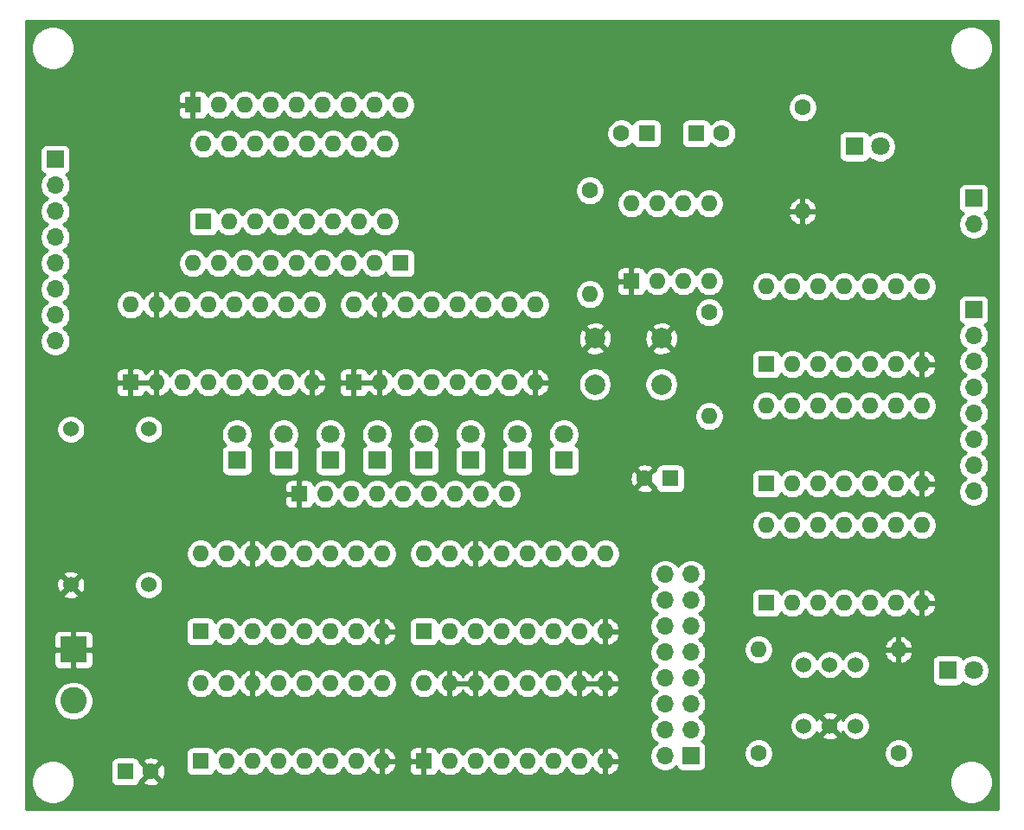
<source format=gbr>
%TF.GenerationSoftware,KiCad,Pcbnew,(5.1.9-0-10_14)*%
%TF.CreationDate,2021-05-17T13:32:26-04:00*%
%TF.ProjectId,CLOCK,434c4f43-4b2e-46b6-9963-61645f706362,rev?*%
%TF.SameCoordinates,Original*%
%TF.FileFunction,Copper,L4,Bot*%
%TF.FilePolarity,Positive*%
%FSLAX46Y46*%
G04 Gerber Fmt 4.6, Leading zero omitted, Abs format (unit mm)*
G04 Created by KiCad (PCBNEW (5.1.9-0-10_14)) date 2021-05-17 13:32:26*
%MOMM*%
%LPD*%
G01*
G04 APERTURE LIST*
%TA.AperFunction,ComponentPad*%
%ADD10C,1.600000*%
%TD*%
%TA.AperFunction,ComponentPad*%
%ADD11R,1.600000X1.600000*%
%TD*%
%TA.AperFunction,ComponentPad*%
%ADD12O,1.600000X1.600000*%
%TD*%
%TA.AperFunction,ComponentPad*%
%ADD13C,1.524000*%
%TD*%
%TA.AperFunction,ComponentPad*%
%ADD14C,2.000000*%
%TD*%
%TA.AperFunction,ComponentPad*%
%ADD15O,1.700000X1.700000*%
%TD*%
%TA.AperFunction,ComponentPad*%
%ADD16R,1.700000X1.700000*%
%TD*%
%TA.AperFunction,ComponentPad*%
%ADD17C,2.600000*%
%TD*%
%TA.AperFunction,ComponentPad*%
%ADD18R,2.600000X2.600000*%
%TD*%
%TA.AperFunction,ComponentPad*%
%ADD19C,1.800000*%
%TD*%
%TA.AperFunction,ComponentPad*%
%ADD20R,1.800000X1.800000*%
%TD*%
%TA.AperFunction,Conductor*%
%ADD21C,0.254000*%
%TD*%
%TA.AperFunction,Conductor*%
%ADD22C,0.100000*%
%TD*%
G04 APERTURE END LIST*
D10*
%TO.P,C4,2*%
%TO.N,GND*%
X76414000Y-98044000D03*
D11*
%TO.P,C4,1*%
%TO.N,+5V*%
X73914000Y-98044000D03*
%TD*%
D10*
%TO.P,C3,2*%
%TO.N,GND*%
X124754000Y-69342000D03*
D11*
%TO.P,C3,1*%
%TO.N,+5V*%
X127254000Y-69342000D03*
%TD*%
D12*
%TO.P,U11,16*%
%TO.N,+5V*%
X96266000Y-52324000D03*
%TO.P,U11,8*%
%TO.N,GND*%
X114046000Y-59944000D03*
%TO.P,U11,15*%
X98806000Y-52324000D03*
%TO.P,U11,7*%
%TO.N,/1MHz_Pulse*%
X111506000Y-59944000D03*
%TO.P,U11,14*%
%TO.N,Net-(J2-Pad4)*%
X101346000Y-52324000D03*
%TO.P,U11,6*%
%TO.N,/A7*%
X108966000Y-59944000D03*
%TO.P,U11,13*%
%TO.N,Net-(J2-Pad3)*%
X103886000Y-52324000D03*
%TO.P,U11,5*%
%TO.N,/A6*%
X106426000Y-59944000D03*
%TO.P,U11,12*%
%TO.N,Net-(J2-Pad2)*%
X106426000Y-52324000D03*
%TO.P,U11,4*%
%TO.N,/A5*%
X103886000Y-59944000D03*
%TO.P,U11,11*%
%TO.N,Net-(J2-Pad1)*%
X108966000Y-52324000D03*
%TO.P,U11,3*%
%TO.N,/A4*%
X101346000Y-59944000D03*
%TO.P,U11,10*%
%TO.N,/SET_SPEED*%
X111506000Y-52324000D03*
%TO.P,U11,2*%
%TO.N,GND*%
X98806000Y-59944000D03*
%TO.P,U11,9*%
%TO.N,/SET_SPEED*%
X114046000Y-52324000D03*
D11*
%TO.P,U11,1*%
%TO.N,GND*%
X96266000Y-59944000D03*
%TD*%
D12*
%TO.P,U10,14*%
%TO.N,+5V*%
X136652000Y-73914000D03*
%TO.P,U10,7*%
%TO.N,GND*%
X151892000Y-81534000D03*
%TO.P,U10,13*%
%TO.N,N/C*%
X139192000Y-73914000D03*
%TO.P,U10,6*%
X149352000Y-81534000D03*
%TO.P,U10,12*%
X141732000Y-73914000D03*
%TO.P,U10,5*%
X146812000Y-81534000D03*
%TO.P,U10,11*%
X144272000Y-73914000D03*
%TO.P,U10,4*%
X144272000Y-81534000D03*
%TO.P,U10,10*%
X146812000Y-73914000D03*
%TO.P,U10,3*%
%TO.N,/CLOCK_OUT*%
X141732000Y-81534000D03*
%TO.P,U10,9*%
%TO.N,N/C*%
X149352000Y-73914000D03*
%TO.P,U10,2*%
%TO.N,Net-(U10-Pad2)*%
X139192000Y-81534000D03*
%TO.P,U10,8*%
%TO.N,N/C*%
X151892000Y-73914000D03*
D11*
%TO.P,U10,1*%
%TO.N,Net-(U10-Pad1)*%
X136652000Y-81534000D03*
%TD*%
D12*
%TO.P,U9,14*%
%TO.N,+5V*%
X136652000Y-50546000D03*
%TO.P,U9,7*%
%TO.N,GND*%
X151892000Y-58166000D03*
%TO.P,U9,13*%
%TO.N,Net-(J34-Pad1)*%
X139192000Y-50546000D03*
%TO.P,U9,6*%
%TO.N,Net-(U10-Pad1)*%
X149352000Y-58166000D03*
%TO.P,U9,12*%
%TO.N,Net-(D2-Pad2)*%
X141732000Y-50546000D03*
%TO.P,U9,5*%
%TO.N,/HALT*%
X146812000Y-58166000D03*
%TO.P,U9,11*%
%TO.N,Net-(U9-Pad10)*%
X144272000Y-50546000D03*
%TO.P,U9,4*%
%TO.N,Net-(U9-Pad3)*%
X144272000Y-58166000D03*
%TO.P,U9,10*%
%TO.N,Net-(U9-Pad10)*%
X146812000Y-50546000D03*
%TO.P,U9,3*%
%TO.N,Net-(U9-Pad3)*%
X141732000Y-58166000D03*
%TO.P,U9,9*%
%TO.N,/HALT*%
X149352000Y-50546000D03*
%TO.P,U9,2*%
%TO.N,Net-(U8-Pad2)*%
X139192000Y-58166000D03*
%TO.P,U9,8*%
%TO.N,Net-(U10-Pad2)*%
X151892000Y-50546000D03*
D11*
%TO.P,U9,1*%
%TO.N,Net-(U7-Pad3)*%
X136652000Y-58166000D03*
%TD*%
D12*
%TO.P,U8,14*%
%TO.N,+5V*%
X136652000Y-62230000D03*
%TO.P,U8,7*%
%TO.N,GND*%
X151892000Y-69850000D03*
%TO.P,U8,13*%
%TO.N,N/C*%
X139192000Y-62230000D03*
%TO.P,U8,6*%
X149352000Y-69850000D03*
%TO.P,U8,12*%
X141732000Y-62230000D03*
%TO.P,U8,5*%
X146812000Y-69850000D03*
%TO.P,U8,11*%
X144272000Y-62230000D03*
%TO.P,U8,4*%
X144272000Y-69850000D03*
%TO.P,U8,10*%
X146812000Y-62230000D03*
%TO.P,U8,3*%
X141732000Y-69850000D03*
%TO.P,U8,9*%
X149352000Y-62230000D03*
%TO.P,U8,2*%
%TO.N,Net-(U8-Pad2)*%
X139192000Y-69850000D03*
%TO.P,U8,8*%
%TO.N,N/C*%
X151892000Y-62230000D03*
D11*
%TO.P,U8,1*%
%TO.N,Net-(D2-Pad2)*%
X136652000Y-69850000D03*
%TD*%
D12*
%TO.P,U7,8*%
%TO.N,+5V*%
X123444000Y-42418000D03*
%TO.P,U7,4*%
X131064000Y-50038000D03*
%TO.P,U7,7*%
%TO.N,Net-(C2-Pad2)*%
X125984000Y-42418000D03*
%TO.P,U7,3*%
%TO.N,Net-(U7-Pad3)*%
X128524000Y-50038000D03*
%TO.P,U7,6*%
%TO.N,Net-(C2-Pad2)*%
X128524000Y-42418000D03*
%TO.P,U7,2*%
%TO.N,Net-(R1-Pad2)*%
X125984000Y-50038000D03*
%TO.P,U7,5*%
%TO.N,Net-(C1-Pad2)*%
X131064000Y-42418000D03*
D11*
%TO.P,U7,1*%
%TO.N,GND*%
X123444000Y-50038000D03*
%TD*%
D12*
%TO.P,U6,16*%
%TO.N,+5V*%
X81280000Y-89408000D03*
%TO.P,U6,8*%
%TO.N,GND*%
X99060000Y-97028000D03*
%TO.P,U6,15*%
%TO.N,Net-(U6-Pad15)*%
X83820000Y-89408000D03*
%TO.P,U6,7*%
%TO.N,Net-(J34-Pad8)*%
X96520000Y-97028000D03*
%TO.P,U6,14*%
%TO.N,GND*%
X86360000Y-89408000D03*
%TO.P,U6,6*%
%TO.N,Net-(J34-Pad6)*%
X93980000Y-97028000D03*
%TO.P,U6,13*%
%TO.N,Net-(U6-Pad13)*%
X88900000Y-89408000D03*
%TO.P,U6,5*%
%TO.N,Net-(U2-Pad11)*%
X91440000Y-97028000D03*
%TO.P,U6,12*%
%TO.N,Net-(U6-Pad12)*%
X91440000Y-89408000D03*
%TO.P,U6,4*%
%TO.N,+5V*%
X88900000Y-97028000D03*
%TO.P,U6,11*%
X93980000Y-89408000D03*
%TO.P,U6,3*%
%TO.N,Net-(J34-Pad2)*%
X86360000Y-97028000D03*
%TO.P,U6,10*%
%TO.N,Net-(U6-Pad10)*%
X96520000Y-89408000D03*
%TO.P,U6,2*%
%TO.N,Net-(J34-Pad4)*%
X83820000Y-97028000D03*
%TO.P,U6,9*%
%TO.N,Net-(U6-Pad9)*%
X99060000Y-89408000D03*
D11*
%TO.P,U6,1*%
%TO.N,Net-(U6-Pad1)*%
X81280000Y-97028000D03*
%TD*%
D12*
%TO.P,U5,16*%
%TO.N,+5V*%
X103124000Y-89408000D03*
%TO.P,U5,8*%
%TO.N,GND*%
X120904000Y-97028000D03*
%TO.P,U5,15*%
X105664000Y-89408000D03*
%TO.P,U5,7*%
%TO.N,Net-(J34-Pad16)*%
X118364000Y-97028000D03*
%TO.P,U5,14*%
%TO.N,GND*%
X108204000Y-89408000D03*
%TO.P,U5,6*%
%TO.N,Net-(J34-Pad14)*%
X115824000Y-97028000D03*
%TO.P,U5,13*%
%TO.N,Net-(U2-Pad11)*%
X110744000Y-89408000D03*
%TO.P,U5,5*%
%TO.N,+5V*%
X113284000Y-97028000D03*
%TO.P,U5,12*%
%TO.N,Net-(U5-Pad12)*%
X113284000Y-89408000D03*
%TO.P,U5,4*%
%TO.N,Net-(U4-Pad13)*%
X110744000Y-97028000D03*
%TO.P,U5,11*%
%TO.N,Net-(U2-Pad11)*%
X115824000Y-89408000D03*
%TO.P,U5,3*%
%TO.N,Net-(J34-Pad10)*%
X108204000Y-97028000D03*
%TO.P,U5,10*%
%TO.N,GND*%
X118364000Y-89408000D03*
%TO.P,U5,2*%
%TO.N,Net-(J34-Pad12)*%
X105664000Y-97028000D03*
%TO.P,U5,9*%
%TO.N,GND*%
X120904000Y-89408000D03*
D11*
%TO.P,U5,1*%
X103124000Y-97028000D03*
%TD*%
D12*
%TO.P,U4,16*%
%TO.N,+5V*%
X103124000Y-76708000D03*
%TO.P,U4,8*%
%TO.N,GND*%
X120904000Y-84328000D03*
%TO.P,U4,15*%
%TO.N,/A4*%
X105664000Y-76708000D03*
%TO.P,U4,7*%
%TO.N,Net-(U4-Pad7)*%
X118364000Y-84328000D03*
%TO.P,U4,14*%
%TO.N,GND*%
X108204000Y-76708000D03*
%TO.P,U4,6*%
%TO.N,Net-(U4-Pad6)*%
X115824000Y-84328000D03*
%TO.P,U4,13*%
%TO.N,Net-(U4-Pad13)*%
X110744000Y-76708000D03*
%TO.P,U4,5*%
%TO.N,+5V*%
X113284000Y-84328000D03*
%TO.P,U4,12*%
%TO.N,Net-(U4-Pad12)*%
X113284000Y-76708000D03*
%TO.P,U4,4*%
%TO.N,Net-(U2-Pad13)*%
X110744000Y-84328000D03*
%TO.P,U4,11*%
%TO.N,Net-(U2-Pad11)*%
X115824000Y-76708000D03*
%TO.P,U4,3*%
%TO.N,Net-(U4-Pad3)*%
X108204000Y-84328000D03*
%TO.P,U4,10*%
%TO.N,/A6*%
X118364000Y-76708000D03*
%TO.P,U4,2*%
%TO.N,Net-(U4-Pad2)*%
X105664000Y-84328000D03*
%TO.P,U4,9*%
%TO.N,/A7*%
X120904000Y-76708000D03*
D11*
%TO.P,U4,1*%
%TO.N,/A5*%
X103124000Y-84328000D03*
%TD*%
D12*
%TO.P,U3,16*%
%TO.N,+5V*%
X74422000Y-52324000D03*
%TO.P,U3,8*%
%TO.N,GND*%
X92202000Y-59944000D03*
%TO.P,U3,15*%
X76962000Y-52324000D03*
%TO.P,U3,7*%
%TO.N,/1MHz_Pulse*%
X89662000Y-59944000D03*
%TO.P,U3,14*%
%TO.N,Net-(J2-Pad8)*%
X79502000Y-52324000D03*
%TO.P,U3,6*%
%TO.N,/A3*%
X87122000Y-59944000D03*
%TO.P,U3,13*%
%TO.N,Net-(J2-Pad7)*%
X82042000Y-52324000D03*
%TO.P,U3,5*%
%TO.N,/A2*%
X84582000Y-59944000D03*
%TO.P,U3,12*%
%TO.N,Net-(J2-Pad6)*%
X84582000Y-52324000D03*
%TO.P,U3,4*%
%TO.N,/A1*%
X82042000Y-59944000D03*
%TO.P,U3,11*%
%TO.N,Net-(J2-Pad5)*%
X87122000Y-52324000D03*
%TO.P,U3,3*%
%TO.N,/A0*%
X79502000Y-59944000D03*
%TO.P,U3,10*%
%TO.N,/SET_SPEED*%
X89662000Y-52324000D03*
%TO.P,U3,2*%
%TO.N,GND*%
X76962000Y-59944000D03*
%TO.P,U3,9*%
%TO.N,/SET_SPEED*%
X92202000Y-52324000D03*
D11*
%TO.P,U3,1*%
%TO.N,GND*%
X74422000Y-59944000D03*
%TD*%
D12*
%TO.P,U2,16*%
%TO.N,+5V*%
X81280000Y-76708000D03*
%TO.P,U2,8*%
%TO.N,GND*%
X99060000Y-84328000D03*
%TO.P,U2,15*%
%TO.N,/A0*%
X83820000Y-76708000D03*
%TO.P,U2,7*%
%TO.N,Net-(U2-Pad7)*%
X96520000Y-84328000D03*
%TO.P,U2,14*%
%TO.N,GND*%
X86360000Y-76708000D03*
%TO.P,U2,6*%
%TO.N,Net-(U2-Pad6)*%
X93980000Y-84328000D03*
%TO.P,U2,13*%
%TO.N,Net-(U2-Pad13)*%
X88900000Y-76708000D03*
%TO.P,U2,5*%
%TO.N,+5V*%
X91440000Y-84328000D03*
%TO.P,U2,12*%
%TO.N,Net-(U2-Pad12)*%
X91440000Y-76708000D03*
%TO.P,U2,4*%
%TO.N,/1MHz_Pulse*%
X88900000Y-84328000D03*
%TO.P,U2,11*%
%TO.N,Net-(U2-Pad11)*%
X93980000Y-76708000D03*
%TO.P,U2,3*%
%TO.N,Net-(U2-Pad3)*%
X86360000Y-84328000D03*
%TO.P,U2,10*%
%TO.N,/A2*%
X96520000Y-76708000D03*
%TO.P,U2,2*%
%TO.N,Net-(U2-Pad2)*%
X83820000Y-84328000D03*
%TO.P,U2,9*%
%TO.N,/A3*%
X99060000Y-76708000D03*
D11*
%TO.P,U2,1*%
%TO.N,/A1*%
X81280000Y-84328000D03*
%TD*%
D13*
%TO.P,U1,8*%
%TO.N,/1MHz_Pulse*%
X76200000Y-79756000D03*
%TO.P,U1,7*%
%TO.N,GND*%
X68580000Y-79756000D03*
%TO.P,U1,14*%
%TO.N,+5V*%
X76200000Y-64516000D03*
%TO.P,U1,1*%
%TO.N,Net-(U1-Pad1)*%
X68580000Y-64516000D03*
%TD*%
D12*
%TO.P,SW13,16*%
%TO.N,Net-(J2-Pad8)*%
X81534000Y-36576000D03*
%TO.P,SW13,8*%
%TO.N,Net-(RN2-Pad2)*%
X99314000Y-44196000D03*
%TO.P,SW13,15*%
%TO.N,Net-(J2-Pad7)*%
X84074000Y-36576000D03*
%TO.P,SW13,7*%
%TO.N,Net-(RN2-Pad3)*%
X96774000Y-44196000D03*
%TO.P,SW13,14*%
%TO.N,Net-(J2-Pad6)*%
X86614000Y-36576000D03*
%TO.P,SW13,6*%
%TO.N,Net-(RN2-Pad4)*%
X94234000Y-44196000D03*
%TO.P,SW13,13*%
%TO.N,Net-(J2-Pad5)*%
X89154000Y-36576000D03*
%TO.P,SW13,5*%
%TO.N,Net-(RN2-Pad5)*%
X91694000Y-44196000D03*
%TO.P,SW13,12*%
%TO.N,Net-(J2-Pad4)*%
X91694000Y-36576000D03*
%TO.P,SW13,4*%
%TO.N,Net-(RN2-Pad6)*%
X89154000Y-44196000D03*
%TO.P,SW13,11*%
%TO.N,Net-(J2-Pad3)*%
X94234000Y-36576000D03*
%TO.P,SW13,3*%
%TO.N,Net-(RN2-Pad7)*%
X86614000Y-44196000D03*
%TO.P,SW13,10*%
%TO.N,Net-(J2-Pad2)*%
X96774000Y-36576000D03*
%TO.P,SW13,2*%
%TO.N,Net-(RN2-Pad8)*%
X84074000Y-44196000D03*
%TO.P,SW13,9*%
%TO.N,Net-(J2-Pad1)*%
X99314000Y-36576000D03*
D11*
%TO.P,SW13,1*%
%TO.N,Net-(RN2-Pad9)*%
X81534000Y-44196000D03*
%TD*%
D13*
%TO.P,SW2,6*%
%TO.N,Net-(D2-Pad2)*%
X140335000Y-93566500D03*
%TO.P,SW2,4*%
%TO.N,Net-(SW2-Pad4)*%
X145415000Y-93566500D03*
%TO.P,SW2,2*%
%TO.N,GND*%
X142875000Y-93566500D03*
%TO.P,SW2,5*%
%TO.N,Net-(SW2-Pad5)*%
X140335000Y-87566500D03*
%TO.P,SW2,1*%
%TO.N,Net-(SW2-Pad1)*%
X142875000Y-87566500D03*
%TO.P,SW2,3*%
%TO.N,Net-(SW2-Pad3)*%
X145415000Y-87566500D03*
%TD*%
D14*
%TO.P,SW1,1*%
%TO.N,GND*%
X126388000Y-55626000D03*
%TO.P,SW1,2*%
%TO.N,Net-(R1-Pad2)*%
X126388000Y-60126000D03*
%TO.P,SW1,1*%
%TO.N,GND*%
X119888000Y-55626000D03*
%TO.P,SW1,2*%
%TO.N,Net-(R1-Pad2)*%
X119888000Y-60126000D03*
%TD*%
D12*
%TO.P,RN3,9*%
%TO.N,Net-(D8-Pad1)*%
X111252000Y-70866000D03*
%TO.P,RN3,8*%
%TO.N,Net-(D7-Pad1)*%
X108712000Y-70866000D03*
%TO.P,RN3,7*%
%TO.N,Net-(D6-Pad1)*%
X106172000Y-70866000D03*
%TO.P,RN3,6*%
%TO.N,Net-(D5-Pad1)*%
X103632000Y-70866000D03*
%TO.P,RN3,5*%
%TO.N,Net-(D4-Pad1)*%
X101092000Y-70866000D03*
%TO.P,RN3,4*%
%TO.N,Net-(D3-Pad1)*%
X98552000Y-70866000D03*
%TO.P,RN3,3*%
%TO.N,Net-(D54-Pad1)*%
X96012000Y-70866000D03*
%TO.P,RN3,2*%
%TO.N,Net-(D1-Pad1)*%
X93472000Y-70866000D03*
D11*
%TO.P,RN3,1*%
%TO.N,GND*%
X90932000Y-70866000D03*
%TD*%
D12*
%TO.P,RN2,9*%
%TO.N,Net-(RN2-Pad9)*%
X80518000Y-48260000D03*
%TO.P,RN2,8*%
%TO.N,Net-(RN2-Pad8)*%
X83058000Y-48260000D03*
%TO.P,RN2,7*%
%TO.N,Net-(RN2-Pad7)*%
X85598000Y-48260000D03*
%TO.P,RN2,6*%
%TO.N,Net-(RN2-Pad6)*%
X88138000Y-48260000D03*
%TO.P,RN2,5*%
%TO.N,Net-(RN2-Pad5)*%
X90678000Y-48260000D03*
%TO.P,RN2,4*%
%TO.N,Net-(RN2-Pad4)*%
X93218000Y-48260000D03*
%TO.P,RN2,3*%
%TO.N,Net-(RN2-Pad3)*%
X95758000Y-48260000D03*
%TO.P,RN2,2*%
%TO.N,Net-(RN2-Pad2)*%
X98298000Y-48260000D03*
D11*
%TO.P,RN2,1*%
%TO.N,+5V*%
X100838000Y-48260000D03*
%TD*%
D12*
%TO.P,RN1,9*%
%TO.N,Net-(J2-Pad1)*%
X100838000Y-32766000D03*
%TO.P,RN1,8*%
%TO.N,Net-(J2-Pad2)*%
X98298000Y-32766000D03*
%TO.P,RN1,7*%
%TO.N,Net-(J2-Pad3)*%
X95758000Y-32766000D03*
%TO.P,RN1,6*%
%TO.N,Net-(J2-Pad4)*%
X93218000Y-32766000D03*
%TO.P,RN1,5*%
%TO.N,Net-(J2-Pad5)*%
X90678000Y-32766000D03*
%TO.P,RN1,4*%
%TO.N,Net-(J2-Pad6)*%
X88138000Y-32766000D03*
%TO.P,RN1,3*%
%TO.N,Net-(J2-Pad7)*%
X85598000Y-32766000D03*
%TO.P,RN1,2*%
%TO.N,Net-(J2-Pad8)*%
X83058000Y-32766000D03*
D11*
%TO.P,RN1,1*%
%TO.N,GND*%
X80518000Y-32766000D03*
%TD*%
D12*
%TO.P,R5,2*%
%TO.N,GND*%
X140208000Y-43180000D03*
D10*
%TO.P,R5,1*%
%TO.N,Net-(D2-Pad1)*%
X140208000Y-33020000D03*
%TD*%
D12*
%TO.P,R4,2*%
%TO.N,GND*%
X149606000Y-86106000D03*
D10*
%TO.P,R4,1*%
%TO.N,Net-(D55-Pad1)*%
X149606000Y-96266000D03*
%TD*%
D12*
%TO.P,R3,2*%
%TO.N,+5V*%
X135890000Y-86106000D03*
D10*
%TO.P,R3,1*%
%TO.N,Net-(D2-Pad2)*%
X135890000Y-96266000D03*
%TD*%
D12*
%TO.P,R2,2*%
%TO.N,+5V*%
X119380000Y-51308000D03*
D10*
%TO.P,R2,1*%
%TO.N,Net-(C2-Pad2)*%
X119380000Y-41148000D03*
%TD*%
D12*
%TO.P,R1,2*%
%TO.N,Net-(R1-Pad2)*%
X131064000Y-63246000D03*
D10*
%TO.P,R1,1*%
%TO.N,+5V*%
X131064000Y-53086000D03*
%TD*%
D15*
%TO.P,J34,16*%
%TO.N,Net-(J34-Pad16)*%
X126746000Y-78740000D03*
%TO.P,J34,15*%
%TO.N,Net-(J34-Pad1)*%
X129286000Y-78740000D03*
%TO.P,J34,14*%
%TO.N,Net-(J34-Pad14)*%
X126746000Y-81280000D03*
%TO.P,J34,13*%
%TO.N,Net-(J34-Pad1)*%
X129286000Y-81280000D03*
%TO.P,J34,12*%
%TO.N,Net-(J34-Pad12)*%
X126746000Y-83820000D03*
%TO.P,J34,11*%
%TO.N,Net-(J34-Pad1)*%
X129286000Y-83820000D03*
%TO.P,J34,10*%
%TO.N,Net-(J34-Pad10)*%
X126746000Y-86360000D03*
%TO.P,J34,9*%
%TO.N,Net-(J34-Pad1)*%
X129286000Y-86360000D03*
%TO.P,J34,8*%
%TO.N,Net-(J34-Pad8)*%
X126746000Y-88900000D03*
%TO.P,J34,7*%
%TO.N,Net-(J34-Pad1)*%
X129286000Y-88900000D03*
%TO.P,J34,6*%
%TO.N,Net-(J34-Pad6)*%
X126746000Y-91440000D03*
%TO.P,J34,5*%
%TO.N,Net-(J34-Pad1)*%
X129286000Y-91440000D03*
%TO.P,J34,4*%
%TO.N,Net-(J34-Pad4)*%
X126746000Y-93980000D03*
%TO.P,J34,3*%
%TO.N,Net-(J34-Pad1)*%
X129286000Y-93980000D03*
%TO.P,J34,2*%
%TO.N,Net-(J34-Pad2)*%
X126746000Y-96520000D03*
D16*
%TO.P,J34,1*%
%TO.N,Net-(J34-Pad1)*%
X129286000Y-96520000D03*
%TD*%
D15*
%TO.P,J5,8*%
%TO.N,/CLOCK_OUT*%
X156972000Y-70612000D03*
%TO.P,J5,7*%
X156972000Y-68072000D03*
%TO.P,J5,6*%
X156972000Y-65532000D03*
%TO.P,J5,5*%
X156972000Y-62992000D03*
%TO.P,J5,4*%
X156972000Y-60452000D03*
%TO.P,J5,3*%
X156972000Y-57912000D03*
%TO.P,J5,2*%
X156972000Y-55372000D03*
D16*
%TO.P,J5,1*%
X156972000Y-52832000D03*
%TD*%
D15*
%TO.P,J3,2*%
%TO.N,/SET_SPEED*%
X156972000Y-44450000D03*
D16*
%TO.P,J3,1*%
%TO.N,/HALT*%
X156972000Y-41910000D03*
%TD*%
D15*
%TO.P,J2,8*%
%TO.N,Net-(J2-Pad8)*%
X67056000Y-55880000D03*
%TO.P,J2,7*%
%TO.N,Net-(J2-Pad7)*%
X67056000Y-53340000D03*
%TO.P,J2,6*%
%TO.N,Net-(J2-Pad6)*%
X67056000Y-50800000D03*
%TO.P,J2,5*%
%TO.N,Net-(J2-Pad5)*%
X67056000Y-48260000D03*
%TO.P,J2,4*%
%TO.N,Net-(J2-Pad4)*%
X67056000Y-45720000D03*
%TO.P,J2,3*%
%TO.N,Net-(J2-Pad3)*%
X67056000Y-43180000D03*
%TO.P,J2,2*%
%TO.N,Net-(J2-Pad2)*%
X67056000Y-40640000D03*
D16*
%TO.P,J2,1*%
%TO.N,Net-(J2-Pad1)*%
X67056000Y-38100000D03*
%TD*%
D17*
%TO.P,J1,2*%
%TO.N,+5V*%
X68834000Y-91106000D03*
D18*
%TO.P,J1,1*%
%TO.N,GND*%
X68834000Y-86106000D03*
%TD*%
D19*
%TO.P,D55,2*%
%TO.N,/CLOCK_OUT*%
X156972000Y-88138000D03*
D20*
%TO.P,D55,1*%
%TO.N,Net-(D55-Pad1)*%
X154432000Y-88138000D03*
%TD*%
D19*
%TO.P,D54,2*%
%TO.N,/A1*%
X89408000Y-65024000D03*
D20*
%TO.P,D54,1*%
%TO.N,Net-(D54-Pad1)*%
X89408000Y-67564000D03*
%TD*%
D19*
%TO.P,D8,2*%
%TO.N,/A7*%
X116840000Y-65024000D03*
D20*
%TO.P,D8,1*%
%TO.N,Net-(D8-Pad1)*%
X116840000Y-67564000D03*
%TD*%
D19*
%TO.P,D7,2*%
%TO.N,/A6*%
X112268000Y-65024000D03*
D20*
%TO.P,D7,1*%
%TO.N,Net-(D7-Pad1)*%
X112268000Y-67564000D03*
%TD*%
D19*
%TO.P,D6,2*%
%TO.N,/A5*%
X107696000Y-65024000D03*
D20*
%TO.P,D6,1*%
%TO.N,Net-(D6-Pad1)*%
X107696000Y-67564000D03*
%TD*%
D19*
%TO.P,D5,2*%
%TO.N,/A4*%
X103124000Y-65024000D03*
D20*
%TO.P,D5,1*%
%TO.N,Net-(D5-Pad1)*%
X103124000Y-67564000D03*
%TD*%
D19*
%TO.P,D4,2*%
%TO.N,/A3*%
X98552000Y-65024000D03*
D20*
%TO.P,D4,1*%
%TO.N,Net-(D4-Pad1)*%
X98552000Y-67564000D03*
%TD*%
D19*
%TO.P,D3,2*%
%TO.N,/A2*%
X93980000Y-65024000D03*
D20*
%TO.P,D3,1*%
%TO.N,Net-(D3-Pad1)*%
X93980000Y-67564000D03*
%TD*%
D19*
%TO.P,D2,2*%
%TO.N,Net-(D2-Pad2)*%
X147828000Y-36830000D03*
D20*
%TO.P,D2,1*%
%TO.N,Net-(D2-Pad1)*%
X145288000Y-36830000D03*
%TD*%
D19*
%TO.P,D1,2*%
%TO.N,/A0*%
X84836000Y-65024000D03*
D20*
%TO.P,D1,1*%
%TO.N,Net-(D1-Pad1)*%
X84836000Y-67564000D03*
%TD*%
D10*
%TO.P,C2,2*%
%TO.N,Net-(C2-Pad2)*%
X122468000Y-35560000D03*
D11*
%TO.P,C2,1*%
%TO.N,+5V*%
X124968000Y-35560000D03*
%TD*%
D10*
%TO.P,C1,2*%
%TO.N,Net-(C1-Pad2)*%
X132294000Y-35560000D03*
D11*
%TO.P,C1,1*%
%TO.N,+5V*%
X129794000Y-35560000D03*
%TD*%
D21*
%TO.N,GND*%
X159360001Y-25367572D02*
X159360000Y-25367582D01*
X159360001Y-28161572D01*
X159360000Y-28161582D01*
X159360001Y-101702000D01*
X64160000Y-101702000D01*
X64160000Y-98849721D01*
X64667000Y-98849721D01*
X64667000Y-99270279D01*
X64749047Y-99682756D01*
X64909988Y-100071302D01*
X65143637Y-100420983D01*
X65441017Y-100718363D01*
X65790698Y-100952012D01*
X66179244Y-101112953D01*
X66591721Y-101195000D01*
X67012279Y-101195000D01*
X67424756Y-101112953D01*
X67813302Y-100952012D01*
X68162983Y-100718363D01*
X68460363Y-100420983D01*
X68694012Y-100071302D01*
X68854953Y-99682756D01*
X68937000Y-99270279D01*
X68937000Y-98849721D01*
X68854953Y-98437244D01*
X68694012Y-98048698D01*
X68460363Y-97699017D01*
X68162983Y-97401637D01*
X67927063Y-97244000D01*
X72475928Y-97244000D01*
X72475928Y-98844000D01*
X72488188Y-98968482D01*
X72524498Y-99088180D01*
X72583463Y-99198494D01*
X72662815Y-99295185D01*
X72759506Y-99374537D01*
X72869820Y-99433502D01*
X72989518Y-99469812D01*
X73114000Y-99482072D01*
X74714000Y-99482072D01*
X74838482Y-99469812D01*
X74958180Y-99433502D01*
X75068494Y-99374537D01*
X75165185Y-99295185D01*
X75244537Y-99198494D01*
X75303502Y-99088180D01*
X75319117Y-99036702D01*
X75600903Y-99036702D01*
X75672486Y-99280671D01*
X75927996Y-99401571D01*
X76202184Y-99470300D01*
X76484512Y-99484217D01*
X76764130Y-99442787D01*
X77030292Y-99347603D01*
X77155514Y-99280671D01*
X77227097Y-99036702D01*
X76414000Y-98223605D01*
X75600903Y-99036702D01*
X75319117Y-99036702D01*
X75339812Y-98968482D01*
X75352072Y-98844000D01*
X75352072Y-98836785D01*
X75421298Y-98857097D01*
X76234395Y-98044000D01*
X76593605Y-98044000D01*
X77406702Y-98857097D01*
X77431840Y-98849721D01*
X154583000Y-98849721D01*
X154583000Y-99270279D01*
X154665047Y-99682756D01*
X154825988Y-100071302D01*
X155059637Y-100420983D01*
X155357017Y-100718363D01*
X155706698Y-100952012D01*
X156095244Y-101112953D01*
X156507721Y-101195000D01*
X156928279Y-101195000D01*
X157340756Y-101112953D01*
X157729302Y-100952012D01*
X158078983Y-100718363D01*
X158376363Y-100420983D01*
X158610012Y-100071302D01*
X158770953Y-99682756D01*
X158853000Y-99270279D01*
X158853000Y-98849721D01*
X158770953Y-98437244D01*
X158610012Y-98048698D01*
X158376363Y-97699017D01*
X158078983Y-97401637D01*
X157729302Y-97167988D01*
X157340756Y-97007047D01*
X156928279Y-96925000D01*
X156507721Y-96925000D01*
X156095244Y-97007047D01*
X155706698Y-97167988D01*
X155357017Y-97401637D01*
X155059637Y-97699017D01*
X154825988Y-98048698D01*
X154665047Y-98437244D01*
X154583000Y-98849721D01*
X77431840Y-98849721D01*
X77650671Y-98785514D01*
X77771571Y-98530004D01*
X77840300Y-98255816D01*
X77854217Y-97973488D01*
X77812787Y-97693870D01*
X77717603Y-97427708D01*
X77650671Y-97302486D01*
X77406702Y-97230903D01*
X76593605Y-98044000D01*
X76234395Y-98044000D01*
X75421298Y-97230903D01*
X75352072Y-97251215D01*
X75352072Y-97244000D01*
X75339812Y-97119518D01*
X75319118Y-97051298D01*
X75600903Y-97051298D01*
X76414000Y-97864395D01*
X77227097Y-97051298D01*
X77155514Y-96807329D01*
X76900004Y-96686429D01*
X76625816Y-96617700D01*
X76343488Y-96603783D01*
X76063870Y-96645213D01*
X75797708Y-96740397D01*
X75672486Y-96807329D01*
X75600903Y-97051298D01*
X75319118Y-97051298D01*
X75303502Y-96999820D01*
X75244537Y-96889506D01*
X75165185Y-96792815D01*
X75068494Y-96713463D01*
X74958180Y-96654498D01*
X74838482Y-96618188D01*
X74714000Y-96605928D01*
X73114000Y-96605928D01*
X72989518Y-96618188D01*
X72869820Y-96654498D01*
X72759506Y-96713463D01*
X72662815Y-96792815D01*
X72583463Y-96889506D01*
X72524498Y-96999820D01*
X72488188Y-97119518D01*
X72475928Y-97244000D01*
X67927063Y-97244000D01*
X67813302Y-97167988D01*
X67424756Y-97007047D01*
X67012279Y-96925000D01*
X66591721Y-96925000D01*
X66179244Y-97007047D01*
X65790698Y-97167988D01*
X65441017Y-97401637D01*
X65143637Y-97699017D01*
X64909988Y-98048698D01*
X64749047Y-98437244D01*
X64667000Y-98849721D01*
X64160000Y-98849721D01*
X64160000Y-96228000D01*
X79841928Y-96228000D01*
X79841928Y-97828000D01*
X79854188Y-97952482D01*
X79890498Y-98072180D01*
X79949463Y-98182494D01*
X80028815Y-98279185D01*
X80125506Y-98358537D01*
X80235820Y-98417502D01*
X80355518Y-98453812D01*
X80480000Y-98466072D01*
X82080000Y-98466072D01*
X82204482Y-98453812D01*
X82324180Y-98417502D01*
X82434494Y-98358537D01*
X82531185Y-98279185D01*
X82610537Y-98182494D01*
X82669502Y-98072180D01*
X82705812Y-97952482D01*
X82706643Y-97944039D01*
X82905241Y-98142637D01*
X83140273Y-98299680D01*
X83401426Y-98407853D01*
X83678665Y-98463000D01*
X83961335Y-98463000D01*
X84238574Y-98407853D01*
X84499727Y-98299680D01*
X84734759Y-98142637D01*
X84934637Y-97942759D01*
X85090000Y-97710241D01*
X85245363Y-97942759D01*
X85445241Y-98142637D01*
X85680273Y-98299680D01*
X85941426Y-98407853D01*
X86218665Y-98463000D01*
X86501335Y-98463000D01*
X86778574Y-98407853D01*
X87039727Y-98299680D01*
X87274759Y-98142637D01*
X87474637Y-97942759D01*
X87630000Y-97710241D01*
X87785363Y-97942759D01*
X87985241Y-98142637D01*
X88220273Y-98299680D01*
X88481426Y-98407853D01*
X88758665Y-98463000D01*
X89041335Y-98463000D01*
X89318574Y-98407853D01*
X89579727Y-98299680D01*
X89814759Y-98142637D01*
X90014637Y-97942759D01*
X90170000Y-97710241D01*
X90325363Y-97942759D01*
X90525241Y-98142637D01*
X90760273Y-98299680D01*
X91021426Y-98407853D01*
X91298665Y-98463000D01*
X91581335Y-98463000D01*
X91858574Y-98407853D01*
X92119727Y-98299680D01*
X92354759Y-98142637D01*
X92554637Y-97942759D01*
X92710000Y-97710241D01*
X92865363Y-97942759D01*
X93065241Y-98142637D01*
X93300273Y-98299680D01*
X93561426Y-98407853D01*
X93838665Y-98463000D01*
X94121335Y-98463000D01*
X94398574Y-98407853D01*
X94659727Y-98299680D01*
X94894759Y-98142637D01*
X95094637Y-97942759D01*
X95250000Y-97710241D01*
X95405363Y-97942759D01*
X95605241Y-98142637D01*
X95840273Y-98299680D01*
X96101426Y-98407853D01*
X96378665Y-98463000D01*
X96661335Y-98463000D01*
X96938574Y-98407853D01*
X97199727Y-98299680D01*
X97434759Y-98142637D01*
X97634637Y-97942759D01*
X97791680Y-97707727D01*
X97796067Y-97697135D01*
X97907615Y-97883131D01*
X98096586Y-98091519D01*
X98322580Y-98259037D01*
X98576913Y-98379246D01*
X98710961Y-98419904D01*
X98933000Y-98297915D01*
X98933000Y-97155000D01*
X99187000Y-97155000D01*
X99187000Y-98297915D01*
X99409039Y-98419904D01*
X99543087Y-98379246D01*
X99797420Y-98259037D01*
X100023414Y-98091519D01*
X100212385Y-97883131D01*
X100245448Y-97828000D01*
X101685928Y-97828000D01*
X101698188Y-97952482D01*
X101734498Y-98072180D01*
X101793463Y-98182494D01*
X101872815Y-98279185D01*
X101969506Y-98358537D01*
X102079820Y-98417502D01*
X102199518Y-98453812D01*
X102324000Y-98466072D01*
X102838250Y-98463000D01*
X102997000Y-98304250D01*
X102997000Y-97155000D01*
X101847750Y-97155000D01*
X101689000Y-97313750D01*
X101685928Y-97828000D01*
X100245448Y-97828000D01*
X100357070Y-97641881D01*
X100451909Y-97377040D01*
X100330624Y-97155000D01*
X99187000Y-97155000D01*
X98933000Y-97155000D01*
X98913000Y-97155000D01*
X98913000Y-96901000D01*
X98933000Y-96901000D01*
X98933000Y-95758085D01*
X99187000Y-95758085D01*
X99187000Y-96901000D01*
X100330624Y-96901000D01*
X100451909Y-96678960D01*
X100357070Y-96414119D01*
X100245449Y-96228000D01*
X101685928Y-96228000D01*
X101689000Y-96742250D01*
X101847750Y-96901000D01*
X102997000Y-96901000D01*
X102997000Y-95751750D01*
X103251000Y-95751750D01*
X103251000Y-96901000D01*
X103271000Y-96901000D01*
X103271000Y-97155000D01*
X103251000Y-97155000D01*
X103251000Y-98304250D01*
X103409750Y-98463000D01*
X103924000Y-98466072D01*
X104048482Y-98453812D01*
X104168180Y-98417502D01*
X104278494Y-98358537D01*
X104375185Y-98279185D01*
X104454537Y-98182494D01*
X104513502Y-98072180D01*
X104549812Y-97952482D01*
X104550643Y-97944039D01*
X104749241Y-98142637D01*
X104984273Y-98299680D01*
X105245426Y-98407853D01*
X105522665Y-98463000D01*
X105805335Y-98463000D01*
X106082574Y-98407853D01*
X106343727Y-98299680D01*
X106578759Y-98142637D01*
X106778637Y-97942759D01*
X106934000Y-97710241D01*
X107089363Y-97942759D01*
X107289241Y-98142637D01*
X107524273Y-98299680D01*
X107785426Y-98407853D01*
X108062665Y-98463000D01*
X108345335Y-98463000D01*
X108622574Y-98407853D01*
X108883727Y-98299680D01*
X109118759Y-98142637D01*
X109318637Y-97942759D01*
X109474000Y-97710241D01*
X109629363Y-97942759D01*
X109829241Y-98142637D01*
X110064273Y-98299680D01*
X110325426Y-98407853D01*
X110602665Y-98463000D01*
X110885335Y-98463000D01*
X111162574Y-98407853D01*
X111423727Y-98299680D01*
X111658759Y-98142637D01*
X111858637Y-97942759D01*
X112014000Y-97710241D01*
X112169363Y-97942759D01*
X112369241Y-98142637D01*
X112604273Y-98299680D01*
X112865426Y-98407853D01*
X113142665Y-98463000D01*
X113425335Y-98463000D01*
X113702574Y-98407853D01*
X113963727Y-98299680D01*
X114198759Y-98142637D01*
X114398637Y-97942759D01*
X114554000Y-97710241D01*
X114709363Y-97942759D01*
X114909241Y-98142637D01*
X115144273Y-98299680D01*
X115405426Y-98407853D01*
X115682665Y-98463000D01*
X115965335Y-98463000D01*
X116242574Y-98407853D01*
X116503727Y-98299680D01*
X116738759Y-98142637D01*
X116938637Y-97942759D01*
X117094000Y-97710241D01*
X117249363Y-97942759D01*
X117449241Y-98142637D01*
X117684273Y-98299680D01*
X117945426Y-98407853D01*
X118222665Y-98463000D01*
X118505335Y-98463000D01*
X118782574Y-98407853D01*
X119043727Y-98299680D01*
X119278759Y-98142637D01*
X119478637Y-97942759D01*
X119635680Y-97707727D01*
X119640067Y-97697135D01*
X119751615Y-97883131D01*
X119940586Y-98091519D01*
X120166580Y-98259037D01*
X120420913Y-98379246D01*
X120554961Y-98419904D01*
X120777000Y-98297915D01*
X120777000Y-97155000D01*
X121031000Y-97155000D01*
X121031000Y-98297915D01*
X121253039Y-98419904D01*
X121387087Y-98379246D01*
X121641420Y-98259037D01*
X121867414Y-98091519D01*
X122056385Y-97883131D01*
X122201070Y-97641881D01*
X122295909Y-97377040D01*
X122174624Y-97155000D01*
X121031000Y-97155000D01*
X120777000Y-97155000D01*
X120757000Y-97155000D01*
X120757000Y-96901000D01*
X120777000Y-96901000D01*
X120777000Y-95758085D01*
X121031000Y-95758085D01*
X121031000Y-96901000D01*
X122174624Y-96901000D01*
X122295909Y-96678960D01*
X122201070Y-96414119D01*
X122056385Y-96172869D01*
X121867414Y-95964481D01*
X121641420Y-95796963D01*
X121387087Y-95676754D01*
X121253039Y-95636096D01*
X121031000Y-95758085D01*
X120777000Y-95758085D01*
X120554961Y-95636096D01*
X120420913Y-95676754D01*
X120166580Y-95796963D01*
X119940586Y-95964481D01*
X119751615Y-96172869D01*
X119640067Y-96358865D01*
X119635680Y-96348273D01*
X119478637Y-96113241D01*
X119278759Y-95913363D01*
X119043727Y-95756320D01*
X118782574Y-95648147D01*
X118505335Y-95593000D01*
X118222665Y-95593000D01*
X117945426Y-95648147D01*
X117684273Y-95756320D01*
X117449241Y-95913363D01*
X117249363Y-96113241D01*
X117094000Y-96345759D01*
X116938637Y-96113241D01*
X116738759Y-95913363D01*
X116503727Y-95756320D01*
X116242574Y-95648147D01*
X115965335Y-95593000D01*
X115682665Y-95593000D01*
X115405426Y-95648147D01*
X115144273Y-95756320D01*
X114909241Y-95913363D01*
X114709363Y-96113241D01*
X114554000Y-96345759D01*
X114398637Y-96113241D01*
X114198759Y-95913363D01*
X113963727Y-95756320D01*
X113702574Y-95648147D01*
X113425335Y-95593000D01*
X113142665Y-95593000D01*
X112865426Y-95648147D01*
X112604273Y-95756320D01*
X112369241Y-95913363D01*
X112169363Y-96113241D01*
X112014000Y-96345759D01*
X111858637Y-96113241D01*
X111658759Y-95913363D01*
X111423727Y-95756320D01*
X111162574Y-95648147D01*
X110885335Y-95593000D01*
X110602665Y-95593000D01*
X110325426Y-95648147D01*
X110064273Y-95756320D01*
X109829241Y-95913363D01*
X109629363Y-96113241D01*
X109474000Y-96345759D01*
X109318637Y-96113241D01*
X109118759Y-95913363D01*
X108883727Y-95756320D01*
X108622574Y-95648147D01*
X108345335Y-95593000D01*
X108062665Y-95593000D01*
X107785426Y-95648147D01*
X107524273Y-95756320D01*
X107289241Y-95913363D01*
X107089363Y-96113241D01*
X106934000Y-96345759D01*
X106778637Y-96113241D01*
X106578759Y-95913363D01*
X106343727Y-95756320D01*
X106082574Y-95648147D01*
X105805335Y-95593000D01*
X105522665Y-95593000D01*
X105245426Y-95648147D01*
X104984273Y-95756320D01*
X104749241Y-95913363D01*
X104550643Y-96111961D01*
X104549812Y-96103518D01*
X104513502Y-95983820D01*
X104454537Y-95873506D01*
X104375185Y-95776815D01*
X104278494Y-95697463D01*
X104168180Y-95638498D01*
X104048482Y-95602188D01*
X103924000Y-95589928D01*
X103409750Y-95593000D01*
X103251000Y-95751750D01*
X102997000Y-95751750D01*
X102838250Y-95593000D01*
X102324000Y-95589928D01*
X102199518Y-95602188D01*
X102079820Y-95638498D01*
X101969506Y-95697463D01*
X101872815Y-95776815D01*
X101793463Y-95873506D01*
X101734498Y-95983820D01*
X101698188Y-96103518D01*
X101685928Y-96228000D01*
X100245449Y-96228000D01*
X100212385Y-96172869D01*
X100023414Y-95964481D01*
X99797420Y-95796963D01*
X99543087Y-95676754D01*
X99409039Y-95636096D01*
X99187000Y-95758085D01*
X98933000Y-95758085D01*
X98710961Y-95636096D01*
X98576913Y-95676754D01*
X98322580Y-95796963D01*
X98096586Y-95964481D01*
X97907615Y-96172869D01*
X97796067Y-96358865D01*
X97791680Y-96348273D01*
X97634637Y-96113241D01*
X97434759Y-95913363D01*
X97199727Y-95756320D01*
X96938574Y-95648147D01*
X96661335Y-95593000D01*
X96378665Y-95593000D01*
X96101426Y-95648147D01*
X95840273Y-95756320D01*
X95605241Y-95913363D01*
X95405363Y-96113241D01*
X95250000Y-96345759D01*
X95094637Y-96113241D01*
X94894759Y-95913363D01*
X94659727Y-95756320D01*
X94398574Y-95648147D01*
X94121335Y-95593000D01*
X93838665Y-95593000D01*
X93561426Y-95648147D01*
X93300273Y-95756320D01*
X93065241Y-95913363D01*
X92865363Y-96113241D01*
X92710000Y-96345759D01*
X92554637Y-96113241D01*
X92354759Y-95913363D01*
X92119727Y-95756320D01*
X91858574Y-95648147D01*
X91581335Y-95593000D01*
X91298665Y-95593000D01*
X91021426Y-95648147D01*
X90760273Y-95756320D01*
X90525241Y-95913363D01*
X90325363Y-96113241D01*
X90170000Y-96345759D01*
X90014637Y-96113241D01*
X89814759Y-95913363D01*
X89579727Y-95756320D01*
X89318574Y-95648147D01*
X89041335Y-95593000D01*
X88758665Y-95593000D01*
X88481426Y-95648147D01*
X88220273Y-95756320D01*
X87985241Y-95913363D01*
X87785363Y-96113241D01*
X87630000Y-96345759D01*
X87474637Y-96113241D01*
X87274759Y-95913363D01*
X87039727Y-95756320D01*
X86778574Y-95648147D01*
X86501335Y-95593000D01*
X86218665Y-95593000D01*
X85941426Y-95648147D01*
X85680273Y-95756320D01*
X85445241Y-95913363D01*
X85245363Y-96113241D01*
X85090000Y-96345759D01*
X84934637Y-96113241D01*
X84734759Y-95913363D01*
X84499727Y-95756320D01*
X84238574Y-95648147D01*
X83961335Y-95593000D01*
X83678665Y-95593000D01*
X83401426Y-95648147D01*
X83140273Y-95756320D01*
X82905241Y-95913363D01*
X82706643Y-96111961D01*
X82705812Y-96103518D01*
X82669502Y-95983820D01*
X82610537Y-95873506D01*
X82531185Y-95776815D01*
X82434494Y-95697463D01*
X82324180Y-95638498D01*
X82204482Y-95602188D01*
X82080000Y-95589928D01*
X80480000Y-95589928D01*
X80355518Y-95602188D01*
X80235820Y-95638498D01*
X80125506Y-95697463D01*
X80028815Y-95776815D01*
X79949463Y-95873506D01*
X79890498Y-95983820D01*
X79854188Y-96103518D01*
X79841928Y-96228000D01*
X64160000Y-96228000D01*
X64160000Y-90915419D01*
X66899000Y-90915419D01*
X66899000Y-91296581D01*
X66973361Y-91670419D01*
X67119225Y-92022566D01*
X67330987Y-92339491D01*
X67600509Y-92609013D01*
X67917434Y-92820775D01*
X68269581Y-92966639D01*
X68643419Y-93041000D01*
X69024581Y-93041000D01*
X69398419Y-92966639D01*
X69750566Y-92820775D01*
X70067491Y-92609013D01*
X70337013Y-92339491D01*
X70548775Y-92022566D01*
X70694639Y-91670419D01*
X70769000Y-91296581D01*
X70769000Y-90915419D01*
X70694639Y-90541581D01*
X70548775Y-90189434D01*
X70337013Y-89872509D01*
X70067491Y-89602987D01*
X69750566Y-89391225D01*
X69449852Y-89266665D01*
X79845000Y-89266665D01*
X79845000Y-89549335D01*
X79900147Y-89826574D01*
X80008320Y-90087727D01*
X80165363Y-90322759D01*
X80365241Y-90522637D01*
X80600273Y-90679680D01*
X80861426Y-90787853D01*
X81138665Y-90843000D01*
X81421335Y-90843000D01*
X81698574Y-90787853D01*
X81959727Y-90679680D01*
X82194759Y-90522637D01*
X82394637Y-90322759D01*
X82550000Y-90090241D01*
X82705363Y-90322759D01*
X82905241Y-90522637D01*
X83140273Y-90679680D01*
X83401426Y-90787853D01*
X83678665Y-90843000D01*
X83961335Y-90843000D01*
X84238574Y-90787853D01*
X84499727Y-90679680D01*
X84734759Y-90522637D01*
X84934637Y-90322759D01*
X85091680Y-90087727D01*
X85096067Y-90077135D01*
X85207615Y-90263131D01*
X85396586Y-90471519D01*
X85622580Y-90639037D01*
X85876913Y-90759246D01*
X86010961Y-90799904D01*
X86233000Y-90677915D01*
X86233000Y-89535000D01*
X86213000Y-89535000D01*
X86213000Y-89281000D01*
X86233000Y-89281000D01*
X86233000Y-88138085D01*
X86487000Y-88138085D01*
X86487000Y-89281000D01*
X86507000Y-89281000D01*
X86507000Y-89535000D01*
X86487000Y-89535000D01*
X86487000Y-90677915D01*
X86709039Y-90799904D01*
X86843087Y-90759246D01*
X87097420Y-90639037D01*
X87323414Y-90471519D01*
X87512385Y-90263131D01*
X87623933Y-90077135D01*
X87628320Y-90087727D01*
X87785363Y-90322759D01*
X87985241Y-90522637D01*
X88220273Y-90679680D01*
X88481426Y-90787853D01*
X88758665Y-90843000D01*
X89041335Y-90843000D01*
X89318574Y-90787853D01*
X89579727Y-90679680D01*
X89814759Y-90522637D01*
X90014637Y-90322759D01*
X90170000Y-90090241D01*
X90325363Y-90322759D01*
X90525241Y-90522637D01*
X90760273Y-90679680D01*
X91021426Y-90787853D01*
X91298665Y-90843000D01*
X91581335Y-90843000D01*
X91858574Y-90787853D01*
X92119727Y-90679680D01*
X92354759Y-90522637D01*
X92554637Y-90322759D01*
X92710000Y-90090241D01*
X92865363Y-90322759D01*
X93065241Y-90522637D01*
X93300273Y-90679680D01*
X93561426Y-90787853D01*
X93838665Y-90843000D01*
X94121335Y-90843000D01*
X94398574Y-90787853D01*
X94659727Y-90679680D01*
X94894759Y-90522637D01*
X95094637Y-90322759D01*
X95250000Y-90090241D01*
X95405363Y-90322759D01*
X95605241Y-90522637D01*
X95840273Y-90679680D01*
X96101426Y-90787853D01*
X96378665Y-90843000D01*
X96661335Y-90843000D01*
X96938574Y-90787853D01*
X97199727Y-90679680D01*
X97434759Y-90522637D01*
X97634637Y-90322759D01*
X97790000Y-90090241D01*
X97945363Y-90322759D01*
X98145241Y-90522637D01*
X98380273Y-90679680D01*
X98641426Y-90787853D01*
X98918665Y-90843000D01*
X99201335Y-90843000D01*
X99478574Y-90787853D01*
X99739727Y-90679680D01*
X99974759Y-90522637D01*
X100174637Y-90322759D01*
X100331680Y-90087727D01*
X100439853Y-89826574D01*
X100495000Y-89549335D01*
X100495000Y-89266665D01*
X101689000Y-89266665D01*
X101689000Y-89549335D01*
X101744147Y-89826574D01*
X101852320Y-90087727D01*
X102009363Y-90322759D01*
X102209241Y-90522637D01*
X102444273Y-90679680D01*
X102705426Y-90787853D01*
X102982665Y-90843000D01*
X103265335Y-90843000D01*
X103542574Y-90787853D01*
X103803727Y-90679680D01*
X104038759Y-90522637D01*
X104238637Y-90322759D01*
X104395680Y-90087727D01*
X104400067Y-90077135D01*
X104511615Y-90263131D01*
X104700586Y-90471519D01*
X104926580Y-90639037D01*
X105180913Y-90759246D01*
X105314961Y-90799904D01*
X105537000Y-90677915D01*
X105537000Y-89535000D01*
X105791000Y-89535000D01*
X105791000Y-90677915D01*
X106013039Y-90799904D01*
X106147087Y-90759246D01*
X106401420Y-90639037D01*
X106627414Y-90471519D01*
X106816385Y-90263131D01*
X106934000Y-90067018D01*
X107051615Y-90263131D01*
X107240586Y-90471519D01*
X107466580Y-90639037D01*
X107720913Y-90759246D01*
X107854961Y-90799904D01*
X108077000Y-90677915D01*
X108077000Y-89535000D01*
X105791000Y-89535000D01*
X105537000Y-89535000D01*
X105517000Y-89535000D01*
X105517000Y-89281000D01*
X105537000Y-89281000D01*
X105537000Y-88138085D01*
X105791000Y-88138085D01*
X105791000Y-89281000D01*
X108077000Y-89281000D01*
X108077000Y-88138085D01*
X108331000Y-88138085D01*
X108331000Y-89281000D01*
X108351000Y-89281000D01*
X108351000Y-89535000D01*
X108331000Y-89535000D01*
X108331000Y-90677915D01*
X108553039Y-90799904D01*
X108687087Y-90759246D01*
X108941420Y-90639037D01*
X109167414Y-90471519D01*
X109356385Y-90263131D01*
X109467933Y-90077135D01*
X109472320Y-90087727D01*
X109629363Y-90322759D01*
X109829241Y-90522637D01*
X110064273Y-90679680D01*
X110325426Y-90787853D01*
X110602665Y-90843000D01*
X110885335Y-90843000D01*
X111162574Y-90787853D01*
X111423727Y-90679680D01*
X111658759Y-90522637D01*
X111858637Y-90322759D01*
X112014000Y-90090241D01*
X112169363Y-90322759D01*
X112369241Y-90522637D01*
X112604273Y-90679680D01*
X112865426Y-90787853D01*
X113142665Y-90843000D01*
X113425335Y-90843000D01*
X113702574Y-90787853D01*
X113963727Y-90679680D01*
X114198759Y-90522637D01*
X114398637Y-90322759D01*
X114554000Y-90090241D01*
X114709363Y-90322759D01*
X114909241Y-90522637D01*
X115144273Y-90679680D01*
X115405426Y-90787853D01*
X115682665Y-90843000D01*
X115965335Y-90843000D01*
X116242574Y-90787853D01*
X116503727Y-90679680D01*
X116738759Y-90522637D01*
X116938637Y-90322759D01*
X117095680Y-90087727D01*
X117100067Y-90077135D01*
X117211615Y-90263131D01*
X117400586Y-90471519D01*
X117626580Y-90639037D01*
X117880913Y-90759246D01*
X118014961Y-90799904D01*
X118237000Y-90677915D01*
X118237000Y-89535000D01*
X118491000Y-89535000D01*
X118491000Y-90677915D01*
X118713039Y-90799904D01*
X118847087Y-90759246D01*
X119101420Y-90639037D01*
X119327414Y-90471519D01*
X119516385Y-90263131D01*
X119634000Y-90067018D01*
X119751615Y-90263131D01*
X119940586Y-90471519D01*
X120166580Y-90639037D01*
X120420913Y-90759246D01*
X120554961Y-90799904D01*
X120777000Y-90677915D01*
X120777000Y-89535000D01*
X121031000Y-89535000D01*
X121031000Y-90677915D01*
X121253039Y-90799904D01*
X121387087Y-90759246D01*
X121641420Y-90639037D01*
X121867414Y-90471519D01*
X122056385Y-90263131D01*
X122201070Y-90021881D01*
X122295909Y-89757040D01*
X122174624Y-89535000D01*
X121031000Y-89535000D01*
X120777000Y-89535000D01*
X118491000Y-89535000D01*
X118237000Y-89535000D01*
X118217000Y-89535000D01*
X118217000Y-89281000D01*
X118237000Y-89281000D01*
X118237000Y-88138085D01*
X118491000Y-88138085D01*
X118491000Y-89281000D01*
X120777000Y-89281000D01*
X120777000Y-88138085D01*
X121031000Y-88138085D01*
X121031000Y-89281000D01*
X122174624Y-89281000D01*
X122295909Y-89058960D01*
X122201070Y-88794119D01*
X122056385Y-88552869D01*
X121867414Y-88344481D01*
X121641420Y-88176963D01*
X121387087Y-88056754D01*
X121253039Y-88016096D01*
X121031000Y-88138085D01*
X120777000Y-88138085D01*
X120554961Y-88016096D01*
X120420913Y-88056754D01*
X120166580Y-88176963D01*
X119940586Y-88344481D01*
X119751615Y-88552869D01*
X119634000Y-88748982D01*
X119516385Y-88552869D01*
X119327414Y-88344481D01*
X119101420Y-88176963D01*
X118847087Y-88056754D01*
X118713039Y-88016096D01*
X118491000Y-88138085D01*
X118237000Y-88138085D01*
X118014961Y-88016096D01*
X117880913Y-88056754D01*
X117626580Y-88176963D01*
X117400586Y-88344481D01*
X117211615Y-88552869D01*
X117100067Y-88738865D01*
X117095680Y-88728273D01*
X116938637Y-88493241D01*
X116738759Y-88293363D01*
X116503727Y-88136320D01*
X116242574Y-88028147D01*
X115965335Y-87973000D01*
X115682665Y-87973000D01*
X115405426Y-88028147D01*
X115144273Y-88136320D01*
X114909241Y-88293363D01*
X114709363Y-88493241D01*
X114554000Y-88725759D01*
X114398637Y-88493241D01*
X114198759Y-88293363D01*
X113963727Y-88136320D01*
X113702574Y-88028147D01*
X113425335Y-87973000D01*
X113142665Y-87973000D01*
X112865426Y-88028147D01*
X112604273Y-88136320D01*
X112369241Y-88293363D01*
X112169363Y-88493241D01*
X112014000Y-88725759D01*
X111858637Y-88493241D01*
X111658759Y-88293363D01*
X111423727Y-88136320D01*
X111162574Y-88028147D01*
X110885335Y-87973000D01*
X110602665Y-87973000D01*
X110325426Y-88028147D01*
X110064273Y-88136320D01*
X109829241Y-88293363D01*
X109629363Y-88493241D01*
X109472320Y-88728273D01*
X109467933Y-88738865D01*
X109356385Y-88552869D01*
X109167414Y-88344481D01*
X108941420Y-88176963D01*
X108687087Y-88056754D01*
X108553039Y-88016096D01*
X108331000Y-88138085D01*
X108077000Y-88138085D01*
X107854961Y-88016096D01*
X107720913Y-88056754D01*
X107466580Y-88176963D01*
X107240586Y-88344481D01*
X107051615Y-88552869D01*
X106934000Y-88748982D01*
X106816385Y-88552869D01*
X106627414Y-88344481D01*
X106401420Y-88176963D01*
X106147087Y-88056754D01*
X106013039Y-88016096D01*
X105791000Y-88138085D01*
X105537000Y-88138085D01*
X105314961Y-88016096D01*
X105180913Y-88056754D01*
X104926580Y-88176963D01*
X104700586Y-88344481D01*
X104511615Y-88552869D01*
X104400067Y-88738865D01*
X104395680Y-88728273D01*
X104238637Y-88493241D01*
X104038759Y-88293363D01*
X103803727Y-88136320D01*
X103542574Y-88028147D01*
X103265335Y-87973000D01*
X102982665Y-87973000D01*
X102705426Y-88028147D01*
X102444273Y-88136320D01*
X102209241Y-88293363D01*
X102009363Y-88493241D01*
X101852320Y-88728273D01*
X101744147Y-88989426D01*
X101689000Y-89266665D01*
X100495000Y-89266665D01*
X100439853Y-88989426D01*
X100331680Y-88728273D01*
X100174637Y-88493241D01*
X99974759Y-88293363D01*
X99739727Y-88136320D01*
X99478574Y-88028147D01*
X99201335Y-87973000D01*
X98918665Y-87973000D01*
X98641426Y-88028147D01*
X98380273Y-88136320D01*
X98145241Y-88293363D01*
X97945363Y-88493241D01*
X97790000Y-88725759D01*
X97634637Y-88493241D01*
X97434759Y-88293363D01*
X97199727Y-88136320D01*
X96938574Y-88028147D01*
X96661335Y-87973000D01*
X96378665Y-87973000D01*
X96101426Y-88028147D01*
X95840273Y-88136320D01*
X95605241Y-88293363D01*
X95405363Y-88493241D01*
X95250000Y-88725759D01*
X95094637Y-88493241D01*
X94894759Y-88293363D01*
X94659727Y-88136320D01*
X94398574Y-88028147D01*
X94121335Y-87973000D01*
X93838665Y-87973000D01*
X93561426Y-88028147D01*
X93300273Y-88136320D01*
X93065241Y-88293363D01*
X92865363Y-88493241D01*
X92710000Y-88725759D01*
X92554637Y-88493241D01*
X92354759Y-88293363D01*
X92119727Y-88136320D01*
X91858574Y-88028147D01*
X91581335Y-87973000D01*
X91298665Y-87973000D01*
X91021426Y-88028147D01*
X90760273Y-88136320D01*
X90525241Y-88293363D01*
X90325363Y-88493241D01*
X90170000Y-88725759D01*
X90014637Y-88493241D01*
X89814759Y-88293363D01*
X89579727Y-88136320D01*
X89318574Y-88028147D01*
X89041335Y-87973000D01*
X88758665Y-87973000D01*
X88481426Y-88028147D01*
X88220273Y-88136320D01*
X87985241Y-88293363D01*
X87785363Y-88493241D01*
X87628320Y-88728273D01*
X87623933Y-88738865D01*
X87512385Y-88552869D01*
X87323414Y-88344481D01*
X87097420Y-88176963D01*
X86843087Y-88056754D01*
X86709039Y-88016096D01*
X86487000Y-88138085D01*
X86233000Y-88138085D01*
X86010961Y-88016096D01*
X85876913Y-88056754D01*
X85622580Y-88176963D01*
X85396586Y-88344481D01*
X85207615Y-88552869D01*
X85096067Y-88738865D01*
X85091680Y-88728273D01*
X84934637Y-88493241D01*
X84734759Y-88293363D01*
X84499727Y-88136320D01*
X84238574Y-88028147D01*
X83961335Y-87973000D01*
X83678665Y-87973000D01*
X83401426Y-88028147D01*
X83140273Y-88136320D01*
X82905241Y-88293363D01*
X82705363Y-88493241D01*
X82550000Y-88725759D01*
X82394637Y-88493241D01*
X82194759Y-88293363D01*
X81959727Y-88136320D01*
X81698574Y-88028147D01*
X81421335Y-87973000D01*
X81138665Y-87973000D01*
X80861426Y-88028147D01*
X80600273Y-88136320D01*
X80365241Y-88293363D01*
X80165363Y-88493241D01*
X80008320Y-88728273D01*
X79900147Y-88989426D01*
X79845000Y-89266665D01*
X69449852Y-89266665D01*
X69398419Y-89245361D01*
X69024581Y-89171000D01*
X68643419Y-89171000D01*
X68269581Y-89245361D01*
X67917434Y-89391225D01*
X67600509Y-89602987D01*
X67330987Y-89872509D01*
X67119225Y-90189434D01*
X66973361Y-90541581D01*
X66899000Y-90915419D01*
X64160000Y-90915419D01*
X64160000Y-87406000D01*
X66895928Y-87406000D01*
X66908188Y-87530482D01*
X66944498Y-87650180D01*
X67003463Y-87760494D01*
X67082815Y-87857185D01*
X67179506Y-87936537D01*
X67289820Y-87995502D01*
X67409518Y-88031812D01*
X67534000Y-88044072D01*
X68548250Y-88041000D01*
X68707000Y-87882250D01*
X68707000Y-86233000D01*
X68961000Y-86233000D01*
X68961000Y-87882250D01*
X69119750Y-88041000D01*
X70134000Y-88044072D01*
X70258482Y-88031812D01*
X70378180Y-87995502D01*
X70488494Y-87936537D01*
X70585185Y-87857185D01*
X70664537Y-87760494D01*
X70723502Y-87650180D01*
X70759812Y-87530482D01*
X70772072Y-87406000D01*
X70769000Y-86391750D01*
X70610250Y-86233000D01*
X68961000Y-86233000D01*
X68707000Y-86233000D01*
X67057750Y-86233000D01*
X66899000Y-86391750D01*
X66895928Y-87406000D01*
X64160000Y-87406000D01*
X64160000Y-84806000D01*
X66895928Y-84806000D01*
X66899000Y-85820250D01*
X67057750Y-85979000D01*
X68707000Y-85979000D01*
X68707000Y-84329750D01*
X68961000Y-84329750D01*
X68961000Y-85979000D01*
X70610250Y-85979000D01*
X70769000Y-85820250D01*
X70772072Y-84806000D01*
X70759812Y-84681518D01*
X70723502Y-84561820D01*
X70664537Y-84451506D01*
X70585185Y-84354815D01*
X70488494Y-84275463D01*
X70378180Y-84216498D01*
X70258482Y-84180188D01*
X70134000Y-84167928D01*
X69119750Y-84171000D01*
X68961000Y-84329750D01*
X68707000Y-84329750D01*
X68548250Y-84171000D01*
X67534000Y-84167928D01*
X67409518Y-84180188D01*
X67289820Y-84216498D01*
X67179506Y-84275463D01*
X67082815Y-84354815D01*
X67003463Y-84451506D01*
X66944498Y-84561820D01*
X66908188Y-84681518D01*
X66895928Y-84806000D01*
X64160000Y-84806000D01*
X64160000Y-83528000D01*
X79841928Y-83528000D01*
X79841928Y-85128000D01*
X79854188Y-85252482D01*
X79890498Y-85372180D01*
X79949463Y-85482494D01*
X80028815Y-85579185D01*
X80125506Y-85658537D01*
X80235820Y-85717502D01*
X80355518Y-85753812D01*
X80480000Y-85766072D01*
X82080000Y-85766072D01*
X82204482Y-85753812D01*
X82324180Y-85717502D01*
X82434494Y-85658537D01*
X82531185Y-85579185D01*
X82610537Y-85482494D01*
X82669502Y-85372180D01*
X82705812Y-85252482D01*
X82706643Y-85244039D01*
X82905241Y-85442637D01*
X83140273Y-85599680D01*
X83401426Y-85707853D01*
X83678665Y-85763000D01*
X83961335Y-85763000D01*
X84238574Y-85707853D01*
X84499727Y-85599680D01*
X84734759Y-85442637D01*
X84934637Y-85242759D01*
X85090000Y-85010241D01*
X85245363Y-85242759D01*
X85445241Y-85442637D01*
X85680273Y-85599680D01*
X85941426Y-85707853D01*
X86218665Y-85763000D01*
X86501335Y-85763000D01*
X86778574Y-85707853D01*
X87039727Y-85599680D01*
X87274759Y-85442637D01*
X87474637Y-85242759D01*
X87630000Y-85010241D01*
X87785363Y-85242759D01*
X87985241Y-85442637D01*
X88220273Y-85599680D01*
X88481426Y-85707853D01*
X88758665Y-85763000D01*
X89041335Y-85763000D01*
X89318574Y-85707853D01*
X89579727Y-85599680D01*
X89814759Y-85442637D01*
X90014637Y-85242759D01*
X90170000Y-85010241D01*
X90325363Y-85242759D01*
X90525241Y-85442637D01*
X90760273Y-85599680D01*
X91021426Y-85707853D01*
X91298665Y-85763000D01*
X91581335Y-85763000D01*
X91858574Y-85707853D01*
X92119727Y-85599680D01*
X92354759Y-85442637D01*
X92554637Y-85242759D01*
X92710000Y-85010241D01*
X92865363Y-85242759D01*
X93065241Y-85442637D01*
X93300273Y-85599680D01*
X93561426Y-85707853D01*
X93838665Y-85763000D01*
X94121335Y-85763000D01*
X94398574Y-85707853D01*
X94659727Y-85599680D01*
X94894759Y-85442637D01*
X95094637Y-85242759D01*
X95250000Y-85010241D01*
X95405363Y-85242759D01*
X95605241Y-85442637D01*
X95840273Y-85599680D01*
X96101426Y-85707853D01*
X96378665Y-85763000D01*
X96661335Y-85763000D01*
X96938574Y-85707853D01*
X97199727Y-85599680D01*
X97434759Y-85442637D01*
X97634637Y-85242759D01*
X97791680Y-85007727D01*
X97796067Y-84997135D01*
X97907615Y-85183131D01*
X98096586Y-85391519D01*
X98322580Y-85559037D01*
X98576913Y-85679246D01*
X98710961Y-85719904D01*
X98933000Y-85597915D01*
X98933000Y-84455000D01*
X99187000Y-84455000D01*
X99187000Y-85597915D01*
X99409039Y-85719904D01*
X99543087Y-85679246D01*
X99797420Y-85559037D01*
X100023414Y-85391519D01*
X100212385Y-85183131D01*
X100357070Y-84941881D01*
X100451909Y-84677040D01*
X100330624Y-84455000D01*
X99187000Y-84455000D01*
X98933000Y-84455000D01*
X98913000Y-84455000D01*
X98913000Y-84201000D01*
X98933000Y-84201000D01*
X98933000Y-83058085D01*
X99187000Y-83058085D01*
X99187000Y-84201000D01*
X100330624Y-84201000D01*
X100451909Y-83978960D01*
X100357070Y-83714119D01*
X100245449Y-83528000D01*
X101685928Y-83528000D01*
X101685928Y-85128000D01*
X101698188Y-85252482D01*
X101734498Y-85372180D01*
X101793463Y-85482494D01*
X101872815Y-85579185D01*
X101969506Y-85658537D01*
X102079820Y-85717502D01*
X102199518Y-85753812D01*
X102324000Y-85766072D01*
X103924000Y-85766072D01*
X104048482Y-85753812D01*
X104168180Y-85717502D01*
X104278494Y-85658537D01*
X104375185Y-85579185D01*
X104454537Y-85482494D01*
X104513502Y-85372180D01*
X104549812Y-85252482D01*
X104550643Y-85244039D01*
X104749241Y-85442637D01*
X104984273Y-85599680D01*
X105245426Y-85707853D01*
X105522665Y-85763000D01*
X105805335Y-85763000D01*
X106082574Y-85707853D01*
X106343727Y-85599680D01*
X106578759Y-85442637D01*
X106778637Y-85242759D01*
X106934000Y-85010241D01*
X107089363Y-85242759D01*
X107289241Y-85442637D01*
X107524273Y-85599680D01*
X107785426Y-85707853D01*
X108062665Y-85763000D01*
X108345335Y-85763000D01*
X108622574Y-85707853D01*
X108883727Y-85599680D01*
X109118759Y-85442637D01*
X109318637Y-85242759D01*
X109474000Y-85010241D01*
X109629363Y-85242759D01*
X109829241Y-85442637D01*
X110064273Y-85599680D01*
X110325426Y-85707853D01*
X110602665Y-85763000D01*
X110885335Y-85763000D01*
X111162574Y-85707853D01*
X111423727Y-85599680D01*
X111658759Y-85442637D01*
X111858637Y-85242759D01*
X112014000Y-85010241D01*
X112169363Y-85242759D01*
X112369241Y-85442637D01*
X112604273Y-85599680D01*
X112865426Y-85707853D01*
X113142665Y-85763000D01*
X113425335Y-85763000D01*
X113702574Y-85707853D01*
X113963727Y-85599680D01*
X114198759Y-85442637D01*
X114398637Y-85242759D01*
X114554000Y-85010241D01*
X114709363Y-85242759D01*
X114909241Y-85442637D01*
X115144273Y-85599680D01*
X115405426Y-85707853D01*
X115682665Y-85763000D01*
X115965335Y-85763000D01*
X116242574Y-85707853D01*
X116503727Y-85599680D01*
X116738759Y-85442637D01*
X116938637Y-85242759D01*
X117094000Y-85010241D01*
X117249363Y-85242759D01*
X117449241Y-85442637D01*
X117684273Y-85599680D01*
X117945426Y-85707853D01*
X118222665Y-85763000D01*
X118505335Y-85763000D01*
X118782574Y-85707853D01*
X119043727Y-85599680D01*
X119278759Y-85442637D01*
X119478637Y-85242759D01*
X119635680Y-85007727D01*
X119640067Y-84997135D01*
X119751615Y-85183131D01*
X119940586Y-85391519D01*
X120166580Y-85559037D01*
X120420913Y-85679246D01*
X120554961Y-85719904D01*
X120777000Y-85597915D01*
X120777000Y-84455000D01*
X121031000Y-84455000D01*
X121031000Y-85597915D01*
X121253039Y-85719904D01*
X121387087Y-85679246D01*
X121641420Y-85559037D01*
X121867414Y-85391519D01*
X122056385Y-85183131D01*
X122201070Y-84941881D01*
X122295909Y-84677040D01*
X122174624Y-84455000D01*
X121031000Y-84455000D01*
X120777000Y-84455000D01*
X120757000Y-84455000D01*
X120757000Y-84201000D01*
X120777000Y-84201000D01*
X120777000Y-83058085D01*
X121031000Y-83058085D01*
X121031000Y-84201000D01*
X122174624Y-84201000D01*
X122295909Y-83978960D01*
X122201070Y-83714119D01*
X122056385Y-83472869D01*
X121867414Y-83264481D01*
X121641420Y-83096963D01*
X121387087Y-82976754D01*
X121253039Y-82936096D01*
X121031000Y-83058085D01*
X120777000Y-83058085D01*
X120554961Y-82936096D01*
X120420913Y-82976754D01*
X120166580Y-83096963D01*
X119940586Y-83264481D01*
X119751615Y-83472869D01*
X119640067Y-83658865D01*
X119635680Y-83648273D01*
X119478637Y-83413241D01*
X119278759Y-83213363D01*
X119043727Y-83056320D01*
X118782574Y-82948147D01*
X118505335Y-82893000D01*
X118222665Y-82893000D01*
X117945426Y-82948147D01*
X117684273Y-83056320D01*
X117449241Y-83213363D01*
X117249363Y-83413241D01*
X117094000Y-83645759D01*
X116938637Y-83413241D01*
X116738759Y-83213363D01*
X116503727Y-83056320D01*
X116242574Y-82948147D01*
X115965335Y-82893000D01*
X115682665Y-82893000D01*
X115405426Y-82948147D01*
X115144273Y-83056320D01*
X114909241Y-83213363D01*
X114709363Y-83413241D01*
X114554000Y-83645759D01*
X114398637Y-83413241D01*
X114198759Y-83213363D01*
X113963727Y-83056320D01*
X113702574Y-82948147D01*
X113425335Y-82893000D01*
X113142665Y-82893000D01*
X112865426Y-82948147D01*
X112604273Y-83056320D01*
X112369241Y-83213363D01*
X112169363Y-83413241D01*
X112014000Y-83645759D01*
X111858637Y-83413241D01*
X111658759Y-83213363D01*
X111423727Y-83056320D01*
X111162574Y-82948147D01*
X110885335Y-82893000D01*
X110602665Y-82893000D01*
X110325426Y-82948147D01*
X110064273Y-83056320D01*
X109829241Y-83213363D01*
X109629363Y-83413241D01*
X109474000Y-83645759D01*
X109318637Y-83413241D01*
X109118759Y-83213363D01*
X108883727Y-83056320D01*
X108622574Y-82948147D01*
X108345335Y-82893000D01*
X108062665Y-82893000D01*
X107785426Y-82948147D01*
X107524273Y-83056320D01*
X107289241Y-83213363D01*
X107089363Y-83413241D01*
X106934000Y-83645759D01*
X106778637Y-83413241D01*
X106578759Y-83213363D01*
X106343727Y-83056320D01*
X106082574Y-82948147D01*
X105805335Y-82893000D01*
X105522665Y-82893000D01*
X105245426Y-82948147D01*
X104984273Y-83056320D01*
X104749241Y-83213363D01*
X104550643Y-83411961D01*
X104549812Y-83403518D01*
X104513502Y-83283820D01*
X104454537Y-83173506D01*
X104375185Y-83076815D01*
X104278494Y-82997463D01*
X104168180Y-82938498D01*
X104048482Y-82902188D01*
X103924000Y-82889928D01*
X102324000Y-82889928D01*
X102199518Y-82902188D01*
X102079820Y-82938498D01*
X101969506Y-82997463D01*
X101872815Y-83076815D01*
X101793463Y-83173506D01*
X101734498Y-83283820D01*
X101698188Y-83403518D01*
X101685928Y-83528000D01*
X100245449Y-83528000D01*
X100212385Y-83472869D01*
X100023414Y-83264481D01*
X99797420Y-83096963D01*
X99543087Y-82976754D01*
X99409039Y-82936096D01*
X99187000Y-83058085D01*
X98933000Y-83058085D01*
X98710961Y-82936096D01*
X98576913Y-82976754D01*
X98322580Y-83096963D01*
X98096586Y-83264481D01*
X97907615Y-83472869D01*
X97796067Y-83658865D01*
X97791680Y-83648273D01*
X97634637Y-83413241D01*
X97434759Y-83213363D01*
X97199727Y-83056320D01*
X96938574Y-82948147D01*
X96661335Y-82893000D01*
X96378665Y-82893000D01*
X96101426Y-82948147D01*
X95840273Y-83056320D01*
X95605241Y-83213363D01*
X95405363Y-83413241D01*
X95250000Y-83645759D01*
X95094637Y-83413241D01*
X94894759Y-83213363D01*
X94659727Y-83056320D01*
X94398574Y-82948147D01*
X94121335Y-82893000D01*
X93838665Y-82893000D01*
X93561426Y-82948147D01*
X93300273Y-83056320D01*
X93065241Y-83213363D01*
X92865363Y-83413241D01*
X92710000Y-83645759D01*
X92554637Y-83413241D01*
X92354759Y-83213363D01*
X92119727Y-83056320D01*
X91858574Y-82948147D01*
X91581335Y-82893000D01*
X91298665Y-82893000D01*
X91021426Y-82948147D01*
X90760273Y-83056320D01*
X90525241Y-83213363D01*
X90325363Y-83413241D01*
X90170000Y-83645759D01*
X90014637Y-83413241D01*
X89814759Y-83213363D01*
X89579727Y-83056320D01*
X89318574Y-82948147D01*
X89041335Y-82893000D01*
X88758665Y-82893000D01*
X88481426Y-82948147D01*
X88220273Y-83056320D01*
X87985241Y-83213363D01*
X87785363Y-83413241D01*
X87630000Y-83645759D01*
X87474637Y-83413241D01*
X87274759Y-83213363D01*
X87039727Y-83056320D01*
X86778574Y-82948147D01*
X86501335Y-82893000D01*
X86218665Y-82893000D01*
X85941426Y-82948147D01*
X85680273Y-83056320D01*
X85445241Y-83213363D01*
X85245363Y-83413241D01*
X85090000Y-83645759D01*
X84934637Y-83413241D01*
X84734759Y-83213363D01*
X84499727Y-83056320D01*
X84238574Y-82948147D01*
X83961335Y-82893000D01*
X83678665Y-82893000D01*
X83401426Y-82948147D01*
X83140273Y-83056320D01*
X82905241Y-83213363D01*
X82706643Y-83411961D01*
X82705812Y-83403518D01*
X82669502Y-83283820D01*
X82610537Y-83173506D01*
X82531185Y-83076815D01*
X82434494Y-82997463D01*
X82324180Y-82938498D01*
X82204482Y-82902188D01*
X82080000Y-82889928D01*
X80480000Y-82889928D01*
X80355518Y-82902188D01*
X80235820Y-82938498D01*
X80125506Y-82997463D01*
X80028815Y-83076815D01*
X79949463Y-83173506D01*
X79890498Y-83283820D01*
X79854188Y-83403518D01*
X79841928Y-83528000D01*
X64160000Y-83528000D01*
X64160000Y-80721565D01*
X67794040Y-80721565D01*
X67861020Y-80961656D01*
X68110048Y-81078756D01*
X68377135Y-81145023D01*
X68652017Y-81157910D01*
X68924133Y-81116922D01*
X69183023Y-81023636D01*
X69298980Y-80961656D01*
X69365960Y-80721565D01*
X68580000Y-79935605D01*
X67794040Y-80721565D01*
X64160000Y-80721565D01*
X64160000Y-79828017D01*
X67178090Y-79828017D01*
X67219078Y-80100133D01*
X67312364Y-80359023D01*
X67374344Y-80474980D01*
X67614435Y-80541960D01*
X68400395Y-79756000D01*
X68759605Y-79756000D01*
X69545565Y-80541960D01*
X69785656Y-80474980D01*
X69902756Y-80225952D01*
X69969023Y-79958865D01*
X69981910Y-79683983D01*
X69972033Y-79618408D01*
X74803000Y-79618408D01*
X74803000Y-79893592D01*
X74856686Y-80163490D01*
X74961995Y-80417727D01*
X75114880Y-80646535D01*
X75309465Y-80841120D01*
X75538273Y-80994005D01*
X75792510Y-81099314D01*
X76062408Y-81153000D01*
X76337592Y-81153000D01*
X76607490Y-81099314D01*
X76861727Y-80994005D01*
X77090535Y-80841120D01*
X77285120Y-80646535D01*
X77438005Y-80417727D01*
X77543314Y-80163490D01*
X77597000Y-79893592D01*
X77597000Y-79618408D01*
X77543314Y-79348510D01*
X77438005Y-79094273D01*
X77285120Y-78865465D01*
X77090535Y-78670880D01*
X76975088Y-78593740D01*
X125261000Y-78593740D01*
X125261000Y-78886260D01*
X125318068Y-79173158D01*
X125430010Y-79443411D01*
X125592525Y-79686632D01*
X125799368Y-79893475D01*
X125973760Y-80010000D01*
X125799368Y-80126525D01*
X125592525Y-80333368D01*
X125430010Y-80576589D01*
X125318068Y-80846842D01*
X125261000Y-81133740D01*
X125261000Y-81426260D01*
X125318068Y-81713158D01*
X125430010Y-81983411D01*
X125592525Y-82226632D01*
X125799368Y-82433475D01*
X125973760Y-82550000D01*
X125799368Y-82666525D01*
X125592525Y-82873368D01*
X125430010Y-83116589D01*
X125318068Y-83386842D01*
X125261000Y-83673740D01*
X125261000Y-83966260D01*
X125318068Y-84253158D01*
X125430010Y-84523411D01*
X125592525Y-84766632D01*
X125799368Y-84973475D01*
X125973760Y-85090000D01*
X125799368Y-85206525D01*
X125592525Y-85413368D01*
X125430010Y-85656589D01*
X125318068Y-85926842D01*
X125261000Y-86213740D01*
X125261000Y-86506260D01*
X125318068Y-86793158D01*
X125430010Y-87063411D01*
X125592525Y-87306632D01*
X125799368Y-87513475D01*
X125973760Y-87630000D01*
X125799368Y-87746525D01*
X125592525Y-87953368D01*
X125430010Y-88196589D01*
X125318068Y-88466842D01*
X125261000Y-88753740D01*
X125261000Y-89046260D01*
X125318068Y-89333158D01*
X125430010Y-89603411D01*
X125592525Y-89846632D01*
X125799368Y-90053475D01*
X125973760Y-90170000D01*
X125799368Y-90286525D01*
X125592525Y-90493368D01*
X125430010Y-90736589D01*
X125318068Y-91006842D01*
X125261000Y-91293740D01*
X125261000Y-91586260D01*
X125318068Y-91873158D01*
X125430010Y-92143411D01*
X125592525Y-92386632D01*
X125799368Y-92593475D01*
X125973760Y-92710000D01*
X125799368Y-92826525D01*
X125592525Y-93033368D01*
X125430010Y-93276589D01*
X125318068Y-93546842D01*
X125261000Y-93833740D01*
X125261000Y-94126260D01*
X125318068Y-94413158D01*
X125430010Y-94683411D01*
X125592525Y-94926632D01*
X125799368Y-95133475D01*
X125973760Y-95250000D01*
X125799368Y-95366525D01*
X125592525Y-95573368D01*
X125430010Y-95816589D01*
X125318068Y-96086842D01*
X125261000Y-96373740D01*
X125261000Y-96666260D01*
X125318068Y-96953158D01*
X125430010Y-97223411D01*
X125592525Y-97466632D01*
X125799368Y-97673475D01*
X126042589Y-97835990D01*
X126312842Y-97947932D01*
X126599740Y-98005000D01*
X126892260Y-98005000D01*
X127179158Y-97947932D01*
X127449411Y-97835990D01*
X127692632Y-97673475D01*
X127824487Y-97541620D01*
X127846498Y-97614180D01*
X127905463Y-97724494D01*
X127984815Y-97821185D01*
X128081506Y-97900537D01*
X128191820Y-97959502D01*
X128311518Y-97995812D01*
X128436000Y-98008072D01*
X130136000Y-98008072D01*
X130260482Y-97995812D01*
X130380180Y-97959502D01*
X130490494Y-97900537D01*
X130587185Y-97821185D01*
X130666537Y-97724494D01*
X130725502Y-97614180D01*
X130761812Y-97494482D01*
X130774072Y-97370000D01*
X130774072Y-96124665D01*
X134455000Y-96124665D01*
X134455000Y-96407335D01*
X134510147Y-96684574D01*
X134618320Y-96945727D01*
X134775363Y-97180759D01*
X134975241Y-97380637D01*
X135210273Y-97537680D01*
X135471426Y-97645853D01*
X135748665Y-97701000D01*
X136031335Y-97701000D01*
X136308574Y-97645853D01*
X136569727Y-97537680D01*
X136804759Y-97380637D01*
X137004637Y-97180759D01*
X137161680Y-96945727D01*
X137269853Y-96684574D01*
X137325000Y-96407335D01*
X137325000Y-96124665D01*
X148171000Y-96124665D01*
X148171000Y-96407335D01*
X148226147Y-96684574D01*
X148334320Y-96945727D01*
X148491363Y-97180759D01*
X148691241Y-97380637D01*
X148926273Y-97537680D01*
X149187426Y-97645853D01*
X149464665Y-97701000D01*
X149747335Y-97701000D01*
X150024574Y-97645853D01*
X150285727Y-97537680D01*
X150520759Y-97380637D01*
X150720637Y-97180759D01*
X150877680Y-96945727D01*
X150985853Y-96684574D01*
X151041000Y-96407335D01*
X151041000Y-96124665D01*
X150985853Y-95847426D01*
X150877680Y-95586273D01*
X150720637Y-95351241D01*
X150520759Y-95151363D01*
X150285727Y-94994320D01*
X150024574Y-94886147D01*
X149747335Y-94831000D01*
X149464665Y-94831000D01*
X149187426Y-94886147D01*
X148926273Y-94994320D01*
X148691241Y-95151363D01*
X148491363Y-95351241D01*
X148334320Y-95586273D01*
X148226147Y-95847426D01*
X148171000Y-96124665D01*
X137325000Y-96124665D01*
X137269853Y-95847426D01*
X137161680Y-95586273D01*
X137004637Y-95351241D01*
X136804759Y-95151363D01*
X136569727Y-94994320D01*
X136308574Y-94886147D01*
X136031335Y-94831000D01*
X135748665Y-94831000D01*
X135471426Y-94886147D01*
X135210273Y-94994320D01*
X134975241Y-95151363D01*
X134775363Y-95351241D01*
X134618320Y-95586273D01*
X134510147Y-95847426D01*
X134455000Y-96124665D01*
X130774072Y-96124665D01*
X130774072Y-95670000D01*
X130761812Y-95545518D01*
X130725502Y-95425820D01*
X130666537Y-95315506D01*
X130587185Y-95218815D01*
X130490494Y-95139463D01*
X130380180Y-95080498D01*
X130307620Y-95058487D01*
X130439475Y-94926632D01*
X130601990Y-94683411D01*
X130713932Y-94413158D01*
X130771000Y-94126260D01*
X130771000Y-93833740D01*
X130713932Y-93546842D01*
X130665083Y-93428908D01*
X138938000Y-93428908D01*
X138938000Y-93704092D01*
X138991686Y-93973990D01*
X139096995Y-94228227D01*
X139249880Y-94457035D01*
X139444465Y-94651620D01*
X139673273Y-94804505D01*
X139927510Y-94909814D01*
X140197408Y-94963500D01*
X140472592Y-94963500D01*
X140742490Y-94909814D01*
X140996727Y-94804505D01*
X141225535Y-94651620D01*
X141345090Y-94532065D01*
X142089040Y-94532065D01*
X142156020Y-94772156D01*
X142405048Y-94889256D01*
X142672135Y-94955523D01*
X142947017Y-94968410D01*
X143219133Y-94927422D01*
X143478023Y-94834136D01*
X143593980Y-94772156D01*
X143660960Y-94532065D01*
X142875000Y-93746105D01*
X142089040Y-94532065D01*
X141345090Y-94532065D01*
X141420120Y-94457035D01*
X141573005Y-94228227D01*
X141602692Y-94156557D01*
X141607364Y-94169523D01*
X141669344Y-94285480D01*
X141909435Y-94352460D01*
X142695395Y-93566500D01*
X143054605Y-93566500D01*
X143840565Y-94352460D01*
X144080656Y-94285480D01*
X144144485Y-94149740D01*
X144176995Y-94228227D01*
X144329880Y-94457035D01*
X144524465Y-94651620D01*
X144753273Y-94804505D01*
X145007510Y-94909814D01*
X145277408Y-94963500D01*
X145552592Y-94963500D01*
X145822490Y-94909814D01*
X146076727Y-94804505D01*
X146305535Y-94651620D01*
X146500120Y-94457035D01*
X146653005Y-94228227D01*
X146758314Y-93973990D01*
X146812000Y-93704092D01*
X146812000Y-93428908D01*
X146758314Y-93159010D01*
X146653005Y-92904773D01*
X146500120Y-92675965D01*
X146305535Y-92481380D01*
X146076727Y-92328495D01*
X145822490Y-92223186D01*
X145552592Y-92169500D01*
X145277408Y-92169500D01*
X145007510Y-92223186D01*
X144753273Y-92328495D01*
X144524465Y-92481380D01*
X144329880Y-92675965D01*
X144176995Y-92904773D01*
X144147308Y-92976443D01*
X144142636Y-92963477D01*
X144080656Y-92847520D01*
X143840565Y-92780540D01*
X143054605Y-93566500D01*
X142695395Y-93566500D01*
X141909435Y-92780540D01*
X141669344Y-92847520D01*
X141605515Y-92983260D01*
X141573005Y-92904773D01*
X141420120Y-92675965D01*
X141345090Y-92600935D01*
X142089040Y-92600935D01*
X142875000Y-93386895D01*
X143660960Y-92600935D01*
X143593980Y-92360844D01*
X143344952Y-92243744D01*
X143077865Y-92177477D01*
X142802983Y-92164590D01*
X142530867Y-92205578D01*
X142271977Y-92298864D01*
X142156020Y-92360844D01*
X142089040Y-92600935D01*
X141345090Y-92600935D01*
X141225535Y-92481380D01*
X140996727Y-92328495D01*
X140742490Y-92223186D01*
X140472592Y-92169500D01*
X140197408Y-92169500D01*
X139927510Y-92223186D01*
X139673273Y-92328495D01*
X139444465Y-92481380D01*
X139249880Y-92675965D01*
X139096995Y-92904773D01*
X138991686Y-93159010D01*
X138938000Y-93428908D01*
X130665083Y-93428908D01*
X130601990Y-93276589D01*
X130439475Y-93033368D01*
X130232632Y-92826525D01*
X130058240Y-92710000D01*
X130232632Y-92593475D01*
X130439475Y-92386632D01*
X130601990Y-92143411D01*
X130713932Y-91873158D01*
X130771000Y-91586260D01*
X130771000Y-91293740D01*
X130713932Y-91006842D01*
X130601990Y-90736589D01*
X130439475Y-90493368D01*
X130232632Y-90286525D01*
X130058240Y-90170000D01*
X130232632Y-90053475D01*
X130439475Y-89846632D01*
X130601990Y-89603411D01*
X130713932Y-89333158D01*
X130771000Y-89046260D01*
X130771000Y-88753740D01*
X130713932Y-88466842D01*
X130601990Y-88196589D01*
X130439475Y-87953368D01*
X130232632Y-87746525D01*
X130058240Y-87630000D01*
X130232632Y-87513475D01*
X130439475Y-87306632D01*
X130601990Y-87063411D01*
X130713932Y-86793158D01*
X130771000Y-86506260D01*
X130771000Y-86213740D01*
X130721456Y-85964665D01*
X134455000Y-85964665D01*
X134455000Y-86247335D01*
X134510147Y-86524574D01*
X134618320Y-86785727D01*
X134775363Y-87020759D01*
X134975241Y-87220637D01*
X135210273Y-87377680D01*
X135471426Y-87485853D01*
X135748665Y-87541000D01*
X136031335Y-87541000D01*
X136308574Y-87485853D01*
X136446051Y-87428908D01*
X138938000Y-87428908D01*
X138938000Y-87704092D01*
X138991686Y-87973990D01*
X139096995Y-88228227D01*
X139249880Y-88457035D01*
X139444465Y-88651620D01*
X139673273Y-88804505D01*
X139927510Y-88909814D01*
X140197408Y-88963500D01*
X140472592Y-88963500D01*
X140742490Y-88909814D01*
X140996727Y-88804505D01*
X141225535Y-88651620D01*
X141420120Y-88457035D01*
X141573005Y-88228227D01*
X141605000Y-88150985D01*
X141636995Y-88228227D01*
X141789880Y-88457035D01*
X141984465Y-88651620D01*
X142213273Y-88804505D01*
X142467510Y-88909814D01*
X142737408Y-88963500D01*
X143012592Y-88963500D01*
X143282490Y-88909814D01*
X143536727Y-88804505D01*
X143765535Y-88651620D01*
X143960120Y-88457035D01*
X144113005Y-88228227D01*
X144145000Y-88150985D01*
X144176995Y-88228227D01*
X144329880Y-88457035D01*
X144524465Y-88651620D01*
X144753273Y-88804505D01*
X145007510Y-88909814D01*
X145277408Y-88963500D01*
X145552592Y-88963500D01*
X145822490Y-88909814D01*
X146076727Y-88804505D01*
X146305535Y-88651620D01*
X146500120Y-88457035D01*
X146653005Y-88228227D01*
X146758314Y-87973990D01*
X146812000Y-87704092D01*
X146812000Y-87428908D01*
X146758314Y-87159010D01*
X146653005Y-86904773D01*
X146500120Y-86675965D01*
X146305535Y-86481380D01*
X146266115Y-86455040D01*
X148214091Y-86455040D01*
X148308930Y-86719881D01*
X148453615Y-86961131D01*
X148642586Y-87169519D01*
X148868580Y-87337037D01*
X149122913Y-87457246D01*
X149256961Y-87497904D01*
X149479000Y-87375915D01*
X149479000Y-86233000D01*
X149733000Y-86233000D01*
X149733000Y-87375915D01*
X149955039Y-87497904D01*
X150089087Y-87457246D01*
X150343420Y-87337037D01*
X150477028Y-87238000D01*
X152893928Y-87238000D01*
X152893928Y-89038000D01*
X152906188Y-89162482D01*
X152942498Y-89282180D01*
X153001463Y-89392494D01*
X153080815Y-89489185D01*
X153177506Y-89568537D01*
X153287820Y-89627502D01*
X153407518Y-89663812D01*
X153532000Y-89676072D01*
X155332000Y-89676072D01*
X155456482Y-89663812D01*
X155576180Y-89627502D01*
X155686494Y-89568537D01*
X155783185Y-89489185D01*
X155862537Y-89392494D01*
X155921502Y-89282180D01*
X155927056Y-89263873D01*
X155993495Y-89330312D01*
X156244905Y-89498299D01*
X156524257Y-89614011D01*
X156820816Y-89673000D01*
X157123184Y-89673000D01*
X157419743Y-89614011D01*
X157699095Y-89498299D01*
X157950505Y-89330312D01*
X158164312Y-89116505D01*
X158332299Y-88865095D01*
X158448011Y-88585743D01*
X158507000Y-88289184D01*
X158507000Y-87986816D01*
X158448011Y-87690257D01*
X158332299Y-87410905D01*
X158164312Y-87159495D01*
X157950505Y-86945688D01*
X157699095Y-86777701D01*
X157419743Y-86661989D01*
X157123184Y-86603000D01*
X156820816Y-86603000D01*
X156524257Y-86661989D01*
X156244905Y-86777701D01*
X155993495Y-86945688D01*
X155927056Y-87012127D01*
X155921502Y-86993820D01*
X155862537Y-86883506D01*
X155783185Y-86786815D01*
X155686494Y-86707463D01*
X155576180Y-86648498D01*
X155456482Y-86612188D01*
X155332000Y-86599928D01*
X153532000Y-86599928D01*
X153407518Y-86612188D01*
X153287820Y-86648498D01*
X153177506Y-86707463D01*
X153080815Y-86786815D01*
X153001463Y-86883506D01*
X152942498Y-86993820D01*
X152906188Y-87113518D01*
X152893928Y-87238000D01*
X150477028Y-87238000D01*
X150569414Y-87169519D01*
X150758385Y-86961131D01*
X150903070Y-86719881D01*
X150997909Y-86455040D01*
X150876624Y-86233000D01*
X149733000Y-86233000D01*
X149479000Y-86233000D01*
X148335376Y-86233000D01*
X148214091Y-86455040D01*
X146266115Y-86455040D01*
X146076727Y-86328495D01*
X145822490Y-86223186D01*
X145552592Y-86169500D01*
X145277408Y-86169500D01*
X145007510Y-86223186D01*
X144753273Y-86328495D01*
X144524465Y-86481380D01*
X144329880Y-86675965D01*
X144176995Y-86904773D01*
X144145000Y-86982015D01*
X144113005Y-86904773D01*
X143960120Y-86675965D01*
X143765535Y-86481380D01*
X143536727Y-86328495D01*
X143282490Y-86223186D01*
X143012592Y-86169500D01*
X142737408Y-86169500D01*
X142467510Y-86223186D01*
X142213273Y-86328495D01*
X141984465Y-86481380D01*
X141789880Y-86675965D01*
X141636995Y-86904773D01*
X141605000Y-86982015D01*
X141573005Y-86904773D01*
X141420120Y-86675965D01*
X141225535Y-86481380D01*
X140996727Y-86328495D01*
X140742490Y-86223186D01*
X140472592Y-86169500D01*
X140197408Y-86169500D01*
X139927510Y-86223186D01*
X139673273Y-86328495D01*
X139444465Y-86481380D01*
X139249880Y-86675965D01*
X139096995Y-86904773D01*
X138991686Y-87159010D01*
X138938000Y-87428908D01*
X136446051Y-87428908D01*
X136569727Y-87377680D01*
X136804759Y-87220637D01*
X137004637Y-87020759D01*
X137161680Y-86785727D01*
X137269853Y-86524574D01*
X137325000Y-86247335D01*
X137325000Y-85964665D01*
X137283685Y-85756960D01*
X148214091Y-85756960D01*
X148335376Y-85979000D01*
X149479000Y-85979000D01*
X149479000Y-84836085D01*
X149733000Y-84836085D01*
X149733000Y-85979000D01*
X150876624Y-85979000D01*
X150997909Y-85756960D01*
X150903070Y-85492119D01*
X150758385Y-85250869D01*
X150569414Y-85042481D01*
X150343420Y-84874963D01*
X150089087Y-84754754D01*
X149955039Y-84714096D01*
X149733000Y-84836085D01*
X149479000Y-84836085D01*
X149256961Y-84714096D01*
X149122913Y-84754754D01*
X148868580Y-84874963D01*
X148642586Y-85042481D01*
X148453615Y-85250869D01*
X148308930Y-85492119D01*
X148214091Y-85756960D01*
X137283685Y-85756960D01*
X137269853Y-85687426D01*
X137161680Y-85426273D01*
X137004637Y-85191241D01*
X136804759Y-84991363D01*
X136569727Y-84834320D01*
X136308574Y-84726147D01*
X136031335Y-84671000D01*
X135748665Y-84671000D01*
X135471426Y-84726147D01*
X135210273Y-84834320D01*
X134975241Y-84991363D01*
X134775363Y-85191241D01*
X134618320Y-85426273D01*
X134510147Y-85687426D01*
X134455000Y-85964665D01*
X130721456Y-85964665D01*
X130713932Y-85926842D01*
X130601990Y-85656589D01*
X130439475Y-85413368D01*
X130232632Y-85206525D01*
X130058240Y-85090000D01*
X130232632Y-84973475D01*
X130439475Y-84766632D01*
X130601990Y-84523411D01*
X130713932Y-84253158D01*
X130771000Y-83966260D01*
X130771000Y-83673740D01*
X130713932Y-83386842D01*
X130601990Y-83116589D01*
X130439475Y-82873368D01*
X130232632Y-82666525D01*
X130058240Y-82550000D01*
X130232632Y-82433475D01*
X130439475Y-82226632D01*
X130601990Y-81983411D01*
X130713932Y-81713158D01*
X130771000Y-81426260D01*
X130771000Y-81133740D01*
X130713932Y-80846842D01*
X130667192Y-80734000D01*
X135213928Y-80734000D01*
X135213928Y-82334000D01*
X135226188Y-82458482D01*
X135262498Y-82578180D01*
X135321463Y-82688494D01*
X135400815Y-82785185D01*
X135497506Y-82864537D01*
X135607820Y-82923502D01*
X135727518Y-82959812D01*
X135852000Y-82972072D01*
X137452000Y-82972072D01*
X137576482Y-82959812D01*
X137696180Y-82923502D01*
X137806494Y-82864537D01*
X137903185Y-82785185D01*
X137982537Y-82688494D01*
X138041502Y-82578180D01*
X138077812Y-82458482D01*
X138078643Y-82450039D01*
X138277241Y-82648637D01*
X138512273Y-82805680D01*
X138773426Y-82913853D01*
X139050665Y-82969000D01*
X139333335Y-82969000D01*
X139610574Y-82913853D01*
X139871727Y-82805680D01*
X140106759Y-82648637D01*
X140306637Y-82448759D01*
X140462000Y-82216241D01*
X140617363Y-82448759D01*
X140817241Y-82648637D01*
X141052273Y-82805680D01*
X141313426Y-82913853D01*
X141590665Y-82969000D01*
X141873335Y-82969000D01*
X142150574Y-82913853D01*
X142411727Y-82805680D01*
X142646759Y-82648637D01*
X142846637Y-82448759D01*
X143002000Y-82216241D01*
X143157363Y-82448759D01*
X143357241Y-82648637D01*
X143592273Y-82805680D01*
X143853426Y-82913853D01*
X144130665Y-82969000D01*
X144413335Y-82969000D01*
X144690574Y-82913853D01*
X144951727Y-82805680D01*
X145186759Y-82648637D01*
X145386637Y-82448759D01*
X145542000Y-82216241D01*
X145697363Y-82448759D01*
X145897241Y-82648637D01*
X146132273Y-82805680D01*
X146393426Y-82913853D01*
X146670665Y-82969000D01*
X146953335Y-82969000D01*
X147230574Y-82913853D01*
X147491727Y-82805680D01*
X147726759Y-82648637D01*
X147926637Y-82448759D01*
X148082000Y-82216241D01*
X148237363Y-82448759D01*
X148437241Y-82648637D01*
X148672273Y-82805680D01*
X148933426Y-82913853D01*
X149210665Y-82969000D01*
X149493335Y-82969000D01*
X149770574Y-82913853D01*
X150031727Y-82805680D01*
X150266759Y-82648637D01*
X150466637Y-82448759D01*
X150623680Y-82213727D01*
X150628067Y-82203135D01*
X150739615Y-82389131D01*
X150928586Y-82597519D01*
X151154580Y-82765037D01*
X151408913Y-82885246D01*
X151542961Y-82925904D01*
X151765000Y-82803915D01*
X151765000Y-81661000D01*
X152019000Y-81661000D01*
X152019000Y-82803915D01*
X152241039Y-82925904D01*
X152375087Y-82885246D01*
X152629420Y-82765037D01*
X152855414Y-82597519D01*
X153044385Y-82389131D01*
X153189070Y-82147881D01*
X153283909Y-81883040D01*
X153162624Y-81661000D01*
X152019000Y-81661000D01*
X151765000Y-81661000D01*
X151745000Y-81661000D01*
X151745000Y-81407000D01*
X151765000Y-81407000D01*
X151765000Y-80264085D01*
X152019000Y-80264085D01*
X152019000Y-81407000D01*
X153162624Y-81407000D01*
X153283909Y-81184960D01*
X153189070Y-80920119D01*
X153044385Y-80678869D01*
X152855414Y-80470481D01*
X152629420Y-80302963D01*
X152375087Y-80182754D01*
X152241039Y-80142096D01*
X152019000Y-80264085D01*
X151765000Y-80264085D01*
X151542961Y-80142096D01*
X151408913Y-80182754D01*
X151154580Y-80302963D01*
X150928586Y-80470481D01*
X150739615Y-80678869D01*
X150628067Y-80864865D01*
X150623680Y-80854273D01*
X150466637Y-80619241D01*
X150266759Y-80419363D01*
X150031727Y-80262320D01*
X149770574Y-80154147D01*
X149493335Y-80099000D01*
X149210665Y-80099000D01*
X148933426Y-80154147D01*
X148672273Y-80262320D01*
X148437241Y-80419363D01*
X148237363Y-80619241D01*
X148082000Y-80851759D01*
X147926637Y-80619241D01*
X147726759Y-80419363D01*
X147491727Y-80262320D01*
X147230574Y-80154147D01*
X146953335Y-80099000D01*
X146670665Y-80099000D01*
X146393426Y-80154147D01*
X146132273Y-80262320D01*
X145897241Y-80419363D01*
X145697363Y-80619241D01*
X145542000Y-80851759D01*
X145386637Y-80619241D01*
X145186759Y-80419363D01*
X144951727Y-80262320D01*
X144690574Y-80154147D01*
X144413335Y-80099000D01*
X144130665Y-80099000D01*
X143853426Y-80154147D01*
X143592273Y-80262320D01*
X143357241Y-80419363D01*
X143157363Y-80619241D01*
X143002000Y-80851759D01*
X142846637Y-80619241D01*
X142646759Y-80419363D01*
X142411727Y-80262320D01*
X142150574Y-80154147D01*
X141873335Y-80099000D01*
X141590665Y-80099000D01*
X141313426Y-80154147D01*
X141052273Y-80262320D01*
X140817241Y-80419363D01*
X140617363Y-80619241D01*
X140462000Y-80851759D01*
X140306637Y-80619241D01*
X140106759Y-80419363D01*
X139871727Y-80262320D01*
X139610574Y-80154147D01*
X139333335Y-80099000D01*
X139050665Y-80099000D01*
X138773426Y-80154147D01*
X138512273Y-80262320D01*
X138277241Y-80419363D01*
X138078643Y-80617961D01*
X138077812Y-80609518D01*
X138041502Y-80489820D01*
X137982537Y-80379506D01*
X137903185Y-80282815D01*
X137806494Y-80203463D01*
X137696180Y-80144498D01*
X137576482Y-80108188D01*
X137452000Y-80095928D01*
X135852000Y-80095928D01*
X135727518Y-80108188D01*
X135607820Y-80144498D01*
X135497506Y-80203463D01*
X135400815Y-80282815D01*
X135321463Y-80379506D01*
X135262498Y-80489820D01*
X135226188Y-80609518D01*
X135213928Y-80734000D01*
X130667192Y-80734000D01*
X130601990Y-80576589D01*
X130439475Y-80333368D01*
X130232632Y-80126525D01*
X130058240Y-80010000D01*
X130232632Y-79893475D01*
X130439475Y-79686632D01*
X130601990Y-79443411D01*
X130713932Y-79173158D01*
X130771000Y-78886260D01*
X130771000Y-78593740D01*
X130713932Y-78306842D01*
X130601990Y-78036589D01*
X130439475Y-77793368D01*
X130232632Y-77586525D01*
X129989411Y-77424010D01*
X129719158Y-77312068D01*
X129432260Y-77255000D01*
X129139740Y-77255000D01*
X128852842Y-77312068D01*
X128582589Y-77424010D01*
X128339368Y-77586525D01*
X128132525Y-77793368D01*
X128016000Y-77967760D01*
X127899475Y-77793368D01*
X127692632Y-77586525D01*
X127449411Y-77424010D01*
X127179158Y-77312068D01*
X126892260Y-77255000D01*
X126599740Y-77255000D01*
X126312842Y-77312068D01*
X126042589Y-77424010D01*
X125799368Y-77586525D01*
X125592525Y-77793368D01*
X125430010Y-78036589D01*
X125318068Y-78306842D01*
X125261000Y-78593740D01*
X76975088Y-78593740D01*
X76861727Y-78517995D01*
X76607490Y-78412686D01*
X76337592Y-78359000D01*
X76062408Y-78359000D01*
X75792510Y-78412686D01*
X75538273Y-78517995D01*
X75309465Y-78670880D01*
X75114880Y-78865465D01*
X74961995Y-79094273D01*
X74856686Y-79348510D01*
X74803000Y-79618408D01*
X69972033Y-79618408D01*
X69940922Y-79411867D01*
X69847636Y-79152977D01*
X69785656Y-79037020D01*
X69545565Y-78970040D01*
X68759605Y-79756000D01*
X68400395Y-79756000D01*
X67614435Y-78970040D01*
X67374344Y-79037020D01*
X67257244Y-79286048D01*
X67190977Y-79553135D01*
X67178090Y-79828017D01*
X64160000Y-79828017D01*
X64160000Y-78790435D01*
X67794040Y-78790435D01*
X68580000Y-79576395D01*
X69365960Y-78790435D01*
X69298980Y-78550344D01*
X69049952Y-78433244D01*
X68782865Y-78366977D01*
X68507983Y-78354090D01*
X68235867Y-78395078D01*
X67976977Y-78488364D01*
X67861020Y-78550344D01*
X67794040Y-78790435D01*
X64160000Y-78790435D01*
X64160000Y-76566665D01*
X79845000Y-76566665D01*
X79845000Y-76849335D01*
X79900147Y-77126574D01*
X80008320Y-77387727D01*
X80165363Y-77622759D01*
X80365241Y-77822637D01*
X80600273Y-77979680D01*
X80861426Y-78087853D01*
X81138665Y-78143000D01*
X81421335Y-78143000D01*
X81698574Y-78087853D01*
X81959727Y-77979680D01*
X82194759Y-77822637D01*
X82394637Y-77622759D01*
X82550000Y-77390241D01*
X82705363Y-77622759D01*
X82905241Y-77822637D01*
X83140273Y-77979680D01*
X83401426Y-78087853D01*
X83678665Y-78143000D01*
X83961335Y-78143000D01*
X84238574Y-78087853D01*
X84499727Y-77979680D01*
X84734759Y-77822637D01*
X84934637Y-77622759D01*
X85091680Y-77387727D01*
X85096067Y-77377135D01*
X85207615Y-77563131D01*
X85396586Y-77771519D01*
X85622580Y-77939037D01*
X85876913Y-78059246D01*
X86010961Y-78099904D01*
X86233000Y-77977915D01*
X86233000Y-76835000D01*
X86213000Y-76835000D01*
X86213000Y-76581000D01*
X86233000Y-76581000D01*
X86233000Y-75438085D01*
X86487000Y-75438085D01*
X86487000Y-76581000D01*
X86507000Y-76581000D01*
X86507000Y-76835000D01*
X86487000Y-76835000D01*
X86487000Y-77977915D01*
X86709039Y-78099904D01*
X86843087Y-78059246D01*
X87097420Y-77939037D01*
X87323414Y-77771519D01*
X87512385Y-77563131D01*
X87623933Y-77377135D01*
X87628320Y-77387727D01*
X87785363Y-77622759D01*
X87985241Y-77822637D01*
X88220273Y-77979680D01*
X88481426Y-78087853D01*
X88758665Y-78143000D01*
X89041335Y-78143000D01*
X89318574Y-78087853D01*
X89579727Y-77979680D01*
X89814759Y-77822637D01*
X90014637Y-77622759D01*
X90170000Y-77390241D01*
X90325363Y-77622759D01*
X90525241Y-77822637D01*
X90760273Y-77979680D01*
X91021426Y-78087853D01*
X91298665Y-78143000D01*
X91581335Y-78143000D01*
X91858574Y-78087853D01*
X92119727Y-77979680D01*
X92354759Y-77822637D01*
X92554637Y-77622759D01*
X92710000Y-77390241D01*
X92865363Y-77622759D01*
X93065241Y-77822637D01*
X93300273Y-77979680D01*
X93561426Y-78087853D01*
X93838665Y-78143000D01*
X94121335Y-78143000D01*
X94398574Y-78087853D01*
X94659727Y-77979680D01*
X94894759Y-77822637D01*
X95094637Y-77622759D01*
X95250000Y-77390241D01*
X95405363Y-77622759D01*
X95605241Y-77822637D01*
X95840273Y-77979680D01*
X96101426Y-78087853D01*
X96378665Y-78143000D01*
X96661335Y-78143000D01*
X96938574Y-78087853D01*
X97199727Y-77979680D01*
X97434759Y-77822637D01*
X97634637Y-77622759D01*
X97790000Y-77390241D01*
X97945363Y-77622759D01*
X98145241Y-77822637D01*
X98380273Y-77979680D01*
X98641426Y-78087853D01*
X98918665Y-78143000D01*
X99201335Y-78143000D01*
X99478574Y-78087853D01*
X99739727Y-77979680D01*
X99974759Y-77822637D01*
X100174637Y-77622759D01*
X100331680Y-77387727D01*
X100439853Y-77126574D01*
X100495000Y-76849335D01*
X100495000Y-76566665D01*
X101689000Y-76566665D01*
X101689000Y-76849335D01*
X101744147Y-77126574D01*
X101852320Y-77387727D01*
X102009363Y-77622759D01*
X102209241Y-77822637D01*
X102444273Y-77979680D01*
X102705426Y-78087853D01*
X102982665Y-78143000D01*
X103265335Y-78143000D01*
X103542574Y-78087853D01*
X103803727Y-77979680D01*
X104038759Y-77822637D01*
X104238637Y-77622759D01*
X104394000Y-77390241D01*
X104549363Y-77622759D01*
X104749241Y-77822637D01*
X104984273Y-77979680D01*
X105245426Y-78087853D01*
X105522665Y-78143000D01*
X105805335Y-78143000D01*
X106082574Y-78087853D01*
X106343727Y-77979680D01*
X106578759Y-77822637D01*
X106778637Y-77622759D01*
X106935680Y-77387727D01*
X106940067Y-77377135D01*
X107051615Y-77563131D01*
X107240586Y-77771519D01*
X107466580Y-77939037D01*
X107720913Y-78059246D01*
X107854961Y-78099904D01*
X108077000Y-77977915D01*
X108077000Y-76835000D01*
X108057000Y-76835000D01*
X108057000Y-76581000D01*
X108077000Y-76581000D01*
X108077000Y-75438085D01*
X108331000Y-75438085D01*
X108331000Y-76581000D01*
X108351000Y-76581000D01*
X108351000Y-76835000D01*
X108331000Y-76835000D01*
X108331000Y-77977915D01*
X108553039Y-78099904D01*
X108687087Y-78059246D01*
X108941420Y-77939037D01*
X109167414Y-77771519D01*
X109356385Y-77563131D01*
X109467933Y-77377135D01*
X109472320Y-77387727D01*
X109629363Y-77622759D01*
X109829241Y-77822637D01*
X110064273Y-77979680D01*
X110325426Y-78087853D01*
X110602665Y-78143000D01*
X110885335Y-78143000D01*
X111162574Y-78087853D01*
X111423727Y-77979680D01*
X111658759Y-77822637D01*
X111858637Y-77622759D01*
X112014000Y-77390241D01*
X112169363Y-77622759D01*
X112369241Y-77822637D01*
X112604273Y-77979680D01*
X112865426Y-78087853D01*
X113142665Y-78143000D01*
X113425335Y-78143000D01*
X113702574Y-78087853D01*
X113963727Y-77979680D01*
X114198759Y-77822637D01*
X114398637Y-77622759D01*
X114554000Y-77390241D01*
X114709363Y-77622759D01*
X114909241Y-77822637D01*
X115144273Y-77979680D01*
X115405426Y-78087853D01*
X115682665Y-78143000D01*
X115965335Y-78143000D01*
X116242574Y-78087853D01*
X116503727Y-77979680D01*
X116738759Y-77822637D01*
X116938637Y-77622759D01*
X117094000Y-77390241D01*
X117249363Y-77622759D01*
X117449241Y-77822637D01*
X117684273Y-77979680D01*
X117945426Y-78087853D01*
X118222665Y-78143000D01*
X118505335Y-78143000D01*
X118782574Y-78087853D01*
X119043727Y-77979680D01*
X119278759Y-77822637D01*
X119478637Y-77622759D01*
X119634000Y-77390241D01*
X119789363Y-77622759D01*
X119989241Y-77822637D01*
X120224273Y-77979680D01*
X120485426Y-78087853D01*
X120762665Y-78143000D01*
X121045335Y-78143000D01*
X121322574Y-78087853D01*
X121583727Y-77979680D01*
X121818759Y-77822637D01*
X122018637Y-77622759D01*
X122175680Y-77387727D01*
X122283853Y-77126574D01*
X122339000Y-76849335D01*
X122339000Y-76566665D01*
X122283853Y-76289426D01*
X122175680Y-76028273D01*
X122018637Y-75793241D01*
X121818759Y-75593363D01*
X121583727Y-75436320D01*
X121322574Y-75328147D01*
X121045335Y-75273000D01*
X120762665Y-75273000D01*
X120485426Y-75328147D01*
X120224273Y-75436320D01*
X119989241Y-75593363D01*
X119789363Y-75793241D01*
X119634000Y-76025759D01*
X119478637Y-75793241D01*
X119278759Y-75593363D01*
X119043727Y-75436320D01*
X118782574Y-75328147D01*
X118505335Y-75273000D01*
X118222665Y-75273000D01*
X117945426Y-75328147D01*
X117684273Y-75436320D01*
X117449241Y-75593363D01*
X117249363Y-75793241D01*
X117094000Y-76025759D01*
X116938637Y-75793241D01*
X116738759Y-75593363D01*
X116503727Y-75436320D01*
X116242574Y-75328147D01*
X115965335Y-75273000D01*
X115682665Y-75273000D01*
X115405426Y-75328147D01*
X115144273Y-75436320D01*
X114909241Y-75593363D01*
X114709363Y-75793241D01*
X114554000Y-76025759D01*
X114398637Y-75793241D01*
X114198759Y-75593363D01*
X113963727Y-75436320D01*
X113702574Y-75328147D01*
X113425335Y-75273000D01*
X113142665Y-75273000D01*
X112865426Y-75328147D01*
X112604273Y-75436320D01*
X112369241Y-75593363D01*
X112169363Y-75793241D01*
X112014000Y-76025759D01*
X111858637Y-75793241D01*
X111658759Y-75593363D01*
X111423727Y-75436320D01*
X111162574Y-75328147D01*
X110885335Y-75273000D01*
X110602665Y-75273000D01*
X110325426Y-75328147D01*
X110064273Y-75436320D01*
X109829241Y-75593363D01*
X109629363Y-75793241D01*
X109472320Y-76028273D01*
X109467933Y-76038865D01*
X109356385Y-75852869D01*
X109167414Y-75644481D01*
X108941420Y-75476963D01*
X108687087Y-75356754D01*
X108553039Y-75316096D01*
X108331000Y-75438085D01*
X108077000Y-75438085D01*
X107854961Y-75316096D01*
X107720913Y-75356754D01*
X107466580Y-75476963D01*
X107240586Y-75644481D01*
X107051615Y-75852869D01*
X106940067Y-76038865D01*
X106935680Y-76028273D01*
X106778637Y-75793241D01*
X106578759Y-75593363D01*
X106343727Y-75436320D01*
X106082574Y-75328147D01*
X105805335Y-75273000D01*
X105522665Y-75273000D01*
X105245426Y-75328147D01*
X104984273Y-75436320D01*
X104749241Y-75593363D01*
X104549363Y-75793241D01*
X104394000Y-76025759D01*
X104238637Y-75793241D01*
X104038759Y-75593363D01*
X103803727Y-75436320D01*
X103542574Y-75328147D01*
X103265335Y-75273000D01*
X102982665Y-75273000D01*
X102705426Y-75328147D01*
X102444273Y-75436320D01*
X102209241Y-75593363D01*
X102009363Y-75793241D01*
X101852320Y-76028273D01*
X101744147Y-76289426D01*
X101689000Y-76566665D01*
X100495000Y-76566665D01*
X100439853Y-76289426D01*
X100331680Y-76028273D01*
X100174637Y-75793241D01*
X99974759Y-75593363D01*
X99739727Y-75436320D01*
X99478574Y-75328147D01*
X99201335Y-75273000D01*
X98918665Y-75273000D01*
X98641426Y-75328147D01*
X98380273Y-75436320D01*
X98145241Y-75593363D01*
X97945363Y-75793241D01*
X97790000Y-76025759D01*
X97634637Y-75793241D01*
X97434759Y-75593363D01*
X97199727Y-75436320D01*
X96938574Y-75328147D01*
X96661335Y-75273000D01*
X96378665Y-75273000D01*
X96101426Y-75328147D01*
X95840273Y-75436320D01*
X95605241Y-75593363D01*
X95405363Y-75793241D01*
X95250000Y-76025759D01*
X95094637Y-75793241D01*
X94894759Y-75593363D01*
X94659727Y-75436320D01*
X94398574Y-75328147D01*
X94121335Y-75273000D01*
X93838665Y-75273000D01*
X93561426Y-75328147D01*
X93300273Y-75436320D01*
X93065241Y-75593363D01*
X92865363Y-75793241D01*
X92710000Y-76025759D01*
X92554637Y-75793241D01*
X92354759Y-75593363D01*
X92119727Y-75436320D01*
X91858574Y-75328147D01*
X91581335Y-75273000D01*
X91298665Y-75273000D01*
X91021426Y-75328147D01*
X90760273Y-75436320D01*
X90525241Y-75593363D01*
X90325363Y-75793241D01*
X90170000Y-76025759D01*
X90014637Y-75793241D01*
X89814759Y-75593363D01*
X89579727Y-75436320D01*
X89318574Y-75328147D01*
X89041335Y-75273000D01*
X88758665Y-75273000D01*
X88481426Y-75328147D01*
X88220273Y-75436320D01*
X87985241Y-75593363D01*
X87785363Y-75793241D01*
X87628320Y-76028273D01*
X87623933Y-76038865D01*
X87512385Y-75852869D01*
X87323414Y-75644481D01*
X87097420Y-75476963D01*
X86843087Y-75356754D01*
X86709039Y-75316096D01*
X86487000Y-75438085D01*
X86233000Y-75438085D01*
X86010961Y-75316096D01*
X85876913Y-75356754D01*
X85622580Y-75476963D01*
X85396586Y-75644481D01*
X85207615Y-75852869D01*
X85096067Y-76038865D01*
X85091680Y-76028273D01*
X84934637Y-75793241D01*
X84734759Y-75593363D01*
X84499727Y-75436320D01*
X84238574Y-75328147D01*
X83961335Y-75273000D01*
X83678665Y-75273000D01*
X83401426Y-75328147D01*
X83140273Y-75436320D01*
X82905241Y-75593363D01*
X82705363Y-75793241D01*
X82550000Y-76025759D01*
X82394637Y-75793241D01*
X82194759Y-75593363D01*
X81959727Y-75436320D01*
X81698574Y-75328147D01*
X81421335Y-75273000D01*
X81138665Y-75273000D01*
X80861426Y-75328147D01*
X80600273Y-75436320D01*
X80365241Y-75593363D01*
X80165363Y-75793241D01*
X80008320Y-76028273D01*
X79900147Y-76289426D01*
X79845000Y-76566665D01*
X64160000Y-76566665D01*
X64160000Y-73772665D01*
X135217000Y-73772665D01*
X135217000Y-74055335D01*
X135272147Y-74332574D01*
X135380320Y-74593727D01*
X135537363Y-74828759D01*
X135737241Y-75028637D01*
X135972273Y-75185680D01*
X136233426Y-75293853D01*
X136510665Y-75349000D01*
X136793335Y-75349000D01*
X137070574Y-75293853D01*
X137331727Y-75185680D01*
X137566759Y-75028637D01*
X137766637Y-74828759D01*
X137922000Y-74596241D01*
X138077363Y-74828759D01*
X138277241Y-75028637D01*
X138512273Y-75185680D01*
X138773426Y-75293853D01*
X139050665Y-75349000D01*
X139333335Y-75349000D01*
X139610574Y-75293853D01*
X139871727Y-75185680D01*
X140106759Y-75028637D01*
X140306637Y-74828759D01*
X140462000Y-74596241D01*
X140617363Y-74828759D01*
X140817241Y-75028637D01*
X141052273Y-75185680D01*
X141313426Y-75293853D01*
X141590665Y-75349000D01*
X141873335Y-75349000D01*
X142150574Y-75293853D01*
X142411727Y-75185680D01*
X142646759Y-75028637D01*
X142846637Y-74828759D01*
X143002000Y-74596241D01*
X143157363Y-74828759D01*
X143357241Y-75028637D01*
X143592273Y-75185680D01*
X143853426Y-75293853D01*
X144130665Y-75349000D01*
X144413335Y-75349000D01*
X144690574Y-75293853D01*
X144951727Y-75185680D01*
X145186759Y-75028637D01*
X145386637Y-74828759D01*
X145542000Y-74596241D01*
X145697363Y-74828759D01*
X145897241Y-75028637D01*
X146132273Y-75185680D01*
X146393426Y-75293853D01*
X146670665Y-75349000D01*
X146953335Y-75349000D01*
X147230574Y-75293853D01*
X147491727Y-75185680D01*
X147726759Y-75028637D01*
X147926637Y-74828759D01*
X148082000Y-74596241D01*
X148237363Y-74828759D01*
X148437241Y-75028637D01*
X148672273Y-75185680D01*
X148933426Y-75293853D01*
X149210665Y-75349000D01*
X149493335Y-75349000D01*
X149770574Y-75293853D01*
X150031727Y-75185680D01*
X150266759Y-75028637D01*
X150466637Y-74828759D01*
X150622000Y-74596241D01*
X150777363Y-74828759D01*
X150977241Y-75028637D01*
X151212273Y-75185680D01*
X151473426Y-75293853D01*
X151750665Y-75349000D01*
X152033335Y-75349000D01*
X152310574Y-75293853D01*
X152571727Y-75185680D01*
X152806759Y-75028637D01*
X153006637Y-74828759D01*
X153163680Y-74593727D01*
X153271853Y-74332574D01*
X153327000Y-74055335D01*
X153327000Y-73772665D01*
X153271853Y-73495426D01*
X153163680Y-73234273D01*
X153006637Y-72999241D01*
X152806759Y-72799363D01*
X152571727Y-72642320D01*
X152310574Y-72534147D01*
X152033335Y-72479000D01*
X151750665Y-72479000D01*
X151473426Y-72534147D01*
X151212273Y-72642320D01*
X150977241Y-72799363D01*
X150777363Y-72999241D01*
X150622000Y-73231759D01*
X150466637Y-72999241D01*
X150266759Y-72799363D01*
X150031727Y-72642320D01*
X149770574Y-72534147D01*
X149493335Y-72479000D01*
X149210665Y-72479000D01*
X148933426Y-72534147D01*
X148672273Y-72642320D01*
X148437241Y-72799363D01*
X148237363Y-72999241D01*
X148082000Y-73231759D01*
X147926637Y-72999241D01*
X147726759Y-72799363D01*
X147491727Y-72642320D01*
X147230574Y-72534147D01*
X146953335Y-72479000D01*
X146670665Y-72479000D01*
X146393426Y-72534147D01*
X146132273Y-72642320D01*
X145897241Y-72799363D01*
X145697363Y-72999241D01*
X145542000Y-73231759D01*
X145386637Y-72999241D01*
X145186759Y-72799363D01*
X144951727Y-72642320D01*
X144690574Y-72534147D01*
X144413335Y-72479000D01*
X144130665Y-72479000D01*
X143853426Y-72534147D01*
X143592273Y-72642320D01*
X143357241Y-72799363D01*
X143157363Y-72999241D01*
X143002000Y-73231759D01*
X142846637Y-72999241D01*
X142646759Y-72799363D01*
X142411727Y-72642320D01*
X142150574Y-72534147D01*
X141873335Y-72479000D01*
X141590665Y-72479000D01*
X141313426Y-72534147D01*
X141052273Y-72642320D01*
X140817241Y-72799363D01*
X140617363Y-72999241D01*
X140462000Y-73231759D01*
X140306637Y-72999241D01*
X140106759Y-72799363D01*
X139871727Y-72642320D01*
X139610574Y-72534147D01*
X139333335Y-72479000D01*
X139050665Y-72479000D01*
X138773426Y-72534147D01*
X138512273Y-72642320D01*
X138277241Y-72799363D01*
X138077363Y-72999241D01*
X137922000Y-73231759D01*
X137766637Y-72999241D01*
X137566759Y-72799363D01*
X137331727Y-72642320D01*
X137070574Y-72534147D01*
X136793335Y-72479000D01*
X136510665Y-72479000D01*
X136233426Y-72534147D01*
X135972273Y-72642320D01*
X135737241Y-72799363D01*
X135537363Y-72999241D01*
X135380320Y-73234273D01*
X135272147Y-73495426D01*
X135217000Y-73772665D01*
X64160000Y-73772665D01*
X64160000Y-71666000D01*
X89493928Y-71666000D01*
X89506188Y-71790482D01*
X89542498Y-71910180D01*
X89601463Y-72020494D01*
X89680815Y-72117185D01*
X89777506Y-72196537D01*
X89887820Y-72255502D01*
X90007518Y-72291812D01*
X90132000Y-72304072D01*
X90646250Y-72301000D01*
X90805000Y-72142250D01*
X90805000Y-70993000D01*
X89655750Y-70993000D01*
X89497000Y-71151750D01*
X89493928Y-71666000D01*
X64160000Y-71666000D01*
X64160000Y-70066000D01*
X89493928Y-70066000D01*
X89497000Y-70580250D01*
X89655750Y-70739000D01*
X90805000Y-70739000D01*
X90805000Y-69589750D01*
X91059000Y-69589750D01*
X91059000Y-70739000D01*
X91079000Y-70739000D01*
X91079000Y-70993000D01*
X91059000Y-70993000D01*
X91059000Y-72142250D01*
X91217750Y-72301000D01*
X91732000Y-72304072D01*
X91856482Y-72291812D01*
X91976180Y-72255502D01*
X92086494Y-72196537D01*
X92183185Y-72117185D01*
X92262537Y-72020494D01*
X92321502Y-71910180D01*
X92357812Y-71790482D01*
X92358643Y-71782039D01*
X92557241Y-71980637D01*
X92792273Y-72137680D01*
X93053426Y-72245853D01*
X93330665Y-72301000D01*
X93613335Y-72301000D01*
X93890574Y-72245853D01*
X94151727Y-72137680D01*
X94386759Y-71980637D01*
X94586637Y-71780759D01*
X94742000Y-71548241D01*
X94897363Y-71780759D01*
X95097241Y-71980637D01*
X95332273Y-72137680D01*
X95593426Y-72245853D01*
X95870665Y-72301000D01*
X96153335Y-72301000D01*
X96430574Y-72245853D01*
X96691727Y-72137680D01*
X96926759Y-71980637D01*
X97126637Y-71780759D01*
X97282000Y-71548241D01*
X97437363Y-71780759D01*
X97637241Y-71980637D01*
X97872273Y-72137680D01*
X98133426Y-72245853D01*
X98410665Y-72301000D01*
X98693335Y-72301000D01*
X98970574Y-72245853D01*
X99231727Y-72137680D01*
X99466759Y-71980637D01*
X99666637Y-71780759D01*
X99822000Y-71548241D01*
X99977363Y-71780759D01*
X100177241Y-71980637D01*
X100412273Y-72137680D01*
X100673426Y-72245853D01*
X100950665Y-72301000D01*
X101233335Y-72301000D01*
X101510574Y-72245853D01*
X101771727Y-72137680D01*
X102006759Y-71980637D01*
X102206637Y-71780759D01*
X102362000Y-71548241D01*
X102517363Y-71780759D01*
X102717241Y-71980637D01*
X102952273Y-72137680D01*
X103213426Y-72245853D01*
X103490665Y-72301000D01*
X103773335Y-72301000D01*
X104050574Y-72245853D01*
X104311727Y-72137680D01*
X104546759Y-71980637D01*
X104746637Y-71780759D01*
X104902000Y-71548241D01*
X105057363Y-71780759D01*
X105257241Y-71980637D01*
X105492273Y-72137680D01*
X105753426Y-72245853D01*
X106030665Y-72301000D01*
X106313335Y-72301000D01*
X106590574Y-72245853D01*
X106851727Y-72137680D01*
X107086759Y-71980637D01*
X107286637Y-71780759D01*
X107442000Y-71548241D01*
X107597363Y-71780759D01*
X107797241Y-71980637D01*
X108032273Y-72137680D01*
X108293426Y-72245853D01*
X108570665Y-72301000D01*
X108853335Y-72301000D01*
X109130574Y-72245853D01*
X109391727Y-72137680D01*
X109626759Y-71980637D01*
X109826637Y-71780759D01*
X109982000Y-71548241D01*
X110137363Y-71780759D01*
X110337241Y-71980637D01*
X110572273Y-72137680D01*
X110833426Y-72245853D01*
X111110665Y-72301000D01*
X111393335Y-72301000D01*
X111670574Y-72245853D01*
X111931727Y-72137680D01*
X112166759Y-71980637D01*
X112366637Y-71780759D01*
X112523680Y-71545727D01*
X112631853Y-71284574D01*
X112687000Y-71007335D01*
X112687000Y-70724665D01*
X112631853Y-70447426D01*
X112585162Y-70334702D01*
X123940903Y-70334702D01*
X124012486Y-70578671D01*
X124267996Y-70699571D01*
X124542184Y-70768300D01*
X124824512Y-70782217D01*
X125104130Y-70740787D01*
X125370292Y-70645603D01*
X125495514Y-70578671D01*
X125567097Y-70334702D01*
X124754000Y-69521605D01*
X123940903Y-70334702D01*
X112585162Y-70334702D01*
X112523680Y-70186273D01*
X112366637Y-69951241D01*
X112166759Y-69751363D01*
X111931727Y-69594320D01*
X111670574Y-69486147D01*
X111393335Y-69431000D01*
X111110665Y-69431000D01*
X110833426Y-69486147D01*
X110572273Y-69594320D01*
X110337241Y-69751363D01*
X110137363Y-69951241D01*
X109982000Y-70183759D01*
X109826637Y-69951241D01*
X109626759Y-69751363D01*
X109391727Y-69594320D01*
X109130574Y-69486147D01*
X108853335Y-69431000D01*
X108570665Y-69431000D01*
X108293426Y-69486147D01*
X108032273Y-69594320D01*
X107797241Y-69751363D01*
X107597363Y-69951241D01*
X107442000Y-70183759D01*
X107286637Y-69951241D01*
X107086759Y-69751363D01*
X106851727Y-69594320D01*
X106590574Y-69486147D01*
X106313335Y-69431000D01*
X106030665Y-69431000D01*
X105753426Y-69486147D01*
X105492273Y-69594320D01*
X105257241Y-69751363D01*
X105057363Y-69951241D01*
X104902000Y-70183759D01*
X104746637Y-69951241D01*
X104546759Y-69751363D01*
X104311727Y-69594320D01*
X104050574Y-69486147D01*
X103773335Y-69431000D01*
X103490665Y-69431000D01*
X103213426Y-69486147D01*
X102952273Y-69594320D01*
X102717241Y-69751363D01*
X102517363Y-69951241D01*
X102362000Y-70183759D01*
X102206637Y-69951241D01*
X102006759Y-69751363D01*
X101771727Y-69594320D01*
X101510574Y-69486147D01*
X101233335Y-69431000D01*
X100950665Y-69431000D01*
X100673426Y-69486147D01*
X100412273Y-69594320D01*
X100177241Y-69751363D01*
X99977363Y-69951241D01*
X99822000Y-70183759D01*
X99666637Y-69951241D01*
X99466759Y-69751363D01*
X99231727Y-69594320D01*
X98970574Y-69486147D01*
X98693335Y-69431000D01*
X98410665Y-69431000D01*
X98133426Y-69486147D01*
X97872273Y-69594320D01*
X97637241Y-69751363D01*
X97437363Y-69951241D01*
X97282000Y-70183759D01*
X97126637Y-69951241D01*
X96926759Y-69751363D01*
X96691727Y-69594320D01*
X96430574Y-69486147D01*
X96153335Y-69431000D01*
X95870665Y-69431000D01*
X95593426Y-69486147D01*
X95332273Y-69594320D01*
X95097241Y-69751363D01*
X94897363Y-69951241D01*
X94742000Y-70183759D01*
X94586637Y-69951241D01*
X94386759Y-69751363D01*
X94151727Y-69594320D01*
X93890574Y-69486147D01*
X93613335Y-69431000D01*
X93330665Y-69431000D01*
X93053426Y-69486147D01*
X92792273Y-69594320D01*
X92557241Y-69751363D01*
X92358643Y-69949961D01*
X92357812Y-69941518D01*
X92321502Y-69821820D01*
X92262537Y-69711506D01*
X92183185Y-69614815D01*
X92086494Y-69535463D01*
X91976180Y-69476498D01*
X91856482Y-69440188D01*
X91732000Y-69427928D01*
X91217750Y-69431000D01*
X91059000Y-69589750D01*
X90805000Y-69589750D01*
X90646250Y-69431000D01*
X90132000Y-69427928D01*
X90007518Y-69440188D01*
X89887820Y-69476498D01*
X89777506Y-69535463D01*
X89680815Y-69614815D01*
X89601463Y-69711506D01*
X89542498Y-69821820D01*
X89506188Y-69941518D01*
X89493928Y-70066000D01*
X64160000Y-70066000D01*
X64160000Y-69412512D01*
X123313783Y-69412512D01*
X123355213Y-69692130D01*
X123450397Y-69958292D01*
X123517329Y-70083514D01*
X123761298Y-70155097D01*
X124574395Y-69342000D01*
X124933605Y-69342000D01*
X125746702Y-70155097D01*
X125815928Y-70134785D01*
X125815928Y-70142000D01*
X125828188Y-70266482D01*
X125864498Y-70386180D01*
X125923463Y-70496494D01*
X126002815Y-70593185D01*
X126099506Y-70672537D01*
X126209820Y-70731502D01*
X126329518Y-70767812D01*
X126454000Y-70780072D01*
X128054000Y-70780072D01*
X128178482Y-70767812D01*
X128298180Y-70731502D01*
X128408494Y-70672537D01*
X128505185Y-70593185D01*
X128584537Y-70496494D01*
X128643502Y-70386180D01*
X128679812Y-70266482D01*
X128692072Y-70142000D01*
X128692072Y-69050000D01*
X135213928Y-69050000D01*
X135213928Y-70650000D01*
X135226188Y-70774482D01*
X135262498Y-70894180D01*
X135321463Y-71004494D01*
X135400815Y-71101185D01*
X135497506Y-71180537D01*
X135607820Y-71239502D01*
X135727518Y-71275812D01*
X135852000Y-71288072D01*
X137452000Y-71288072D01*
X137576482Y-71275812D01*
X137696180Y-71239502D01*
X137806494Y-71180537D01*
X137903185Y-71101185D01*
X137982537Y-71004494D01*
X138041502Y-70894180D01*
X138077812Y-70774482D01*
X138078643Y-70766039D01*
X138277241Y-70964637D01*
X138512273Y-71121680D01*
X138773426Y-71229853D01*
X139050665Y-71285000D01*
X139333335Y-71285000D01*
X139610574Y-71229853D01*
X139871727Y-71121680D01*
X140106759Y-70964637D01*
X140306637Y-70764759D01*
X140462000Y-70532241D01*
X140617363Y-70764759D01*
X140817241Y-70964637D01*
X141052273Y-71121680D01*
X141313426Y-71229853D01*
X141590665Y-71285000D01*
X141873335Y-71285000D01*
X142150574Y-71229853D01*
X142411727Y-71121680D01*
X142646759Y-70964637D01*
X142846637Y-70764759D01*
X143002000Y-70532241D01*
X143157363Y-70764759D01*
X143357241Y-70964637D01*
X143592273Y-71121680D01*
X143853426Y-71229853D01*
X144130665Y-71285000D01*
X144413335Y-71285000D01*
X144690574Y-71229853D01*
X144951727Y-71121680D01*
X145186759Y-70964637D01*
X145386637Y-70764759D01*
X145542000Y-70532241D01*
X145697363Y-70764759D01*
X145897241Y-70964637D01*
X146132273Y-71121680D01*
X146393426Y-71229853D01*
X146670665Y-71285000D01*
X146953335Y-71285000D01*
X147230574Y-71229853D01*
X147491727Y-71121680D01*
X147726759Y-70964637D01*
X147926637Y-70764759D01*
X148082000Y-70532241D01*
X148237363Y-70764759D01*
X148437241Y-70964637D01*
X148672273Y-71121680D01*
X148933426Y-71229853D01*
X149210665Y-71285000D01*
X149493335Y-71285000D01*
X149770574Y-71229853D01*
X150031727Y-71121680D01*
X150266759Y-70964637D01*
X150466637Y-70764759D01*
X150623680Y-70529727D01*
X150628067Y-70519135D01*
X150739615Y-70705131D01*
X150928586Y-70913519D01*
X151154580Y-71081037D01*
X151408913Y-71201246D01*
X151542961Y-71241904D01*
X151765000Y-71119915D01*
X151765000Y-69977000D01*
X152019000Y-69977000D01*
X152019000Y-71119915D01*
X152241039Y-71241904D01*
X152375087Y-71201246D01*
X152629420Y-71081037D01*
X152855414Y-70913519D01*
X153044385Y-70705131D01*
X153189070Y-70463881D01*
X153283909Y-70199040D01*
X153162624Y-69977000D01*
X152019000Y-69977000D01*
X151765000Y-69977000D01*
X151745000Y-69977000D01*
X151745000Y-69723000D01*
X151765000Y-69723000D01*
X151765000Y-68580085D01*
X152019000Y-68580085D01*
X152019000Y-69723000D01*
X153162624Y-69723000D01*
X153283909Y-69500960D01*
X153189070Y-69236119D01*
X153044385Y-68994869D01*
X152855414Y-68786481D01*
X152629420Y-68618963D01*
X152375087Y-68498754D01*
X152241039Y-68458096D01*
X152019000Y-68580085D01*
X151765000Y-68580085D01*
X151542961Y-68458096D01*
X151408913Y-68498754D01*
X151154580Y-68618963D01*
X150928586Y-68786481D01*
X150739615Y-68994869D01*
X150628067Y-69180865D01*
X150623680Y-69170273D01*
X150466637Y-68935241D01*
X150266759Y-68735363D01*
X150031727Y-68578320D01*
X149770574Y-68470147D01*
X149493335Y-68415000D01*
X149210665Y-68415000D01*
X148933426Y-68470147D01*
X148672273Y-68578320D01*
X148437241Y-68735363D01*
X148237363Y-68935241D01*
X148082000Y-69167759D01*
X147926637Y-68935241D01*
X147726759Y-68735363D01*
X147491727Y-68578320D01*
X147230574Y-68470147D01*
X146953335Y-68415000D01*
X146670665Y-68415000D01*
X146393426Y-68470147D01*
X146132273Y-68578320D01*
X145897241Y-68735363D01*
X145697363Y-68935241D01*
X145542000Y-69167759D01*
X145386637Y-68935241D01*
X145186759Y-68735363D01*
X144951727Y-68578320D01*
X144690574Y-68470147D01*
X144413335Y-68415000D01*
X144130665Y-68415000D01*
X143853426Y-68470147D01*
X143592273Y-68578320D01*
X143357241Y-68735363D01*
X143157363Y-68935241D01*
X143002000Y-69167759D01*
X142846637Y-68935241D01*
X142646759Y-68735363D01*
X142411727Y-68578320D01*
X142150574Y-68470147D01*
X141873335Y-68415000D01*
X141590665Y-68415000D01*
X141313426Y-68470147D01*
X141052273Y-68578320D01*
X140817241Y-68735363D01*
X140617363Y-68935241D01*
X140462000Y-69167759D01*
X140306637Y-68935241D01*
X140106759Y-68735363D01*
X139871727Y-68578320D01*
X139610574Y-68470147D01*
X139333335Y-68415000D01*
X139050665Y-68415000D01*
X138773426Y-68470147D01*
X138512273Y-68578320D01*
X138277241Y-68735363D01*
X138078643Y-68933961D01*
X138077812Y-68925518D01*
X138041502Y-68805820D01*
X137982537Y-68695506D01*
X137903185Y-68598815D01*
X137806494Y-68519463D01*
X137696180Y-68460498D01*
X137576482Y-68424188D01*
X137452000Y-68411928D01*
X135852000Y-68411928D01*
X135727518Y-68424188D01*
X135607820Y-68460498D01*
X135497506Y-68519463D01*
X135400815Y-68598815D01*
X135321463Y-68695506D01*
X135262498Y-68805820D01*
X135226188Y-68925518D01*
X135213928Y-69050000D01*
X128692072Y-69050000D01*
X128692072Y-68542000D01*
X128679812Y-68417518D01*
X128643502Y-68297820D01*
X128584537Y-68187506D01*
X128505185Y-68090815D01*
X128408494Y-68011463D01*
X128298180Y-67952498D01*
X128178482Y-67916188D01*
X128054000Y-67903928D01*
X126454000Y-67903928D01*
X126329518Y-67916188D01*
X126209820Y-67952498D01*
X126099506Y-68011463D01*
X126002815Y-68090815D01*
X125923463Y-68187506D01*
X125864498Y-68297820D01*
X125828188Y-68417518D01*
X125815928Y-68542000D01*
X125815928Y-68549215D01*
X125746702Y-68528903D01*
X124933605Y-69342000D01*
X124574395Y-69342000D01*
X123761298Y-68528903D01*
X123517329Y-68600486D01*
X123396429Y-68855996D01*
X123327700Y-69130184D01*
X123313783Y-69412512D01*
X64160000Y-69412512D01*
X64160000Y-66664000D01*
X83297928Y-66664000D01*
X83297928Y-68464000D01*
X83310188Y-68588482D01*
X83346498Y-68708180D01*
X83405463Y-68818494D01*
X83484815Y-68915185D01*
X83581506Y-68994537D01*
X83691820Y-69053502D01*
X83811518Y-69089812D01*
X83936000Y-69102072D01*
X85736000Y-69102072D01*
X85860482Y-69089812D01*
X85980180Y-69053502D01*
X86090494Y-68994537D01*
X86187185Y-68915185D01*
X86266537Y-68818494D01*
X86325502Y-68708180D01*
X86361812Y-68588482D01*
X86374072Y-68464000D01*
X86374072Y-66664000D01*
X87869928Y-66664000D01*
X87869928Y-68464000D01*
X87882188Y-68588482D01*
X87918498Y-68708180D01*
X87977463Y-68818494D01*
X88056815Y-68915185D01*
X88153506Y-68994537D01*
X88263820Y-69053502D01*
X88383518Y-69089812D01*
X88508000Y-69102072D01*
X90308000Y-69102072D01*
X90432482Y-69089812D01*
X90552180Y-69053502D01*
X90662494Y-68994537D01*
X90759185Y-68915185D01*
X90838537Y-68818494D01*
X90897502Y-68708180D01*
X90933812Y-68588482D01*
X90946072Y-68464000D01*
X90946072Y-66664000D01*
X92441928Y-66664000D01*
X92441928Y-68464000D01*
X92454188Y-68588482D01*
X92490498Y-68708180D01*
X92549463Y-68818494D01*
X92628815Y-68915185D01*
X92725506Y-68994537D01*
X92835820Y-69053502D01*
X92955518Y-69089812D01*
X93080000Y-69102072D01*
X94880000Y-69102072D01*
X95004482Y-69089812D01*
X95124180Y-69053502D01*
X95234494Y-68994537D01*
X95331185Y-68915185D01*
X95410537Y-68818494D01*
X95469502Y-68708180D01*
X95505812Y-68588482D01*
X95518072Y-68464000D01*
X95518072Y-66664000D01*
X97013928Y-66664000D01*
X97013928Y-68464000D01*
X97026188Y-68588482D01*
X97062498Y-68708180D01*
X97121463Y-68818494D01*
X97200815Y-68915185D01*
X97297506Y-68994537D01*
X97407820Y-69053502D01*
X97527518Y-69089812D01*
X97652000Y-69102072D01*
X99452000Y-69102072D01*
X99576482Y-69089812D01*
X99696180Y-69053502D01*
X99806494Y-68994537D01*
X99903185Y-68915185D01*
X99982537Y-68818494D01*
X100041502Y-68708180D01*
X100077812Y-68588482D01*
X100090072Y-68464000D01*
X100090072Y-66664000D01*
X101585928Y-66664000D01*
X101585928Y-68464000D01*
X101598188Y-68588482D01*
X101634498Y-68708180D01*
X101693463Y-68818494D01*
X101772815Y-68915185D01*
X101869506Y-68994537D01*
X101979820Y-69053502D01*
X102099518Y-69089812D01*
X102224000Y-69102072D01*
X104024000Y-69102072D01*
X104148482Y-69089812D01*
X104268180Y-69053502D01*
X104378494Y-68994537D01*
X104475185Y-68915185D01*
X104554537Y-68818494D01*
X104613502Y-68708180D01*
X104649812Y-68588482D01*
X104662072Y-68464000D01*
X104662072Y-66664000D01*
X106157928Y-66664000D01*
X106157928Y-68464000D01*
X106170188Y-68588482D01*
X106206498Y-68708180D01*
X106265463Y-68818494D01*
X106344815Y-68915185D01*
X106441506Y-68994537D01*
X106551820Y-69053502D01*
X106671518Y-69089812D01*
X106796000Y-69102072D01*
X108596000Y-69102072D01*
X108720482Y-69089812D01*
X108840180Y-69053502D01*
X108950494Y-68994537D01*
X109047185Y-68915185D01*
X109126537Y-68818494D01*
X109185502Y-68708180D01*
X109221812Y-68588482D01*
X109234072Y-68464000D01*
X109234072Y-66664000D01*
X110729928Y-66664000D01*
X110729928Y-68464000D01*
X110742188Y-68588482D01*
X110778498Y-68708180D01*
X110837463Y-68818494D01*
X110916815Y-68915185D01*
X111013506Y-68994537D01*
X111123820Y-69053502D01*
X111243518Y-69089812D01*
X111368000Y-69102072D01*
X113168000Y-69102072D01*
X113292482Y-69089812D01*
X113412180Y-69053502D01*
X113522494Y-68994537D01*
X113619185Y-68915185D01*
X113698537Y-68818494D01*
X113757502Y-68708180D01*
X113793812Y-68588482D01*
X113806072Y-68464000D01*
X113806072Y-66664000D01*
X115301928Y-66664000D01*
X115301928Y-68464000D01*
X115314188Y-68588482D01*
X115350498Y-68708180D01*
X115409463Y-68818494D01*
X115488815Y-68915185D01*
X115585506Y-68994537D01*
X115695820Y-69053502D01*
X115815518Y-69089812D01*
X115940000Y-69102072D01*
X117740000Y-69102072D01*
X117864482Y-69089812D01*
X117984180Y-69053502D01*
X118094494Y-68994537D01*
X118191185Y-68915185D01*
X118270537Y-68818494D01*
X118329502Y-68708180D01*
X118365812Y-68588482D01*
X118378072Y-68464000D01*
X118378072Y-68349298D01*
X123940903Y-68349298D01*
X124754000Y-69162395D01*
X125567097Y-68349298D01*
X125495514Y-68105329D01*
X125240004Y-67984429D01*
X124965816Y-67915700D01*
X124683488Y-67901783D01*
X124403870Y-67943213D01*
X124137708Y-68038397D01*
X124012486Y-68105329D01*
X123940903Y-68349298D01*
X118378072Y-68349298D01*
X118378072Y-66664000D01*
X118365812Y-66539518D01*
X118329502Y-66419820D01*
X118270537Y-66309506D01*
X118191185Y-66212815D01*
X118094494Y-66133463D01*
X117984180Y-66074498D01*
X117965873Y-66068944D01*
X118032312Y-66002505D01*
X118200299Y-65751095D01*
X118316011Y-65471743D01*
X118375000Y-65175184D01*
X118375000Y-64872816D01*
X118316011Y-64576257D01*
X118200299Y-64296905D01*
X118032312Y-64045495D01*
X117818505Y-63831688D01*
X117567095Y-63663701D01*
X117287743Y-63547989D01*
X116991184Y-63489000D01*
X116688816Y-63489000D01*
X116392257Y-63547989D01*
X116112905Y-63663701D01*
X115861495Y-63831688D01*
X115647688Y-64045495D01*
X115479701Y-64296905D01*
X115363989Y-64576257D01*
X115305000Y-64872816D01*
X115305000Y-65175184D01*
X115363989Y-65471743D01*
X115479701Y-65751095D01*
X115647688Y-66002505D01*
X115714127Y-66068944D01*
X115695820Y-66074498D01*
X115585506Y-66133463D01*
X115488815Y-66212815D01*
X115409463Y-66309506D01*
X115350498Y-66419820D01*
X115314188Y-66539518D01*
X115301928Y-66664000D01*
X113806072Y-66664000D01*
X113793812Y-66539518D01*
X113757502Y-66419820D01*
X113698537Y-66309506D01*
X113619185Y-66212815D01*
X113522494Y-66133463D01*
X113412180Y-66074498D01*
X113393873Y-66068944D01*
X113460312Y-66002505D01*
X113628299Y-65751095D01*
X113744011Y-65471743D01*
X113803000Y-65175184D01*
X113803000Y-64872816D01*
X113744011Y-64576257D01*
X113628299Y-64296905D01*
X113460312Y-64045495D01*
X113246505Y-63831688D01*
X112995095Y-63663701D01*
X112715743Y-63547989D01*
X112419184Y-63489000D01*
X112116816Y-63489000D01*
X111820257Y-63547989D01*
X111540905Y-63663701D01*
X111289495Y-63831688D01*
X111075688Y-64045495D01*
X110907701Y-64296905D01*
X110791989Y-64576257D01*
X110733000Y-64872816D01*
X110733000Y-65175184D01*
X110791989Y-65471743D01*
X110907701Y-65751095D01*
X111075688Y-66002505D01*
X111142127Y-66068944D01*
X111123820Y-66074498D01*
X111013506Y-66133463D01*
X110916815Y-66212815D01*
X110837463Y-66309506D01*
X110778498Y-66419820D01*
X110742188Y-66539518D01*
X110729928Y-66664000D01*
X109234072Y-66664000D01*
X109221812Y-66539518D01*
X109185502Y-66419820D01*
X109126537Y-66309506D01*
X109047185Y-66212815D01*
X108950494Y-66133463D01*
X108840180Y-66074498D01*
X108821873Y-66068944D01*
X108888312Y-66002505D01*
X109056299Y-65751095D01*
X109172011Y-65471743D01*
X109231000Y-65175184D01*
X109231000Y-64872816D01*
X109172011Y-64576257D01*
X109056299Y-64296905D01*
X108888312Y-64045495D01*
X108674505Y-63831688D01*
X108423095Y-63663701D01*
X108143743Y-63547989D01*
X107847184Y-63489000D01*
X107544816Y-63489000D01*
X107248257Y-63547989D01*
X106968905Y-63663701D01*
X106717495Y-63831688D01*
X106503688Y-64045495D01*
X106335701Y-64296905D01*
X106219989Y-64576257D01*
X106161000Y-64872816D01*
X106161000Y-65175184D01*
X106219989Y-65471743D01*
X106335701Y-65751095D01*
X106503688Y-66002505D01*
X106570127Y-66068944D01*
X106551820Y-66074498D01*
X106441506Y-66133463D01*
X106344815Y-66212815D01*
X106265463Y-66309506D01*
X106206498Y-66419820D01*
X106170188Y-66539518D01*
X106157928Y-66664000D01*
X104662072Y-66664000D01*
X104649812Y-66539518D01*
X104613502Y-66419820D01*
X104554537Y-66309506D01*
X104475185Y-66212815D01*
X104378494Y-66133463D01*
X104268180Y-66074498D01*
X104249873Y-66068944D01*
X104316312Y-66002505D01*
X104484299Y-65751095D01*
X104600011Y-65471743D01*
X104659000Y-65175184D01*
X104659000Y-64872816D01*
X104600011Y-64576257D01*
X104484299Y-64296905D01*
X104316312Y-64045495D01*
X104102505Y-63831688D01*
X103851095Y-63663701D01*
X103571743Y-63547989D01*
X103275184Y-63489000D01*
X102972816Y-63489000D01*
X102676257Y-63547989D01*
X102396905Y-63663701D01*
X102145495Y-63831688D01*
X101931688Y-64045495D01*
X101763701Y-64296905D01*
X101647989Y-64576257D01*
X101589000Y-64872816D01*
X101589000Y-65175184D01*
X101647989Y-65471743D01*
X101763701Y-65751095D01*
X101931688Y-66002505D01*
X101998127Y-66068944D01*
X101979820Y-66074498D01*
X101869506Y-66133463D01*
X101772815Y-66212815D01*
X101693463Y-66309506D01*
X101634498Y-66419820D01*
X101598188Y-66539518D01*
X101585928Y-66664000D01*
X100090072Y-66664000D01*
X100077812Y-66539518D01*
X100041502Y-66419820D01*
X99982537Y-66309506D01*
X99903185Y-66212815D01*
X99806494Y-66133463D01*
X99696180Y-66074498D01*
X99677873Y-66068944D01*
X99744312Y-66002505D01*
X99912299Y-65751095D01*
X100028011Y-65471743D01*
X100087000Y-65175184D01*
X100087000Y-64872816D01*
X100028011Y-64576257D01*
X99912299Y-64296905D01*
X99744312Y-64045495D01*
X99530505Y-63831688D01*
X99279095Y-63663701D01*
X98999743Y-63547989D01*
X98703184Y-63489000D01*
X98400816Y-63489000D01*
X98104257Y-63547989D01*
X97824905Y-63663701D01*
X97573495Y-63831688D01*
X97359688Y-64045495D01*
X97191701Y-64296905D01*
X97075989Y-64576257D01*
X97017000Y-64872816D01*
X97017000Y-65175184D01*
X97075989Y-65471743D01*
X97191701Y-65751095D01*
X97359688Y-66002505D01*
X97426127Y-66068944D01*
X97407820Y-66074498D01*
X97297506Y-66133463D01*
X97200815Y-66212815D01*
X97121463Y-66309506D01*
X97062498Y-66419820D01*
X97026188Y-66539518D01*
X97013928Y-66664000D01*
X95518072Y-66664000D01*
X95505812Y-66539518D01*
X95469502Y-66419820D01*
X95410537Y-66309506D01*
X95331185Y-66212815D01*
X95234494Y-66133463D01*
X95124180Y-66074498D01*
X95105873Y-66068944D01*
X95172312Y-66002505D01*
X95340299Y-65751095D01*
X95456011Y-65471743D01*
X95515000Y-65175184D01*
X95515000Y-64872816D01*
X95456011Y-64576257D01*
X95340299Y-64296905D01*
X95172312Y-64045495D01*
X94958505Y-63831688D01*
X94707095Y-63663701D01*
X94427743Y-63547989D01*
X94131184Y-63489000D01*
X93828816Y-63489000D01*
X93532257Y-63547989D01*
X93252905Y-63663701D01*
X93001495Y-63831688D01*
X92787688Y-64045495D01*
X92619701Y-64296905D01*
X92503989Y-64576257D01*
X92445000Y-64872816D01*
X92445000Y-65175184D01*
X92503989Y-65471743D01*
X92619701Y-65751095D01*
X92787688Y-66002505D01*
X92854127Y-66068944D01*
X92835820Y-66074498D01*
X92725506Y-66133463D01*
X92628815Y-66212815D01*
X92549463Y-66309506D01*
X92490498Y-66419820D01*
X92454188Y-66539518D01*
X92441928Y-66664000D01*
X90946072Y-66664000D01*
X90933812Y-66539518D01*
X90897502Y-66419820D01*
X90838537Y-66309506D01*
X90759185Y-66212815D01*
X90662494Y-66133463D01*
X90552180Y-66074498D01*
X90533873Y-66068944D01*
X90600312Y-66002505D01*
X90768299Y-65751095D01*
X90884011Y-65471743D01*
X90943000Y-65175184D01*
X90943000Y-64872816D01*
X90884011Y-64576257D01*
X90768299Y-64296905D01*
X90600312Y-64045495D01*
X90386505Y-63831688D01*
X90135095Y-63663701D01*
X89855743Y-63547989D01*
X89559184Y-63489000D01*
X89256816Y-63489000D01*
X88960257Y-63547989D01*
X88680905Y-63663701D01*
X88429495Y-63831688D01*
X88215688Y-64045495D01*
X88047701Y-64296905D01*
X87931989Y-64576257D01*
X87873000Y-64872816D01*
X87873000Y-65175184D01*
X87931989Y-65471743D01*
X88047701Y-65751095D01*
X88215688Y-66002505D01*
X88282127Y-66068944D01*
X88263820Y-66074498D01*
X88153506Y-66133463D01*
X88056815Y-66212815D01*
X87977463Y-66309506D01*
X87918498Y-66419820D01*
X87882188Y-66539518D01*
X87869928Y-66664000D01*
X86374072Y-66664000D01*
X86361812Y-66539518D01*
X86325502Y-66419820D01*
X86266537Y-66309506D01*
X86187185Y-66212815D01*
X86090494Y-66133463D01*
X85980180Y-66074498D01*
X85961873Y-66068944D01*
X86028312Y-66002505D01*
X86196299Y-65751095D01*
X86312011Y-65471743D01*
X86371000Y-65175184D01*
X86371000Y-64872816D01*
X86312011Y-64576257D01*
X86196299Y-64296905D01*
X86028312Y-64045495D01*
X85814505Y-63831688D01*
X85563095Y-63663701D01*
X85283743Y-63547989D01*
X84987184Y-63489000D01*
X84684816Y-63489000D01*
X84388257Y-63547989D01*
X84108905Y-63663701D01*
X83857495Y-63831688D01*
X83643688Y-64045495D01*
X83475701Y-64296905D01*
X83359989Y-64576257D01*
X83301000Y-64872816D01*
X83301000Y-65175184D01*
X83359989Y-65471743D01*
X83475701Y-65751095D01*
X83643688Y-66002505D01*
X83710127Y-66068944D01*
X83691820Y-66074498D01*
X83581506Y-66133463D01*
X83484815Y-66212815D01*
X83405463Y-66309506D01*
X83346498Y-66419820D01*
X83310188Y-66539518D01*
X83297928Y-66664000D01*
X64160000Y-66664000D01*
X64160000Y-64378408D01*
X67183000Y-64378408D01*
X67183000Y-64653592D01*
X67236686Y-64923490D01*
X67341995Y-65177727D01*
X67494880Y-65406535D01*
X67689465Y-65601120D01*
X67918273Y-65754005D01*
X68172510Y-65859314D01*
X68442408Y-65913000D01*
X68717592Y-65913000D01*
X68987490Y-65859314D01*
X69241727Y-65754005D01*
X69470535Y-65601120D01*
X69665120Y-65406535D01*
X69818005Y-65177727D01*
X69923314Y-64923490D01*
X69977000Y-64653592D01*
X69977000Y-64378408D01*
X74803000Y-64378408D01*
X74803000Y-64653592D01*
X74856686Y-64923490D01*
X74961995Y-65177727D01*
X75114880Y-65406535D01*
X75309465Y-65601120D01*
X75538273Y-65754005D01*
X75792510Y-65859314D01*
X76062408Y-65913000D01*
X76337592Y-65913000D01*
X76607490Y-65859314D01*
X76861727Y-65754005D01*
X77090535Y-65601120D01*
X77285120Y-65406535D01*
X77438005Y-65177727D01*
X77543314Y-64923490D01*
X77597000Y-64653592D01*
X77597000Y-64378408D01*
X77543314Y-64108510D01*
X77438005Y-63854273D01*
X77285120Y-63625465D01*
X77090535Y-63430880D01*
X76861727Y-63277995D01*
X76607490Y-63172686D01*
X76337592Y-63119000D01*
X76062408Y-63119000D01*
X75792510Y-63172686D01*
X75538273Y-63277995D01*
X75309465Y-63430880D01*
X75114880Y-63625465D01*
X74961995Y-63854273D01*
X74856686Y-64108510D01*
X74803000Y-64378408D01*
X69977000Y-64378408D01*
X69923314Y-64108510D01*
X69818005Y-63854273D01*
X69665120Y-63625465D01*
X69470535Y-63430880D01*
X69241727Y-63277995D01*
X68987490Y-63172686D01*
X68717592Y-63119000D01*
X68442408Y-63119000D01*
X68172510Y-63172686D01*
X67918273Y-63277995D01*
X67689465Y-63430880D01*
X67494880Y-63625465D01*
X67341995Y-63854273D01*
X67236686Y-64108510D01*
X67183000Y-64378408D01*
X64160000Y-64378408D01*
X64160000Y-63104665D01*
X129629000Y-63104665D01*
X129629000Y-63387335D01*
X129684147Y-63664574D01*
X129792320Y-63925727D01*
X129949363Y-64160759D01*
X130149241Y-64360637D01*
X130384273Y-64517680D01*
X130645426Y-64625853D01*
X130922665Y-64681000D01*
X131205335Y-64681000D01*
X131482574Y-64625853D01*
X131743727Y-64517680D01*
X131978759Y-64360637D01*
X132178637Y-64160759D01*
X132335680Y-63925727D01*
X132443853Y-63664574D01*
X132499000Y-63387335D01*
X132499000Y-63104665D01*
X132443853Y-62827426D01*
X132335680Y-62566273D01*
X132178637Y-62331241D01*
X131978759Y-62131363D01*
X131914857Y-62088665D01*
X135217000Y-62088665D01*
X135217000Y-62371335D01*
X135272147Y-62648574D01*
X135380320Y-62909727D01*
X135537363Y-63144759D01*
X135737241Y-63344637D01*
X135972273Y-63501680D01*
X136233426Y-63609853D01*
X136510665Y-63665000D01*
X136793335Y-63665000D01*
X137070574Y-63609853D01*
X137331727Y-63501680D01*
X137566759Y-63344637D01*
X137766637Y-63144759D01*
X137922000Y-62912241D01*
X138077363Y-63144759D01*
X138277241Y-63344637D01*
X138512273Y-63501680D01*
X138773426Y-63609853D01*
X139050665Y-63665000D01*
X139333335Y-63665000D01*
X139610574Y-63609853D01*
X139871727Y-63501680D01*
X140106759Y-63344637D01*
X140306637Y-63144759D01*
X140462000Y-62912241D01*
X140617363Y-63144759D01*
X140817241Y-63344637D01*
X141052273Y-63501680D01*
X141313426Y-63609853D01*
X141590665Y-63665000D01*
X141873335Y-63665000D01*
X142150574Y-63609853D01*
X142411727Y-63501680D01*
X142646759Y-63344637D01*
X142846637Y-63144759D01*
X143002000Y-62912241D01*
X143157363Y-63144759D01*
X143357241Y-63344637D01*
X143592273Y-63501680D01*
X143853426Y-63609853D01*
X144130665Y-63665000D01*
X144413335Y-63665000D01*
X144690574Y-63609853D01*
X144951727Y-63501680D01*
X145186759Y-63344637D01*
X145386637Y-63144759D01*
X145542000Y-62912241D01*
X145697363Y-63144759D01*
X145897241Y-63344637D01*
X146132273Y-63501680D01*
X146393426Y-63609853D01*
X146670665Y-63665000D01*
X146953335Y-63665000D01*
X147230574Y-63609853D01*
X147491727Y-63501680D01*
X147726759Y-63344637D01*
X147926637Y-63144759D01*
X148082000Y-62912241D01*
X148237363Y-63144759D01*
X148437241Y-63344637D01*
X148672273Y-63501680D01*
X148933426Y-63609853D01*
X149210665Y-63665000D01*
X149493335Y-63665000D01*
X149770574Y-63609853D01*
X150031727Y-63501680D01*
X150266759Y-63344637D01*
X150466637Y-63144759D01*
X150622000Y-62912241D01*
X150777363Y-63144759D01*
X150977241Y-63344637D01*
X151212273Y-63501680D01*
X151473426Y-63609853D01*
X151750665Y-63665000D01*
X152033335Y-63665000D01*
X152310574Y-63609853D01*
X152571727Y-63501680D01*
X152806759Y-63344637D01*
X153006637Y-63144759D01*
X153163680Y-62909727D01*
X153271853Y-62648574D01*
X153327000Y-62371335D01*
X153327000Y-62088665D01*
X153271853Y-61811426D01*
X153163680Y-61550273D01*
X153006637Y-61315241D01*
X152806759Y-61115363D01*
X152571727Y-60958320D01*
X152310574Y-60850147D01*
X152033335Y-60795000D01*
X151750665Y-60795000D01*
X151473426Y-60850147D01*
X151212273Y-60958320D01*
X150977241Y-61115363D01*
X150777363Y-61315241D01*
X150622000Y-61547759D01*
X150466637Y-61315241D01*
X150266759Y-61115363D01*
X150031727Y-60958320D01*
X149770574Y-60850147D01*
X149493335Y-60795000D01*
X149210665Y-60795000D01*
X148933426Y-60850147D01*
X148672273Y-60958320D01*
X148437241Y-61115363D01*
X148237363Y-61315241D01*
X148082000Y-61547759D01*
X147926637Y-61315241D01*
X147726759Y-61115363D01*
X147491727Y-60958320D01*
X147230574Y-60850147D01*
X146953335Y-60795000D01*
X146670665Y-60795000D01*
X146393426Y-60850147D01*
X146132273Y-60958320D01*
X145897241Y-61115363D01*
X145697363Y-61315241D01*
X145542000Y-61547759D01*
X145386637Y-61315241D01*
X145186759Y-61115363D01*
X144951727Y-60958320D01*
X144690574Y-60850147D01*
X144413335Y-60795000D01*
X144130665Y-60795000D01*
X143853426Y-60850147D01*
X143592273Y-60958320D01*
X143357241Y-61115363D01*
X143157363Y-61315241D01*
X143002000Y-61547759D01*
X142846637Y-61315241D01*
X142646759Y-61115363D01*
X142411727Y-60958320D01*
X142150574Y-60850147D01*
X141873335Y-60795000D01*
X141590665Y-60795000D01*
X141313426Y-60850147D01*
X141052273Y-60958320D01*
X140817241Y-61115363D01*
X140617363Y-61315241D01*
X140462000Y-61547759D01*
X140306637Y-61315241D01*
X140106759Y-61115363D01*
X139871727Y-60958320D01*
X139610574Y-60850147D01*
X139333335Y-60795000D01*
X139050665Y-60795000D01*
X138773426Y-60850147D01*
X138512273Y-60958320D01*
X138277241Y-61115363D01*
X138077363Y-61315241D01*
X137922000Y-61547759D01*
X137766637Y-61315241D01*
X137566759Y-61115363D01*
X137331727Y-60958320D01*
X137070574Y-60850147D01*
X136793335Y-60795000D01*
X136510665Y-60795000D01*
X136233426Y-60850147D01*
X135972273Y-60958320D01*
X135737241Y-61115363D01*
X135537363Y-61315241D01*
X135380320Y-61550273D01*
X135272147Y-61811426D01*
X135217000Y-62088665D01*
X131914857Y-62088665D01*
X131743727Y-61974320D01*
X131482574Y-61866147D01*
X131205335Y-61811000D01*
X130922665Y-61811000D01*
X130645426Y-61866147D01*
X130384273Y-61974320D01*
X130149241Y-62131363D01*
X129949363Y-62331241D01*
X129792320Y-62566273D01*
X129684147Y-62827426D01*
X129629000Y-63104665D01*
X64160000Y-63104665D01*
X64160000Y-60744000D01*
X72983928Y-60744000D01*
X72996188Y-60868482D01*
X73032498Y-60988180D01*
X73091463Y-61098494D01*
X73170815Y-61195185D01*
X73267506Y-61274537D01*
X73377820Y-61333502D01*
X73497518Y-61369812D01*
X73622000Y-61382072D01*
X74136250Y-61379000D01*
X74295000Y-61220250D01*
X74295000Y-60071000D01*
X74549000Y-60071000D01*
X74549000Y-61220250D01*
X74707750Y-61379000D01*
X75222000Y-61382072D01*
X75346482Y-61369812D01*
X75466180Y-61333502D01*
X75576494Y-61274537D01*
X75673185Y-61195185D01*
X75752537Y-61098494D01*
X75811502Y-60988180D01*
X75847812Y-60868482D01*
X75850231Y-60843920D01*
X75998586Y-61007519D01*
X76224580Y-61175037D01*
X76478913Y-61295246D01*
X76612961Y-61335904D01*
X76835000Y-61213915D01*
X76835000Y-60071000D01*
X74549000Y-60071000D01*
X74295000Y-60071000D01*
X73145750Y-60071000D01*
X72987000Y-60229750D01*
X72983928Y-60744000D01*
X64160000Y-60744000D01*
X64160000Y-59144000D01*
X72983928Y-59144000D01*
X72987000Y-59658250D01*
X73145750Y-59817000D01*
X74295000Y-59817000D01*
X74295000Y-58667750D01*
X74549000Y-58667750D01*
X74549000Y-59817000D01*
X76835000Y-59817000D01*
X76835000Y-58674085D01*
X77089000Y-58674085D01*
X77089000Y-59817000D01*
X77109000Y-59817000D01*
X77109000Y-60071000D01*
X77089000Y-60071000D01*
X77089000Y-61213915D01*
X77311039Y-61335904D01*
X77445087Y-61295246D01*
X77699420Y-61175037D01*
X77925414Y-61007519D01*
X78114385Y-60799131D01*
X78225933Y-60613135D01*
X78230320Y-60623727D01*
X78387363Y-60858759D01*
X78587241Y-61058637D01*
X78822273Y-61215680D01*
X79083426Y-61323853D01*
X79360665Y-61379000D01*
X79643335Y-61379000D01*
X79920574Y-61323853D01*
X80181727Y-61215680D01*
X80416759Y-61058637D01*
X80616637Y-60858759D01*
X80772000Y-60626241D01*
X80927363Y-60858759D01*
X81127241Y-61058637D01*
X81362273Y-61215680D01*
X81623426Y-61323853D01*
X81900665Y-61379000D01*
X82183335Y-61379000D01*
X82460574Y-61323853D01*
X82721727Y-61215680D01*
X82956759Y-61058637D01*
X83156637Y-60858759D01*
X83312000Y-60626241D01*
X83467363Y-60858759D01*
X83667241Y-61058637D01*
X83902273Y-61215680D01*
X84163426Y-61323853D01*
X84440665Y-61379000D01*
X84723335Y-61379000D01*
X85000574Y-61323853D01*
X85261727Y-61215680D01*
X85496759Y-61058637D01*
X85696637Y-60858759D01*
X85852000Y-60626241D01*
X86007363Y-60858759D01*
X86207241Y-61058637D01*
X86442273Y-61215680D01*
X86703426Y-61323853D01*
X86980665Y-61379000D01*
X87263335Y-61379000D01*
X87540574Y-61323853D01*
X87801727Y-61215680D01*
X88036759Y-61058637D01*
X88236637Y-60858759D01*
X88392000Y-60626241D01*
X88547363Y-60858759D01*
X88747241Y-61058637D01*
X88982273Y-61215680D01*
X89243426Y-61323853D01*
X89520665Y-61379000D01*
X89803335Y-61379000D01*
X90080574Y-61323853D01*
X90341727Y-61215680D01*
X90576759Y-61058637D01*
X90776637Y-60858759D01*
X90933680Y-60623727D01*
X90938067Y-60613135D01*
X91049615Y-60799131D01*
X91238586Y-61007519D01*
X91464580Y-61175037D01*
X91718913Y-61295246D01*
X91852961Y-61335904D01*
X92075000Y-61213915D01*
X92075000Y-60071000D01*
X92329000Y-60071000D01*
X92329000Y-61213915D01*
X92551039Y-61335904D01*
X92685087Y-61295246D01*
X92939420Y-61175037D01*
X93165414Y-61007519D01*
X93354385Y-60799131D01*
X93387448Y-60744000D01*
X94827928Y-60744000D01*
X94840188Y-60868482D01*
X94876498Y-60988180D01*
X94935463Y-61098494D01*
X95014815Y-61195185D01*
X95111506Y-61274537D01*
X95221820Y-61333502D01*
X95341518Y-61369812D01*
X95466000Y-61382072D01*
X95980250Y-61379000D01*
X96139000Y-61220250D01*
X96139000Y-60071000D01*
X96393000Y-60071000D01*
X96393000Y-61220250D01*
X96551750Y-61379000D01*
X97066000Y-61382072D01*
X97190482Y-61369812D01*
X97310180Y-61333502D01*
X97420494Y-61274537D01*
X97517185Y-61195185D01*
X97596537Y-61098494D01*
X97655502Y-60988180D01*
X97691812Y-60868482D01*
X97694231Y-60843920D01*
X97842586Y-61007519D01*
X98068580Y-61175037D01*
X98322913Y-61295246D01*
X98456961Y-61335904D01*
X98679000Y-61213915D01*
X98679000Y-60071000D01*
X96393000Y-60071000D01*
X96139000Y-60071000D01*
X94989750Y-60071000D01*
X94831000Y-60229750D01*
X94827928Y-60744000D01*
X93387448Y-60744000D01*
X93499070Y-60557881D01*
X93593909Y-60293040D01*
X93472624Y-60071000D01*
X92329000Y-60071000D01*
X92075000Y-60071000D01*
X92055000Y-60071000D01*
X92055000Y-59817000D01*
X92075000Y-59817000D01*
X92075000Y-58674085D01*
X92329000Y-58674085D01*
X92329000Y-59817000D01*
X93472624Y-59817000D01*
X93593909Y-59594960D01*
X93499070Y-59330119D01*
X93387449Y-59144000D01*
X94827928Y-59144000D01*
X94831000Y-59658250D01*
X94989750Y-59817000D01*
X96139000Y-59817000D01*
X96139000Y-58667750D01*
X96393000Y-58667750D01*
X96393000Y-59817000D01*
X98679000Y-59817000D01*
X98679000Y-58674085D01*
X98933000Y-58674085D01*
X98933000Y-59817000D01*
X98953000Y-59817000D01*
X98953000Y-60071000D01*
X98933000Y-60071000D01*
X98933000Y-61213915D01*
X99155039Y-61335904D01*
X99289087Y-61295246D01*
X99543420Y-61175037D01*
X99769414Y-61007519D01*
X99958385Y-60799131D01*
X100069933Y-60613135D01*
X100074320Y-60623727D01*
X100231363Y-60858759D01*
X100431241Y-61058637D01*
X100666273Y-61215680D01*
X100927426Y-61323853D01*
X101204665Y-61379000D01*
X101487335Y-61379000D01*
X101764574Y-61323853D01*
X102025727Y-61215680D01*
X102260759Y-61058637D01*
X102460637Y-60858759D01*
X102616000Y-60626241D01*
X102771363Y-60858759D01*
X102971241Y-61058637D01*
X103206273Y-61215680D01*
X103467426Y-61323853D01*
X103744665Y-61379000D01*
X104027335Y-61379000D01*
X104304574Y-61323853D01*
X104565727Y-61215680D01*
X104800759Y-61058637D01*
X105000637Y-60858759D01*
X105156000Y-60626241D01*
X105311363Y-60858759D01*
X105511241Y-61058637D01*
X105746273Y-61215680D01*
X106007426Y-61323853D01*
X106284665Y-61379000D01*
X106567335Y-61379000D01*
X106844574Y-61323853D01*
X107105727Y-61215680D01*
X107340759Y-61058637D01*
X107540637Y-60858759D01*
X107696000Y-60626241D01*
X107851363Y-60858759D01*
X108051241Y-61058637D01*
X108286273Y-61215680D01*
X108547426Y-61323853D01*
X108824665Y-61379000D01*
X109107335Y-61379000D01*
X109384574Y-61323853D01*
X109645727Y-61215680D01*
X109880759Y-61058637D01*
X110080637Y-60858759D01*
X110236000Y-60626241D01*
X110391363Y-60858759D01*
X110591241Y-61058637D01*
X110826273Y-61215680D01*
X111087426Y-61323853D01*
X111364665Y-61379000D01*
X111647335Y-61379000D01*
X111924574Y-61323853D01*
X112185727Y-61215680D01*
X112420759Y-61058637D01*
X112620637Y-60858759D01*
X112777680Y-60623727D01*
X112782067Y-60613135D01*
X112893615Y-60799131D01*
X113082586Y-61007519D01*
X113308580Y-61175037D01*
X113562913Y-61295246D01*
X113696961Y-61335904D01*
X113919000Y-61213915D01*
X113919000Y-60071000D01*
X114173000Y-60071000D01*
X114173000Y-61213915D01*
X114395039Y-61335904D01*
X114529087Y-61295246D01*
X114783420Y-61175037D01*
X115009414Y-61007519D01*
X115198385Y-60799131D01*
X115343070Y-60557881D01*
X115437909Y-60293040D01*
X115316624Y-60071000D01*
X114173000Y-60071000D01*
X113919000Y-60071000D01*
X113899000Y-60071000D01*
X113899000Y-59964967D01*
X118253000Y-59964967D01*
X118253000Y-60287033D01*
X118315832Y-60602912D01*
X118439082Y-60900463D01*
X118618013Y-61168252D01*
X118845748Y-61395987D01*
X119113537Y-61574918D01*
X119411088Y-61698168D01*
X119726967Y-61761000D01*
X120049033Y-61761000D01*
X120364912Y-61698168D01*
X120662463Y-61574918D01*
X120930252Y-61395987D01*
X121157987Y-61168252D01*
X121336918Y-60900463D01*
X121460168Y-60602912D01*
X121523000Y-60287033D01*
X121523000Y-59964967D01*
X124753000Y-59964967D01*
X124753000Y-60287033D01*
X124815832Y-60602912D01*
X124939082Y-60900463D01*
X125118013Y-61168252D01*
X125345748Y-61395987D01*
X125613537Y-61574918D01*
X125911088Y-61698168D01*
X126226967Y-61761000D01*
X126549033Y-61761000D01*
X126864912Y-61698168D01*
X127162463Y-61574918D01*
X127430252Y-61395987D01*
X127657987Y-61168252D01*
X127836918Y-60900463D01*
X127960168Y-60602912D01*
X128023000Y-60287033D01*
X128023000Y-59964967D01*
X127960168Y-59649088D01*
X127836918Y-59351537D01*
X127657987Y-59083748D01*
X127430252Y-58856013D01*
X127162463Y-58677082D01*
X126864912Y-58553832D01*
X126549033Y-58491000D01*
X126226967Y-58491000D01*
X125911088Y-58553832D01*
X125613537Y-58677082D01*
X125345748Y-58856013D01*
X125118013Y-59083748D01*
X124939082Y-59351537D01*
X124815832Y-59649088D01*
X124753000Y-59964967D01*
X121523000Y-59964967D01*
X121460168Y-59649088D01*
X121336918Y-59351537D01*
X121157987Y-59083748D01*
X120930252Y-58856013D01*
X120662463Y-58677082D01*
X120364912Y-58553832D01*
X120049033Y-58491000D01*
X119726967Y-58491000D01*
X119411088Y-58553832D01*
X119113537Y-58677082D01*
X118845748Y-58856013D01*
X118618013Y-59083748D01*
X118439082Y-59351537D01*
X118315832Y-59649088D01*
X118253000Y-59964967D01*
X113899000Y-59964967D01*
X113899000Y-59817000D01*
X113919000Y-59817000D01*
X113919000Y-58674085D01*
X114173000Y-58674085D01*
X114173000Y-59817000D01*
X115316624Y-59817000D01*
X115437909Y-59594960D01*
X115343070Y-59330119D01*
X115198385Y-59088869D01*
X115009414Y-58880481D01*
X114783420Y-58712963D01*
X114529087Y-58592754D01*
X114395039Y-58552096D01*
X114173000Y-58674085D01*
X113919000Y-58674085D01*
X113696961Y-58552096D01*
X113562913Y-58592754D01*
X113308580Y-58712963D01*
X113082586Y-58880481D01*
X112893615Y-59088869D01*
X112782067Y-59274865D01*
X112777680Y-59264273D01*
X112620637Y-59029241D01*
X112420759Y-58829363D01*
X112185727Y-58672320D01*
X111924574Y-58564147D01*
X111647335Y-58509000D01*
X111364665Y-58509000D01*
X111087426Y-58564147D01*
X110826273Y-58672320D01*
X110591241Y-58829363D01*
X110391363Y-59029241D01*
X110236000Y-59261759D01*
X110080637Y-59029241D01*
X109880759Y-58829363D01*
X109645727Y-58672320D01*
X109384574Y-58564147D01*
X109107335Y-58509000D01*
X108824665Y-58509000D01*
X108547426Y-58564147D01*
X108286273Y-58672320D01*
X108051241Y-58829363D01*
X107851363Y-59029241D01*
X107696000Y-59261759D01*
X107540637Y-59029241D01*
X107340759Y-58829363D01*
X107105727Y-58672320D01*
X106844574Y-58564147D01*
X106567335Y-58509000D01*
X106284665Y-58509000D01*
X106007426Y-58564147D01*
X105746273Y-58672320D01*
X105511241Y-58829363D01*
X105311363Y-59029241D01*
X105156000Y-59261759D01*
X105000637Y-59029241D01*
X104800759Y-58829363D01*
X104565727Y-58672320D01*
X104304574Y-58564147D01*
X104027335Y-58509000D01*
X103744665Y-58509000D01*
X103467426Y-58564147D01*
X103206273Y-58672320D01*
X102971241Y-58829363D01*
X102771363Y-59029241D01*
X102616000Y-59261759D01*
X102460637Y-59029241D01*
X102260759Y-58829363D01*
X102025727Y-58672320D01*
X101764574Y-58564147D01*
X101487335Y-58509000D01*
X101204665Y-58509000D01*
X100927426Y-58564147D01*
X100666273Y-58672320D01*
X100431241Y-58829363D01*
X100231363Y-59029241D01*
X100074320Y-59264273D01*
X100069933Y-59274865D01*
X99958385Y-59088869D01*
X99769414Y-58880481D01*
X99543420Y-58712963D01*
X99289087Y-58592754D01*
X99155039Y-58552096D01*
X98933000Y-58674085D01*
X98679000Y-58674085D01*
X98456961Y-58552096D01*
X98322913Y-58592754D01*
X98068580Y-58712963D01*
X97842586Y-58880481D01*
X97694231Y-59044080D01*
X97691812Y-59019518D01*
X97655502Y-58899820D01*
X97596537Y-58789506D01*
X97517185Y-58692815D01*
X97420494Y-58613463D01*
X97310180Y-58554498D01*
X97190482Y-58518188D01*
X97066000Y-58505928D01*
X96551750Y-58509000D01*
X96393000Y-58667750D01*
X96139000Y-58667750D01*
X95980250Y-58509000D01*
X95466000Y-58505928D01*
X95341518Y-58518188D01*
X95221820Y-58554498D01*
X95111506Y-58613463D01*
X95014815Y-58692815D01*
X94935463Y-58789506D01*
X94876498Y-58899820D01*
X94840188Y-59019518D01*
X94827928Y-59144000D01*
X93387449Y-59144000D01*
X93354385Y-59088869D01*
X93165414Y-58880481D01*
X92939420Y-58712963D01*
X92685087Y-58592754D01*
X92551039Y-58552096D01*
X92329000Y-58674085D01*
X92075000Y-58674085D01*
X91852961Y-58552096D01*
X91718913Y-58592754D01*
X91464580Y-58712963D01*
X91238586Y-58880481D01*
X91049615Y-59088869D01*
X90938067Y-59274865D01*
X90933680Y-59264273D01*
X90776637Y-59029241D01*
X90576759Y-58829363D01*
X90341727Y-58672320D01*
X90080574Y-58564147D01*
X89803335Y-58509000D01*
X89520665Y-58509000D01*
X89243426Y-58564147D01*
X88982273Y-58672320D01*
X88747241Y-58829363D01*
X88547363Y-59029241D01*
X88392000Y-59261759D01*
X88236637Y-59029241D01*
X88036759Y-58829363D01*
X87801727Y-58672320D01*
X87540574Y-58564147D01*
X87263335Y-58509000D01*
X86980665Y-58509000D01*
X86703426Y-58564147D01*
X86442273Y-58672320D01*
X86207241Y-58829363D01*
X86007363Y-59029241D01*
X85852000Y-59261759D01*
X85696637Y-59029241D01*
X85496759Y-58829363D01*
X85261727Y-58672320D01*
X85000574Y-58564147D01*
X84723335Y-58509000D01*
X84440665Y-58509000D01*
X84163426Y-58564147D01*
X83902273Y-58672320D01*
X83667241Y-58829363D01*
X83467363Y-59029241D01*
X83312000Y-59261759D01*
X83156637Y-59029241D01*
X82956759Y-58829363D01*
X82721727Y-58672320D01*
X82460574Y-58564147D01*
X82183335Y-58509000D01*
X81900665Y-58509000D01*
X81623426Y-58564147D01*
X81362273Y-58672320D01*
X81127241Y-58829363D01*
X80927363Y-59029241D01*
X80772000Y-59261759D01*
X80616637Y-59029241D01*
X80416759Y-58829363D01*
X80181727Y-58672320D01*
X79920574Y-58564147D01*
X79643335Y-58509000D01*
X79360665Y-58509000D01*
X79083426Y-58564147D01*
X78822273Y-58672320D01*
X78587241Y-58829363D01*
X78387363Y-59029241D01*
X78230320Y-59264273D01*
X78225933Y-59274865D01*
X78114385Y-59088869D01*
X77925414Y-58880481D01*
X77699420Y-58712963D01*
X77445087Y-58592754D01*
X77311039Y-58552096D01*
X77089000Y-58674085D01*
X76835000Y-58674085D01*
X76612961Y-58552096D01*
X76478913Y-58592754D01*
X76224580Y-58712963D01*
X75998586Y-58880481D01*
X75850231Y-59044080D01*
X75847812Y-59019518D01*
X75811502Y-58899820D01*
X75752537Y-58789506D01*
X75673185Y-58692815D01*
X75576494Y-58613463D01*
X75466180Y-58554498D01*
X75346482Y-58518188D01*
X75222000Y-58505928D01*
X74707750Y-58509000D01*
X74549000Y-58667750D01*
X74295000Y-58667750D01*
X74136250Y-58509000D01*
X73622000Y-58505928D01*
X73497518Y-58518188D01*
X73377820Y-58554498D01*
X73267506Y-58613463D01*
X73170815Y-58692815D01*
X73091463Y-58789506D01*
X73032498Y-58899820D01*
X72996188Y-59019518D01*
X72983928Y-59144000D01*
X64160000Y-59144000D01*
X64160000Y-57366000D01*
X135213928Y-57366000D01*
X135213928Y-58966000D01*
X135226188Y-59090482D01*
X135262498Y-59210180D01*
X135321463Y-59320494D01*
X135400815Y-59417185D01*
X135497506Y-59496537D01*
X135607820Y-59555502D01*
X135727518Y-59591812D01*
X135852000Y-59604072D01*
X137452000Y-59604072D01*
X137576482Y-59591812D01*
X137696180Y-59555502D01*
X137806494Y-59496537D01*
X137903185Y-59417185D01*
X137982537Y-59320494D01*
X138041502Y-59210180D01*
X138077812Y-59090482D01*
X138078643Y-59082039D01*
X138277241Y-59280637D01*
X138512273Y-59437680D01*
X138773426Y-59545853D01*
X139050665Y-59601000D01*
X139333335Y-59601000D01*
X139610574Y-59545853D01*
X139871727Y-59437680D01*
X140106759Y-59280637D01*
X140306637Y-59080759D01*
X140462000Y-58848241D01*
X140617363Y-59080759D01*
X140817241Y-59280637D01*
X141052273Y-59437680D01*
X141313426Y-59545853D01*
X141590665Y-59601000D01*
X141873335Y-59601000D01*
X142150574Y-59545853D01*
X142411727Y-59437680D01*
X142646759Y-59280637D01*
X142846637Y-59080759D01*
X143002000Y-58848241D01*
X143157363Y-59080759D01*
X143357241Y-59280637D01*
X143592273Y-59437680D01*
X143853426Y-59545853D01*
X144130665Y-59601000D01*
X144413335Y-59601000D01*
X144690574Y-59545853D01*
X144951727Y-59437680D01*
X145186759Y-59280637D01*
X145386637Y-59080759D01*
X145542000Y-58848241D01*
X145697363Y-59080759D01*
X145897241Y-59280637D01*
X146132273Y-59437680D01*
X146393426Y-59545853D01*
X146670665Y-59601000D01*
X146953335Y-59601000D01*
X147230574Y-59545853D01*
X147491727Y-59437680D01*
X147726759Y-59280637D01*
X147926637Y-59080759D01*
X148082000Y-58848241D01*
X148237363Y-59080759D01*
X148437241Y-59280637D01*
X148672273Y-59437680D01*
X148933426Y-59545853D01*
X149210665Y-59601000D01*
X149493335Y-59601000D01*
X149770574Y-59545853D01*
X150031727Y-59437680D01*
X150266759Y-59280637D01*
X150466637Y-59080759D01*
X150623680Y-58845727D01*
X150628067Y-58835135D01*
X150739615Y-59021131D01*
X150928586Y-59229519D01*
X151154580Y-59397037D01*
X151408913Y-59517246D01*
X151542961Y-59557904D01*
X151765000Y-59435915D01*
X151765000Y-58293000D01*
X152019000Y-58293000D01*
X152019000Y-59435915D01*
X152241039Y-59557904D01*
X152375087Y-59517246D01*
X152629420Y-59397037D01*
X152855414Y-59229519D01*
X153044385Y-59021131D01*
X153189070Y-58779881D01*
X153283909Y-58515040D01*
X153162624Y-58293000D01*
X152019000Y-58293000D01*
X151765000Y-58293000D01*
X151745000Y-58293000D01*
X151745000Y-58039000D01*
X151765000Y-58039000D01*
X151765000Y-56896085D01*
X152019000Y-56896085D01*
X152019000Y-58039000D01*
X153162624Y-58039000D01*
X153283909Y-57816960D01*
X153189070Y-57552119D01*
X153044385Y-57310869D01*
X152855414Y-57102481D01*
X152629420Y-56934963D01*
X152375087Y-56814754D01*
X152241039Y-56774096D01*
X152019000Y-56896085D01*
X151765000Y-56896085D01*
X151542961Y-56774096D01*
X151408913Y-56814754D01*
X151154580Y-56934963D01*
X150928586Y-57102481D01*
X150739615Y-57310869D01*
X150628067Y-57496865D01*
X150623680Y-57486273D01*
X150466637Y-57251241D01*
X150266759Y-57051363D01*
X150031727Y-56894320D01*
X149770574Y-56786147D01*
X149493335Y-56731000D01*
X149210665Y-56731000D01*
X148933426Y-56786147D01*
X148672273Y-56894320D01*
X148437241Y-57051363D01*
X148237363Y-57251241D01*
X148082000Y-57483759D01*
X147926637Y-57251241D01*
X147726759Y-57051363D01*
X147491727Y-56894320D01*
X147230574Y-56786147D01*
X146953335Y-56731000D01*
X146670665Y-56731000D01*
X146393426Y-56786147D01*
X146132273Y-56894320D01*
X145897241Y-57051363D01*
X145697363Y-57251241D01*
X145542000Y-57483759D01*
X145386637Y-57251241D01*
X145186759Y-57051363D01*
X144951727Y-56894320D01*
X144690574Y-56786147D01*
X144413335Y-56731000D01*
X144130665Y-56731000D01*
X143853426Y-56786147D01*
X143592273Y-56894320D01*
X143357241Y-57051363D01*
X143157363Y-57251241D01*
X143002000Y-57483759D01*
X142846637Y-57251241D01*
X142646759Y-57051363D01*
X142411727Y-56894320D01*
X142150574Y-56786147D01*
X141873335Y-56731000D01*
X141590665Y-56731000D01*
X141313426Y-56786147D01*
X141052273Y-56894320D01*
X140817241Y-57051363D01*
X140617363Y-57251241D01*
X140462000Y-57483759D01*
X140306637Y-57251241D01*
X140106759Y-57051363D01*
X139871727Y-56894320D01*
X139610574Y-56786147D01*
X139333335Y-56731000D01*
X139050665Y-56731000D01*
X138773426Y-56786147D01*
X138512273Y-56894320D01*
X138277241Y-57051363D01*
X138078643Y-57249961D01*
X138077812Y-57241518D01*
X138041502Y-57121820D01*
X137982537Y-57011506D01*
X137903185Y-56914815D01*
X137806494Y-56835463D01*
X137696180Y-56776498D01*
X137576482Y-56740188D01*
X137452000Y-56727928D01*
X135852000Y-56727928D01*
X135727518Y-56740188D01*
X135607820Y-56776498D01*
X135497506Y-56835463D01*
X135400815Y-56914815D01*
X135321463Y-57011506D01*
X135262498Y-57121820D01*
X135226188Y-57241518D01*
X135213928Y-57366000D01*
X64160000Y-57366000D01*
X64160000Y-37250000D01*
X65567928Y-37250000D01*
X65567928Y-38950000D01*
X65580188Y-39074482D01*
X65616498Y-39194180D01*
X65675463Y-39304494D01*
X65754815Y-39401185D01*
X65851506Y-39480537D01*
X65961820Y-39539502D01*
X66034380Y-39561513D01*
X65902525Y-39693368D01*
X65740010Y-39936589D01*
X65628068Y-40206842D01*
X65571000Y-40493740D01*
X65571000Y-40786260D01*
X65628068Y-41073158D01*
X65740010Y-41343411D01*
X65902525Y-41586632D01*
X66109368Y-41793475D01*
X66283760Y-41910000D01*
X66109368Y-42026525D01*
X65902525Y-42233368D01*
X65740010Y-42476589D01*
X65628068Y-42746842D01*
X65571000Y-43033740D01*
X65571000Y-43326260D01*
X65628068Y-43613158D01*
X65740010Y-43883411D01*
X65902525Y-44126632D01*
X66109368Y-44333475D01*
X66283760Y-44450000D01*
X66109368Y-44566525D01*
X65902525Y-44773368D01*
X65740010Y-45016589D01*
X65628068Y-45286842D01*
X65571000Y-45573740D01*
X65571000Y-45866260D01*
X65628068Y-46153158D01*
X65740010Y-46423411D01*
X65902525Y-46666632D01*
X66109368Y-46873475D01*
X66283760Y-46990000D01*
X66109368Y-47106525D01*
X65902525Y-47313368D01*
X65740010Y-47556589D01*
X65628068Y-47826842D01*
X65571000Y-48113740D01*
X65571000Y-48406260D01*
X65628068Y-48693158D01*
X65740010Y-48963411D01*
X65902525Y-49206632D01*
X66109368Y-49413475D01*
X66283760Y-49530000D01*
X66109368Y-49646525D01*
X65902525Y-49853368D01*
X65740010Y-50096589D01*
X65628068Y-50366842D01*
X65571000Y-50653740D01*
X65571000Y-50946260D01*
X65628068Y-51233158D01*
X65740010Y-51503411D01*
X65902525Y-51746632D01*
X66109368Y-51953475D01*
X66283760Y-52070000D01*
X66109368Y-52186525D01*
X65902525Y-52393368D01*
X65740010Y-52636589D01*
X65628068Y-52906842D01*
X65571000Y-53193740D01*
X65571000Y-53486260D01*
X65628068Y-53773158D01*
X65740010Y-54043411D01*
X65902525Y-54286632D01*
X66109368Y-54493475D01*
X66283760Y-54610000D01*
X66109368Y-54726525D01*
X65902525Y-54933368D01*
X65740010Y-55176589D01*
X65628068Y-55446842D01*
X65571000Y-55733740D01*
X65571000Y-56026260D01*
X65628068Y-56313158D01*
X65740010Y-56583411D01*
X65902525Y-56826632D01*
X66109368Y-57033475D01*
X66352589Y-57195990D01*
X66622842Y-57307932D01*
X66909740Y-57365000D01*
X67202260Y-57365000D01*
X67489158Y-57307932D01*
X67759411Y-57195990D01*
X68002632Y-57033475D01*
X68209475Y-56826632D01*
X68253052Y-56761413D01*
X118932192Y-56761413D01*
X119027956Y-57025814D01*
X119317571Y-57166704D01*
X119629108Y-57248384D01*
X119950595Y-57267718D01*
X120269675Y-57223961D01*
X120574088Y-57118795D01*
X120748044Y-57025814D01*
X120843808Y-56761413D01*
X125432192Y-56761413D01*
X125527956Y-57025814D01*
X125817571Y-57166704D01*
X126129108Y-57248384D01*
X126450595Y-57267718D01*
X126769675Y-57223961D01*
X127074088Y-57118795D01*
X127248044Y-57025814D01*
X127343808Y-56761413D01*
X126388000Y-55805605D01*
X125432192Y-56761413D01*
X120843808Y-56761413D01*
X119888000Y-55805605D01*
X118932192Y-56761413D01*
X68253052Y-56761413D01*
X68371990Y-56583411D01*
X68483932Y-56313158D01*
X68541000Y-56026260D01*
X68541000Y-55733740D01*
X68532021Y-55688595D01*
X118246282Y-55688595D01*
X118290039Y-56007675D01*
X118395205Y-56312088D01*
X118488186Y-56486044D01*
X118752587Y-56581808D01*
X119708395Y-55626000D01*
X120067605Y-55626000D01*
X121023413Y-56581808D01*
X121287814Y-56486044D01*
X121428704Y-56196429D01*
X121510384Y-55884892D01*
X121522189Y-55688595D01*
X124746282Y-55688595D01*
X124790039Y-56007675D01*
X124895205Y-56312088D01*
X124988186Y-56486044D01*
X125252587Y-56581808D01*
X126208395Y-55626000D01*
X126567605Y-55626000D01*
X127523413Y-56581808D01*
X127787814Y-56486044D01*
X127928704Y-56196429D01*
X128010384Y-55884892D01*
X128029718Y-55563405D01*
X127985961Y-55244325D01*
X127880795Y-54939912D01*
X127787814Y-54765956D01*
X127523413Y-54670192D01*
X126567605Y-55626000D01*
X126208395Y-55626000D01*
X125252587Y-54670192D01*
X124988186Y-54765956D01*
X124847296Y-55055571D01*
X124765616Y-55367108D01*
X124746282Y-55688595D01*
X121522189Y-55688595D01*
X121529718Y-55563405D01*
X121485961Y-55244325D01*
X121380795Y-54939912D01*
X121287814Y-54765956D01*
X121023413Y-54670192D01*
X120067605Y-55626000D01*
X119708395Y-55626000D01*
X118752587Y-54670192D01*
X118488186Y-54765956D01*
X118347296Y-55055571D01*
X118265616Y-55367108D01*
X118246282Y-55688595D01*
X68532021Y-55688595D01*
X68483932Y-55446842D01*
X68371990Y-55176589D01*
X68209475Y-54933368D01*
X68002632Y-54726525D01*
X67828240Y-54610000D01*
X68002632Y-54493475D01*
X68005520Y-54490587D01*
X118932192Y-54490587D01*
X119888000Y-55446395D01*
X120843808Y-54490587D01*
X125432192Y-54490587D01*
X126388000Y-55446395D01*
X127343808Y-54490587D01*
X127248044Y-54226186D01*
X126958429Y-54085296D01*
X126646892Y-54003616D01*
X126325405Y-53984282D01*
X126006325Y-54028039D01*
X125701912Y-54133205D01*
X125527956Y-54226186D01*
X125432192Y-54490587D01*
X120843808Y-54490587D01*
X120748044Y-54226186D01*
X120458429Y-54085296D01*
X120146892Y-54003616D01*
X119825405Y-53984282D01*
X119506325Y-54028039D01*
X119201912Y-54133205D01*
X119027956Y-54226186D01*
X118932192Y-54490587D01*
X68005520Y-54490587D01*
X68209475Y-54286632D01*
X68371990Y-54043411D01*
X68483932Y-53773158D01*
X68541000Y-53486260D01*
X68541000Y-53193740D01*
X68483932Y-52906842D01*
X68371990Y-52636589D01*
X68209475Y-52393368D01*
X68002632Y-52186525D01*
X67996856Y-52182665D01*
X72987000Y-52182665D01*
X72987000Y-52465335D01*
X73042147Y-52742574D01*
X73150320Y-53003727D01*
X73307363Y-53238759D01*
X73507241Y-53438637D01*
X73742273Y-53595680D01*
X74003426Y-53703853D01*
X74280665Y-53759000D01*
X74563335Y-53759000D01*
X74840574Y-53703853D01*
X75101727Y-53595680D01*
X75336759Y-53438637D01*
X75536637Y-53238759D01*
X75693680Y-53003727D01*
X75698067Y-52993135D01*
X75809615Y-53179131D01*
X75998586Y-53387519D01*
X76224580Y-53555037D01*
X76478913Y-53675246D01*
X76612961Y-53715904D01*
X76835000Y-53593915D01*
X76835000Y-52451000D01*
X76815000Y-52451000D01*
X76815000Y-52197000D01*
X76835000Y-52197000D01*
X76835000Y-51054085D01*
X77089000Y-51054085D01*
X77089000Y-52197000D01*
X77109000Y-52197000D01*
X77109000Y-52451000D01*
X77089000Y-52451000D01*
X77089000Y-53593915D01*
X77311039Y-53715904D01*
X77445087Y-53675246D01*
X77699420Y-53555037D01*
X77925414Y-53387519D01*
X78114385Y-53179131D01*
X78225933Y-52993135D01*
X78230320Y-53003727D01*
X78387363Y-53238759D01*
X78587241Y-53438637D01*
X78822273Y-53595680D01*
X79083426Y-53703853D01*
X79360665Y-53759000D01*
X79643335Y-53759000D01*
X79920574Y-53703853D01*
X80181727Y-53595680D01*
X80416759Y-53438637D01*
X80616637Y-53238759D01*
X80772000Y-53006241D01*
X80927363Y-53238759D01*
X81127241Y-53438637D01*
X81362273Y-53595680D01*
X81623426Y-53703853D01*
X81900665Y-53759000D01*
X82183335Y-53759000D01*
X82460574Y-53703853D01*
X82721727Y-53595680D01*
X82956759Y-53438637D01*
X83156637Y-53238759D01*
X83312000Y-53006241D01*
X83467363Y-53238759D01*
X83667241Y-53438637D01*
X83902273Y-53595680D01*
X84163426Y-53703853D01*
X84440665Y-53759000D01*
X84723335Y-53759000D01*
X85000574Y-53703853D01*
X85261727Y-53595680D01*
X85496759Y-53438637D01*
X85696637Y-53238759D01*
X85852000Y-53006241D01*
X86007363Y-53238759D01*
X86207241Y-53438637D01*
X86442273Y-53595680D01*
X86703426Y-53703853D01*
X86980665Y-53759000D01*
X87263335Y-53759000D01*
X87540574Y-53703853D01*
X87801727Y-53595680D01*
X88036759Y-53438637D01*
X88236637Y-53238759D01*
X88392000Y-53006241D01*
X88547363Y-53238759D01*
X88747241Y-53438637D01*
X88982273Y-53595680D01*
X89243426Y-53703853D01*
X89520665Y-53759000D01*
X89803335Y-53759000D01*
X90080574Y-53703853D01*
X90341727Y-53595680D01*
X90576759Y-53438637D01*
X90776637Y-53238759D01*
X90932000Y-53006241D01*
X91087363Y-53238759D01*
X91287241Y-53438637D01*
X91522273Y-53595680D01*
X91783426Y-53703853D01*
X92060665Y-53759000D01*
X92343335Y-53759000D01*
X92620574Y-53703853D01*
X92881727Y-53595680D01*
X93116759Y-53438637D01*
X93316637Y-53238759D01*
X93473680Y-53003727D01*
X93581853Y-52742574D01*
X93637000Y-52465335D01*
X93637000Y-52182665D01*
X94831000Y-52182665D01*
X94831000Y-52465335D01*
X94886147Y-52742574D01*
X94994320Y-53003727D01*
X95151363Y-53238759D01*
X95351241Y-53438637D01*
X95586273Y-53595680D01*
X95847426Y-53703853D01*
X96124665Y-53759000D01*
X96407335Y-53759000D01*
X96684574Y-53703853D01*
X96945727Y-53595680D01*
X97180759Y-53438637D01*
X97380637Y-53238759D01*
X97537680Y-53003727D01*
X97542067Y-52993135D01*
X97653615Y-53179131D01*
X97842586Y-53387519D01*
X98068580Y-53555037D01*
X98322913Y-53675246D01*
X98456961Y-53715904D01*
X98679000Y-53593915D01*
X98679000Y-52451000D01*
X98659000Y-52451000D01*
X98659000Y-52197000D01*
X98679000Y-52197000D01*
X98679000Y-51054085D01*
X98933000Y-51054085D01*
X98933000Y-52197000D01*
X98953000Y-52197000D01*
X98953000Y-52451000D01*
X98933000Y-52451000D01*
X98933000Y-53593915D01*
X99155039Y-53715904D01*
X99289087Y-53675246D01*
X99543420Y-53555037D01*
X99769414Y-53387519D01*
X99958385Y-53179131D01*
X100069933Y-52993135D01*
X100074320Y-53003727D01*
X100231363Y-53238759D01*
X100431241Y-53438637D01*
X100666273Y-53595680D01*
X100927426Y-53703853D01*
X101204665Y-53759000D01*
X101487335Y-53759000D01*
X101764574Y-53703853D01*
X102025727Y-53595680D01*
X102260759Y-53438637D01*
X102460637Y-53238759D01*
X102616000Y-53006241D01*
X102771363Y-53238759D01*
X102971241Y-53438637D01*
X103206273Y-53595680D01*
X103467426Y-53703853D01*
X103744665Y-53759000D01*
X104027335Y-53759000D01*
X104304574Y-53703853D01*
X104565727Y-53595680D01*
X104800759Y-53438637D01*
X105000637Y-53238759D01*
X105156000Y-53006241D01*
X105311363Y-53238759D01*
X105511241Y-53438637D01*
X105746273Y-53595680D01*
X106007426Y-53703853D01*
X106284665Y-53759000D01*
X106567335Y-53759000D01*
X106844574Y-53703853D01*
X107105727Y-53595680D01*
X107340759Y-53438637D01*
X107540637Y-53238759D01*
X107696000Y-53006241D01*
X107851363Y-53238759D01*
X108051241Y-53438637D01*
X108286273Y-53595680D01*
X108547426Y-53703853D01*
X108824665Y-53759000D01*
X109107335Y-53759000D01*
X109384574Y-53703853D01*
X109645727Y-53595680D01*
X109880759Y-53438637D01*
X110080637Y-53238759D01*
X110236000Y-53006241D01*
X110391363Y-53238759D01*
X110591241Y-53438637D01*
X110826273Y-53595680D01*
X111087426Y-53703853D01*
X111364665Y-53759000D01*
X111647335Y-53759000D01*
X111924574Y-53703853D01*
X112185727Y-53595680D01*
X112420759Y-53438637D01*
X112620637Y-53238759D01*
X112776000Y-53006241D01*
X112931363Y-53238759D01*
X113131241Y-53438637D01*
X113366273Y-53595680D01*
X113627426Y-53703853D01*
X113904665Y-53759000D01*
X114187335Y-53759000D01*
X114464574Y-53703853D01*
X114725727Y-53595680D01*
X114960759Y-53438637D01*
X115160637Y-53238759D01*
X115317680Y-53003727D01*
X115342144Y-52944665D01*
X129629000Y-52944665D01*
X129629000Y-53227335D01*
X129684147Y-53504574D01*
X129792320Y-53765727D01*
X129949363Y-54000759D01*
X130149241Y-54200637D01*
X130384273Y-54357680D01*
X130645426Y-54465853D01*
X130922665Y-54521000D01*
X131205335Y-54521000D01*
X131482574Y-54465853D01*
X131743727Y-54357680D01*
X131978759Y-54200637D01*
X132178637Y-54000759D01*
X132335680Y-53765727D01*
X132443853Y-53504574D01*
X132499000Y-53227335D01*
X132499000Y-52944665D01*
X132443853Y-52667426D01*
X132335680Y-52406273D01*
X132178637Y-52171241D01*
X131989396Y-51982000D01*
X155483928Y-51982000D01*
X155483928Y-53682000D01*
X155496188Y-53806482D01*
X155532498Y-53926180D01*
X155591463Y-54036494D01*
X155670815Y-54133185D01*
X155767506Y-54212537D01*
X155877820Y-54271502D01*
X155950380Y-54293513D01*
X155818525Y-54425368D01*
X155656010Y-54668589D01*
X155544068Y-54938842D01*
X155487000Y-55225740D01*
X155487000Y-55518260D01*
X155544068Y-55805158D01*
X155656010Y-56075411D01*
X155818525Y-56318632D01*
X156025368Y-56525475D01*
X156199760Y-56642000D01*
X156025368Y-56758525D01*
X155818525Y-56965368D01*
X155656010Y-57208589D01*
X155544068Y-57478842D01*
X155487000Y-57765740D01*
X155487000Y-58058260D01*
X155544068Y-58345158D01*
X155656010Y-58615411D01*
X155818525Y-58858632D01*
X156025368Y-59065475D01*
X156199760Y-59182000D01*
X156025368Y-59298525D01*
X155818525Y-59505368D01*
X155656010Y-59748589D01*
X155544068Y-60018842D01*
X155487000Y-60305740D01*
X155487000Y-60598260D01*
X155544068Y-60885158D01*
X155656010Y-61155411D01*
X155818525Y-61398632D01*
X156025368Y-61605475D01*
X156199760Y-61722000D01*
X156025368Y-61838525D01*
X155818525Y-62045368D01*
X155656010Y-62288589D01*
X155544068Y-62558842D01*
X155487000Y-62845740D01*
X155487000Y-63138260D01*
X155544068Y-63425158D01*
X155656010Y-63695411D01*
X155818525Y-63938632D01*
X156025368Y-64145475D01*
X156199760Y-64262000D01*
X156025368Y-64378525D01*
X155818525Y-64585368D01*
X155656010Y-64828589D01*
X155544068Y-65098842D01*
X155487000Y-65385740D01*
X155487000Y-65678260D01*
X155544068Y-65965158D01*
X155656010Y-66235411D01*
X155818525Y-66478632D01*
X156025368Y-66685475D01*
X156199760Y-66802000D01*
X156025368Y-66918525D01*
X155818525Y-67125368D01*
X155656010Y-67368589D01*
X155544068Y-67638842D01*
X155487000Y-67925740D01*
X155487000Y-68218260D01*
X155544068Y-68505158D01*
X155656010Y-68775411D01*
X155818525Y-69018632D01*
X156025368Y-69225475D01*
X156199760Y-69342000D01*
X156025368Y-69458525D01*
X155818525Y-69665368D01*
X155656010Y-69908589D01*
X155544068Y-70178842D01*
X155487000Y-70465740D01*
X155487000Y-70758260D01*
X155544068Y-71045158D01*
X155656010Y-71315411D01*
X155818525Y-71558632D01*
X156025368Y-71765475D01*
X156268589Y-71927990D01*
X156538842Y-72039932D01*
X156825740Y-72097000D01*
X157118260Y-72097000D01*
X157405158Y-72039932D01*
X157675411Y-71927990D01*
X157918632Y-71765475D01*
X158125475Y-71558632D01*
X158287990Y-71315411D01*
X158399932Y-71045158D01*
X158457000Y-70758260D01*
X158457000Y-70465740D01*
X158399932Y-70178842D01*
X158287990Y-69908589D01*
X158125475Y-69665368D01*
X157918632Y-69458525D01*
X157744240Y-69342000D01*
X157918632Y-69225475D01*
X158125475Y-69018632D01*
X158287990Y-68775411D01*
X158399932Y-68505158D01*
X158457000Y-68218260D01*
X158457000Y-67925740D01*
X158399932Y-67638842D01*
X158287990Y-67368589D01*
X158125475Y-67125368D01*
X157918632Y-66918525D01*
X157744240Y-66802000D01*
X157918632Y-66685475D01*
X158125475Y-66478632D01*
X158287990Y-66235411D01*
X158399932Y-65965158D01*
X158457000Y-65678260D01*
X158457000Y-65385740D01*
X158399932Y-65098842D01*
X158287990Y-64828589D01*
X158125475Y-64585368D01*
X157918632Y-64378525D01*
X157744240Y-64262000D01*
X157918632Y-64145475D01*
X158125475Y-63938632D01*
X158287990Y-63695411D01*
X158399932Y-63425158D01*
X158457000Y-63138260D01*
X158457000Y-62845740D01*
X158399932Y-62558842D01*
X158287990Y-62288589D01*
X158125475Y-62045368D01*
X157918632Y-61838525D01*
X157744240Y-61722000D01*
X157918632Y-61605475D01*
X158125475Y-61398632D01*
X158287990Y-61155411D01*
X158399932Y-60885158D01*
X158457000Y-60598260D01*
X158457000Y-60305740D01*
X158399932Y-60018842D01*
X158287990Y-59748589D01*
X158125475Y-59505368D01*
X157918632Y-59298525D01*
X157744240Y-59182000D01*
X157918632Y-59065475D01*
X158125475Y-58858632D01*
X158287990Y-58615411D01*
X158399932Y-58345158D01*
X158457000Y-58058260D01*
X158457000Y-57765740D01*
X158399932Y-57478842D01*
X158287990Y-57208589D01*
X158125475Y-56965368D01*
X157918632Y-56758525D01*
X157744240Y-56642000D01*
X157918632Y-56525475D01*
X158125475Y-56318632D01*
X158287990Y-56075411D01*
X158399932Y-55805158D01*
X158457000Y-55518260D01*
X158457000Y-55225740D01*
X158399932Y-54938842D01*
X158287990Y-54668589D01*
X158125475Y-54425368D01*
X157993620Y-54293513D01*
X158066180Y-54271502D01*
X158176494Y-54212537D01*
X158273185Y-54133185D01*
X158352537Y-54036494D01*
X158411502Y-53926180D01*
X158447812Y-53806482D01*
X158460072Y-53682000D01*
X158460072Y-51982000D01*
X158447812Y-51857518D01*
X158411502Y-51737820D01*
X158352537Y-51627506D01*
X158273185Y-51530815D01*
X158176494Y-51451463D01*
X158066180Y-51392498D01*
X157946482Y-51356188D01*
X157822000Y-51343928D01*
X156122000Y-51343928D01*
X155997518Y-51356188D01*
X155877820Y-51392498D01*
X155767506Y-51451463D01*
X155670815Y-51530815D01*
X155591463Y-51627506D01*
X155532498Y-51737820D01*
X155496188Y-51857518D01*
X155483928Y-51982000D01*
X131989396Y-51982000D01*
X131978759Y-51971363D01*
X131743727Y-51814320D01*
X131482574Y-51706147D01*
X131205335Y-51651000D01*
X130922665Y-51651000D01*
X130645426Y-51706147D01*
X130384273Y-51814320D01*
X130149241Y-51971363D01*
X129949363Y-52171241D01*
X129792320Y-52406273D01*
X129684147Y-52667426D01*
X129629000Y-52944665D01*
X115342144Y-52944665D01*
X115425853Y-52742574D01*
X115481000Y-52465335D01*
X115481000Y-52182665D01*
X115425853Y-51905426D01*
X115317680Y-51644273D01*
X115160637Y-51409241D01*
X114960759Y-51209363D01*
X114896857Y-51166665D01*
X117945000Y-51166665D01*
X117945000Y-51449335D01*
X118000147Y-51726574D01*
X118108320Y-51987727D01*
X118265363Y-52222759D01*
X118465241Y-52422637D01*
X118700273Y-52579680D01*
X118961426Y-52687853D01*
X119238665Y-52743000D01*
X119521335Y-52743000D01*
X119798574Y-52687853D01*
X120059727Y-52579680D01*
X120294759Y-52422637D01*
X120494637Y-52222759D01*
X120651680Y-51987727D01*
X120759853Y-51726574D01*
X120815000Y-51449335D01*
X120815000Y-51166665D01*
X120759853Y-50889426D01*
X120738552Y-50838000D01*
X122005928Y-50838000D01*
X122018188Y-50962482D01*
X122054498Y-51082180D01*
X122113463Y-51192494D01*
X122192815Y-51289185D01*
X122289506Y-51368537D01*
X122399820Y-51427502D01*
X122519518Y-51463812D01*
X122644000Y-51476072D01*
X123158250Y-51473000D01*
X123317000Y-51314250D01*
X123317000Y-50165000D01*
X122167750Y-50165000D01*
X122009000Y-50323750D01*
X122005928Y-50838000D01*
X120738552Y-50838000D01*
X120651680Y-50628273D01*
X120494637Y-50393241D01*
X120294759Y-50193363D01*
X120059727Y-50036320D01*
X119798574Y-49928147D01*
X119521335Y-49873000D01*
X119238665Y-49873000D01*
X118961426Y-49928147D01*
X118700273Y-50036320D01*
X118465241Y-50193363D01*
X118265363Y-50393241D01*
X118108320Y-50628273D01*
X118000147Y-50889426D01*
X117945000Y-51166665D01*
X114896857Y-51166665D01*
X114725727Y-51052320D01*
X114464574Y-50944147D01*
X114187335Y-50889000D01*
X113904665Y-50889000D01*
X113627426Y-50944147D01*
X113366273Y-51052320D01*
X113131241Y-51209363D01*
X112931363Y-51409241D01*
X112776000Y-51641759D01*
X112620637Y-51409241D01*
X112420759Y-51209363D01*
X112185727Y-51052320D01*
X111924574Y-50944147D01*
X111647335Y-50889000D01*
X111364665Y-50889000D01*
X111087426Y-50944147D01*
X110826273Y-51052320D01*
X110591241Y-51209363D01*
X110391363Y-51409241D01*
X110236000Y-51641759D01*
X110080637Y-51409241D01*
X109880759Y-51209363D01*
X109645727Y-51052320D01*
X109384574Y-50944147D01*
X109107335Y-50889000D01*
X108824665Y-50889000D01*
X108547426Y-50944147D01*
X108286273Y-51052320D01*
X108051241Y-51209363D01*
X107851363Y-51409241D01*
X107696000Y-51641759D01*
X107540637Y-51409241D01*
X107340759Y-51209363D01*
X107105727Y-51052320D01*
X106844574Y-50944147D01*
X106567335Y-50889000D01*
X106284665Y-50889000D01*
X106007426Y-50944147D01*
X105746273Y-51052320D01*
X105511241Y-51209363D01*
X105311363Y-51409241D01*
X105156000Y-51641759D01*
X105000637Y-51409241D01*
X104800759Y-51209363D01*
X104565727Y-51052320D01*
X104304574Y-50944147D01*
X104027335Y-50889000D01*
X103744665Y-50889000D01*
X103467426Y-50944147D01*
X103206273Y-51052320D01*
X102971241Y-51209363D01*
X102771363Y-51409241D01*
X102616000Y-51641759D01*
X102460637Y-51409241D01*
X102260759Y-51209363D01*
X102025727Y-51052320D01*
X101764574Y-50944147D01*
X101487335Y-50889000D01*
X101204665Y-50889000D01*
X100927426Y-50944147D01*
X100666273Y-51052320D01*
X100431241Y-51209363D01*
X100231363Y-51409241D01*
X100074320Y-51644273D01*
X100069933Y-51654865D01*
X99958385Y-51468869D01*
X99769414Y-51260481D01*
X99543420Y-51092963D01*
X99289087Y-50972754D01*
X99155039Y-50932096D01*
X98933000Y-51054085D01*
X98679000Y-51054085D01*
X98456961Y-50932096D01*
X98322913Y-50972754D01*
X98068580Y-51092963D01*
X97842586Y-51260481D01*
X97653615Y-51468869D01*
X97542067Y-51654865D01*
X97537680Y-51644273D01*
X97380637Y-51409241D01*
X97180759Y-51209363D01*
X96945727Y-51052320D01*
X96684574Y-50944147D01*
X96407335Y-50889000D01*
X96124665Y-50889000D01*
X95847426Y-50944147D01*
X95586273Y-51052320D01*
X95351241Y-51209363D01*
X95151363Y-51409241D01*
X94994320Y-51644273D01*
X94886147Y-51905426D01*
X94831000Y-52182665D01*
X93637000Y-52182665D01*
X93581853Y-51905426D01*
X93473680Y-51644273D01*
X93316637Y-51409241D01*
X93116759Y-51209363D01*
X92881727Y-51052320D01*
X92620574Y-50944147D01*
X92343335Y-50889000D01*
X92060665Y-50889000D01*
X91783426Y-50944147D01*
X91522273Y-51052320D01*
X91287241Y-51209363D01*
X91087363Y-51409241D01*
X90932000Y-51641759D01*
X90776637Y-51409241D01*
X90576759Y-51209363D01*
X90341727Y-51052320D01*
X90080574Y-50944147D01*
X89803335Y-50889000D01*
X89520665Y-50889000D01*
X89243426Y-50944147D01*
X88982273Y-51052320D01*
X88747241Y-51209363D01*
X88547363Y-51409241D01*
X88392000Y-51641759D01*
X88236637Y-51409241D01*
X88036759Y-51209363D01*
X87801727Y-51052320D01*
X87540574Y-50944147D01*
X87263335Y-50889000D01*
X86980665Y-50889000D01*
X86703426Y-50944147D01*
X86442273Y-51052320D01*
X86207241Y-51209363D01*
X86007363Y-51409241D01*
X85852000Y-51641759D01*
X85696637Y-51409241D01*
X85496759Y-51209363D01*
X85261727Y-51052320D01*
X85000574Y-50944147D01*
X84723335Y-50889000D01*
X84440665Y-50889000D01*
X84163426Y-50944147D01*
X83902273Y-51052320D01*
X83667241Y-51209363D01*
X83467363Y-51409241D01*
X83312000Y-51641759D01*
X83156637Y-51409241D01*
X82956759Y-51209363D01*
X82721727Y-51052320D01*
X82460574Y-50944147D01*
X82183335Y-50889000D01*
X81900665Y-50889000D01*
X81623426Y-50944147D01*
X81362273Y-51052320D01*
X81127241Y-51209363D01*
X80927363Y-51409241D01*
X80772000Y-51641759D01*
X80616637Y-51409241D01*
X80416759Y-51209363D01*
X80181727Y-51052320D01*
X79920574Y-50944147D01*
X79643335Y-50889000D01*
X79360665Y-50889000D01*
X79083426Y-50944147D01*
X78822273Y-51052320D01*
X78587241Y-51209363D01*
X78387363Y-51409241D01*
X78230320Y-51644273D01*
X78225933Y-51654865D01*
X78114385Y-51468869D01*
X77925414Y-51260481D01*
X77699420Y-51092963D01*
X77445087Y-50972754D01*
X77311039Y-50932096D01*
X77089000Y-51054085D01*
X76835000Y-51054085D01*
X76612961Y-50932096D01*
X76478913Y-50972754D01*
X76224580Y-51092963D01*
X75998586Y-51260481D01*
X75809615Y-51468869D01*
X75698067Y-51654865D01*
X75693680Y-51644273D01*
X75536637Y-51409241D01*
X75336759Y-51209363D01*
X75101727Y-51052320D01*
X74840574Y-50944147D01*
X74563335Y-50889000D01*
X74280665Y-50889000D01*
X74003426Y-50944147D01*
X73742273Y-51052320D01*
X73507241Y-51209363D01*
X73307363Y-51409241D01*
X73150320Y-51644273D01*
X73042147Y-51905426D01*
X72987000Y-52182665D01*
X67996856Y-52182665D01*
X67828240Y-52070000D01*
X68002632Y-51953475D01*
X68209475Y-51746632D01*
X68371990Y-51503411D01*
X68483932Y-51233158D01*
X68541000Y-50946260D01*
X68541000Y-50653740D01*
X68483932Y-50366842D01*
X68371990Y-50096589D01*
X68209475Y-49853368D01*
X68002632Y-49646525D01*
X67828240Y-49530000D01*
X68002632Y-49413475D01*
X68209475Y-49206632D01*
X68371990Y-48963411D01*
X68483932Y-48693158D01*
X68541000Y-48406260D01*
X68541000Y-48118665D01*
X79083000Y-48118665D01*
X79083000Y-48401335D01*
X79138147Y-48678574D01*
X79246320Y-48939727D01*
X79403363Y-49174759D01*
X79603241Y-49374637D01*
X79838273Y-49531680D01*
X80099426Y-49639853D01*
X80376665Y-49695000D01*
X80659335Y-49695000D01*
X80936574Y-49639853D01*
X81197727Y-49531680D01*
X81432759Y-49374637D01*
X81632637Y-49174759D01*
X81788000Y-48942241D01*
X81943363Y-49174759D01*
X82143241Y-49374637D01*
X82378273Y-49531680D01*
X82639426Y-49639853D01*
X82916665Y-49695000D01*
X83199335Y-49695000D01*
X83476574Y-49639853D01*
X83737727Y-49531680D01*
X83972759Y-49374637D01*
X84172637Y-49174759D01*
X84328000Y-48942241D01*
X84483363Y-49174759D01*
X84683241Y-49374637D01*
X84918273Y-49531680D01*
X85179426Y-49639853D01*
X85456665Y-49695000D01*
X85739335Y-49695000D01*
X86016574Y-49639853D01*
X86277727Y-49531680D01*
X86512759Y-49374637D01*
X86712637Y-49174759D01*
X86868000Y-48942241D01*
X87023363Y-49174759D01*
X87223241Y-49374637D01*
X87458273Y-49531680D01*
X87719426Y-49639853D01*
X87996665Y-49695000D01*
X88279335Y-49695000D01*
X88556574Y-49639853D01*
X88817727Y-49531680D01*
X89052759Y-49374637D01*
X89252637Y-49174759D01*
X89408000Y-48942241D01*
X89563363Y-49174759D01*
X89763241Y-49374637D01*
X89998273Y-49531680D01*
X90259426Y-49639853D01*
X90536665Y-49695000D01*
X90819335Y-49695000D01*
X91096574Y-49639853D01*
X91357727Y-49531680D01*
X91592759Y-49374637D01*
X91792637Y-49174759D01*
X91948000Y-48942241D01*
X92103363Y-49174759D01*
X92303241Y-49374637D01*
X92538273Y-49531680D01*
X92799426Y-49639853D01*
X93076665Y-49695000D01*
X93359335Y-49695000D01*
X93636574Y-49639853D01*
X93897727Y-49531680D01*
X94132759Y-49374637D01*
X94332637Y-49174759D01*
X94488000Y-48942241D01*
X94643363Y-49174759D01*
X94843241Y-49374637D01*
X95078273Y-49531680D01*
X95339426Y-49639853D01*
X95616665Y-49695000D01*
X95899335Y-49695000D01*
X96176574Y-49639853D01*
X96437727Y-49531680D01*
X96672759Y-49374637D01*
X96872637Y-49174759D01*
X97028000Y-48942241D01*
X97183363Y-49174759D01*
X97383241Y-49374637D01*
X97618273Y-49531680D01*
X97879426Y-49639853D01*
X98156665Y-49695000D01*
X98439335Y-49695000D01*
X98716574Y-49639853D01*
X98977727Y-49531680D01*
X99212759Y-49374637D01*
X99411357Y-49176039D01*
X99412188Y-49184482D01*
X99448498Y-49304180D01*
X99507463Y-49414494D01*
X99586815Y-49511185D01*
X99683506Y-49590537D01*
X99793820Y-49649502D01*
X99913518Y-49685812D01*
X100038000Y-49698072D01*
X101638000Y-49698072D01*
X101762482Y-49685812D01*
X101882180Y-49649502D01*
X101992494Y-49590537D01*
X102089185Y-49511185D01*
X102168537Y-49414494D01*
X102227502Y-49304180D01*
X102247577Y-49238000D01*
X122005928Y-49238000D01*
X122009000Y-49752250D01*
X122167750Y-49911000D01*
X123317000Y-49911000D01*
X123317000Y-48761750D01*
X123571000Y-48761750D01*
X123571000Y-49911000D01*
X123591000Y-49911000D01*
X123591000Y-50165000D01*
X123571000Y-50165000D01*
X123571000Y-51314250D01*
X123729750Y-51473000D01*
X124244000Y-51476072D01*
X124368482Y-51463812D01*
X124488180Y-51427502D01*
X124598494Y-51368537D01*
X124695185Y-51289185D01*
X124774537Y-51192494D01*
X124833502Y-51082180D01*
X124869812Y-50962482D01*
X124870643Y-50954039D01*
X125069241Y-51152637D01*
X125304273Y-51309680D01*
X125565426Y-51417853D01*
X125842665Y-51473000D01*
X126125335Y-51473000D01*
X126402574Y-51417853D01*
X126663727Y-51309680D01*
X126898759Y-51152637D01*
X127098637Y-50952759D01*
X127254000Y-50720241D01*
X127409363Y-50952759D01*
X127609241Y-51152637D01*
X127844273Y-51309680D01*
X128105426Y-51417853D01*
X128382665Y-51473000D01*
X128665335Y-51473000D01*
X128942574Y-51417853D01*
X129203727Y-51309680D01*
X129438759Y-51152637D01*
X129638637Y-50952759D01*
X129794000Y-50720241D01*
X129949363Y-50952759D01*
X130149241Y-51152637D01*
X130384273Y-51309680D01*
X130645426Y-51417853D01*
X130922665Y-51473000D01*
X131205335Y-51473000D01*
X131482574Y-51417853D01*
X131743727Y-51309680D01*
X131978759Y-51152637D01*
X132178637Y-50952759D01*
X132335680Y-50717727D01*
X132443853Y-50456574D01*
X132454178Y-50404665D01*
X135217000Y-50404665D01*
X135217000Y-50687335D01*
X135272147Y-50964574D01*
X135380320Y-51225727D01*
X135537363Y-51460759D01*
X135737241Y-51660637D01*
X135972273Y-51817680D01*
X136233426Y-51925853D01*
X136510665Y-51981000D01*
X136793335Y-51981000D01*
X137070574Y-51925853D01*
X137331727Y-51817680D01*
X137566759Y-51660637D01*
X137766637Y-51460759D01*
X137922000Y-51228241D01*
X138077363Y-51460759D01*
X138277241Y-51660637D01*
X138512273Y-51817680D01*
X138773426Y-51925853D01*
X139050665Y-51981000D01*
X139333335Y-51981000D01*
X139610574Y-51925853D01*
X139871727Y-51817680D01*
X140106759Y-51660637D01*
X140306637Y-51460759D01*
X140462000Y-51228241D01*
X140617363Y-51460759D01*
X140817241Y-51660637D01*
X141052273Y-51817680D01*
X141313426Y-51925853D01*
X141590665Y-51981000D01*
X141873335Y-51981000D01*
X142150574Y-51925853D01*
X142411727Y-51817680D01*
X142646759Y-51660637D01*
X142846637Y-51460759D01*
X143002000Y-51228241D01*
X143157363Y-51460759D01*
X143357241Y-51660637D01*
X143592273Y-51817680D01*
X143853426Y-51925853D01*
X144130665Y-51981000D01*
X144413335Y-51981000D01*
X144690574Y-51925853D01*
X144951727Y-51817680D01*
X145186759Y-51660637D01*
X145386637Y-51460759D01*
X145542000Y-51228241D01*
X145697363Y-51460759D01*
X145897241Y-51660637D01*
X146132273Y-51817680D01*
X146393426Y-51925853D01*
X146670665Y-51981000D01*
X146953335Y-51981000D01*
X147230574Y-51925853D01*
X147491727Y-51817680D01*
X147726759Y-51660637D01*
X147926637Y-51460759D01*
X148082000Y-51228241D01*
X148237363Y-51460759D01*
X148437241Y-51660637D01*
X148672273Y-51817680D01*
X148933426Y-51925853D01*
X149210665Y-51981000D01*
X149493335Y-51981000D01*
X149770574Y-51925853D01*
X150031727Y-51817680D01*
X150266759Y-51660637D01*
X150466637Y-51460759D01*
X150622000Y-51228241D01*
X150777363Y-51460759D01*
X150977241Y-51660637D01*
X151212273Y-51817680D01*
X151473426Y-51925853D01*
X151750665Y-51981000D01*
X152033335Y-51981000D01*
X152310574Y-51925853D01*
X152571727Y-51817680D01*
X152806759Y-51660637D01*
X153006637Y-51460759D01*
X153163680Y-51225727D01*
X153271853Y-50964574D01*
X153327000Y-50687335D01*
X153327000Y-50404665D01*
X153271853Y-50127426D01*
X153163680Y-49866273D01*
X153006637Y-49631241D01*
X152806759Y-49431363D01*
X152571727Y-49274320D01*
X152310574Y-49166147D01*
X152033335Y-49111000D01*
X151750665Y-49111000D01*
X151473426Y-49166147D01*
X151212273Y-49274320D01*
X150977241Y-49431363D01*
X150777363Y-49631241D01*
X150622000Y-49863759D01*
X150466637Y-49631241D01*
X150266759Y-49431363D01*
X150031727Y-49274320D01*
X149770574Y-49166147D01*
X149493335Y-49111000D01*
X149210665Y-49111000D01*
X148933426Y-49166147D01*
X148672273Y-49274320D01*
X148437241Y-49431363D01*
X148237363Y-49631241D01*
X148082000Y-49863759D01*
X147926637Y-49631241D01*
X147726759Y-49431363D01*
X147491727Y-49274320D01*
X147230574Y-49166147D01*
X146953335Y-49111000D01*
X146670665Y-49111000D01*
X146393426Y-49166147D01*
X146132273Y-49274320D01*
X145897241Y-49431363D01*
X145697363Y-49631241D01*
X145542000Y-49863759D01*
X145386637Y-49631241D01*
X145186759Y-49431363D01*
X144951727Y-49274320D01*
X144690574Y-49166147D01*
X144413335Y-49111000D01*
X144130665Y-49111000D01*
X143853426Y-49166147D01*
X143592273Y-49274320D01*
X143357241Y-49431363D01*
X143157363Y-49631241D01*
X143002000Y-49863759D01*
X142846637Y-49631241D01*
X142646759Y-49431363D01*
X142411727Y-49274320D01*
X142150574Y-49166147D01*
X141873335Y-49111000D01*
X141590665Y-49111000D01*
X141313426Y-49166147D01*
X141052273Y-49274320D01*
X140817241Y-49431363D01*
X140617363Y-49631241D01*
X140462000Y-49863759D01*
X140306637Y-49631241D01*
X140106759Y-49431363D01*
X139871727Y-49274320D01*
X139610574Y-49166147D01*
X139333335Y-49111000D01*
X139050665Y-49111000D01*
X138773426Y-49166147D01*
X138512273Y-49274320D01*
X138277241Y-49431363D01*
X138077363Y-49631241D01*
X137922000Y-49863759D01*
X137766637Y-49631241D01*
X137566759Y-49431363D01*
X137331727Y-49274320D01*
X137070574Y-49166147D01*
X136793335Y-49111000D01*
X136510665Y-49111000D01*
X136233426Y-49166147D01*
X135972273Y-49274320D01*
X135737241Y-49431363D01*
X135537363Y-49631241D01*
X135380320Y-49866273D01*
X135272147Y-50127426D01*
X135217000Y-50404665D01*
X132454178Y-50404665D01*
X132499000Y-50179335D01*
X132499000Y-49896665D01*
X132443853Y-49619426D01*
X132335680Y-49358273D01*
X132178637Y-49123241D01*
X131978759Y-48923363D01*
X131743727Y-48766320D01*
X131482574Y-48658147D01*
X131205335Y-48603000D01*
X130922665Y-48603000D01*
X130645426Y-48658147D01*
X130384273Y-48766320D01*
X130149241Y-48923363D01*
X129949363Y-49123241D01*
X129794000Y-49355759D01*
X129638637Y-49123241D01*
X129438759Y-48923363D01*
X129203727Y-48766320D01*
X128942574Y-48658147D01*
X128665335Y-48603000D01*
X128382665Y-48603000D01*
X128105426Y-48658147D01*
X127844273Y-48766320D01*
X127609241Y-48923363D01*
X127409363Y-49123241D01*
X127254000Y-49355759D01*
X127098637Y-49123241D01*
X126898759Y-48923363D01*
X126663727Y-48766320D01*
X126402574Y-48658147D01*
X126125335Y-48603000D01*
X125842665Y-48603000D01*
X125565426Y-48658147D01*
X125304273Y-48766320D01*
X125069241Y-48923363D01*
X124870643Y-49121961D01*
X124869812Y-49113518D01*
X124833502Y-48993820D01*
X124774537Y-48883506D01*
X124695185Y-48786815D01*
X124598494Y-48707463D01*
X124488180Y-48648498D01*
X124368482Y-48612188D01*
X124244000Y-48599928D01*
X123729750Y-48603000D01*
X123571000Y-48761750D01*
X123317000Y-48761750D01*
X123158250Y-48603000D01*
X122644000Y-48599928D01*
X122519518Y-48612188D01*
X122399820Y-48648498D01*
X122289506Y-48707463D01*
X122192815Y-48786815D01*
X122113463Y-48883506D01*
X122054498Y-48993820D01*
X122018188Y-49113518D01*
X122005928Y-49238000D01*
X102247577Y-49238000D01*
X102263812Y-49184482D01*
X102276072Y-49060000D01*
X102276072Y-47460000D01*
X102263812Y-47335518D01*
X102227502Y-47215820D01*
X102168537Y-47105506D01*
X102089185Y-47008815D01*
X101992494Y-46929463D01*
X101882180Y-46870498D01*
X101762482Y-46834188D01*
X101638000Y-46821928D01*
X100038000Y-46821928D01*
X99913518Y-46834188D01*
X99793820Y-46870498D01*
X99683506Y-46929463D01*
X99586815Y-47008815D01*
X99507463Y-47105506D01*
X99448498Y-47215820D01*
X99412188Y-47335518D01*
X99411357Y-47343961D01*
X99212759Y-47145363D01*
X98977727Y-46988320D01*
X98716574Y-46880147D01*
X98439335Y-46825000D01*
X98156665Y-46825000D01*
X97879426Y-46880147D01*
X97618273Y-46988320D01*
X97383241Y-47145363D01*
X97183363Y-47345241D01*
X97028000Y-47577759D01*
X96872637Y-47345241D01*
X96672759Y-47145363D01*
X96437727Y-46988320D01*
X96176574Y-46880147D01*
X95899335Y-46825000D01*
X95616665Y-46825000D01*
X95339426Y-46880147D01*
X95078273Y-46988320D01*
X94843241Y-47145363D01*
X94643363Y-47345241D01*
X94488000Y-47577759D01*
X94332637Y-47345241D01*
X94132759Y-47145363D01*
X93897727Y-46988320D01*
X93636574Y-46880147D01*
X93359335Y-46825000D01*
X93076665Y-46825000D01*
X92799426Y-46880147D01*
X92538273Y-46988320D01*
X92303241Y-47145363D01*
X92103363Y-47345241D01*
X91948000Y-47577759D01*
X91792637Y-47345241D01*
X91592759Y-47145363D01*
X91357727Y-46988320D01*
X91096574Y-46880147D01*
X90819335Y-46825000D01*
X90536665Y-46825000D01*
X90259426Y-46880147D01*
X89998273Y-46988320D01*
X89763241Y-47145363D01*
X89563363Y-47345241D01*
X89408000Y-47577759D01*
X89252637Y-47345241D01*
X89052759Y-47145363D01*
X88817727Y-46988320D01*
X88556574Y-46880147D01*
X88279335Y-46825000D01*
X87996665Y-46825000D01*
X87719426Y-46880147D01*
X87458273Y-46988320D01*
X87223241Y-47145363D01*
X87023363Y-47345241D01*
X86868000Y-47577759D01*
X86712637Y-47345241D01*
X86512759Y-47145363D01*
X86277727Y-46988320D01*
X86016574Y-46880147D01*
X85739335Y-46825000D01*
X85456665Y-46825000D01*
X85179426Y-46880147D01*
X84918273Y-46988320D01*
X84683241Y-47145363D01*
X84483363Y-47345241D01*
X84328000Y-47577759D01*
X84172637Y-47345241D01*
X83972759Y-47145363D01*
X83737727Y-46988320D01*
X83476574Y-46880147D01*
X83199335Y-46825000D01*
X82916665Y-46825000D01*
X82639426Y-46880147D01*
X82378273Y-46988320D01*
X82143241Y-47145363D01*
X81943363Y-47345241D01*
X81788000Y-47577759D01*
X81632637Y-47345241D01*
X81432759Y-47145363D01*
X81197727Y-46988320D01*
X80936574Y-46880147D01*
X80659335Y-46825000D01*
X80376665Y-46825000D01*
X80099426Y-46880147D01*
X79838273Y-46988320D01*
X79603241Y-47145363D01*
X79403363Y-47345241D01*
X79246320Y-47580273D01*
X79138147Y-47841426D01*
X79083000Y-48118665D01*
X68541000Y-48118665D01*
X68541000Y-48113740D01*
X68483932Y-47826842D01*
X68371990Y-47556589D01*
X68209475Y-47313368D01*
X68002632Y-47106525D01*
X67828240Y-46990000D01*
X68002632Y-46873475D01*
X68209475Y-46666632D01*
X68371990Y-46423411D01*
X68483932Y-46153158D01*
X68541000Y-45866260D01*
X68541000Y-45573740D01*
X68483932Y-45286842D01*
X68371990Y-45016589D01*
X68209475Y-44773368D01*
X68002632Y-44566525D01*
X67828240Y-44450000D01*
X68002632Y-44333475D01*
X68209475Y-44126632D01*
X68371990Y-43883411D01*
X68483932Y-43613158D01*
X68527127Y-43396000D01*
X80095928Y-43396000D01*
X80095928Y-44996000D01*
X80108188Y-45120482D01*
X80144498Y-45240180D01*
X80203463Y-45350494D01*
X80282815Y-45447185D01*
X80379506Y-45526537D01*
X80489820Y-45585502D01*
X80609518Y-45621812D01*
X80734000Y-45634072D01*
X82334000Y-45634072D01*
X82458482Y-45621812D01*
X82578180Y-45585502D01*
X82688494Y-45526537D01*
X82785185Y-45447185D01*
X82864537Y-45350494D01*
X82923502Y-45240180D01*
X82959812Y-45120482D01*
X82960643Y-45112039D01*
X83159241Y-45310637D01*
X83394273Y-45467680D01*
X83655426Y-45575853D01*
X83932665Y-45631000D01*
X84215335Y-45631000D01*
X84492574Y-45575853D01*
X84753727Y-45467680D01*
X84988759Y-45310637D01*
X85188637Y-45110759D01*
X85344000Y-44878241D01*
X85499363Y-45110759D01*
X85699241Y-45310637D01*
X85934273Y-45467680D01*
X86195426Y-45575853D01*
X86472665Y-45631000D01*
X86755335Y-45631000D01*
X87032574Y-45575853D01*
X87293727Y-45467680D01*
X87528759Y-45310637D01*
X87728637Y-45110759D01*
X87884000Y-44878241D01*
X88039363Y-45110759D01*
X88239241Y-45310637D01*
X88474273Y-45467680D01*
X88735426Y-45575853D01*
X89012665Y-45631000D01*
X89295335Y-45631000D01*
X89572574Y-45575853D01*
X89833727Y-45467680D01*
X90068759Y-45310637D01*
X90268637Y-45110759D01*
X90424000Y-44878241D01*
X90579363Y-45110759D01*
X90779241Y-45310637D01*
X91014273Y-45467680D01*
X91275426Y-45575853D01*
X91552665Y-45631000D01*
X91835335Y-45631000D01*
X92112574Y-45575853D01*
X92373727Y-45467680D01*
X92608759Y-45310637D01*
X92808637Y-45110759D01*
X92964000Y-44878241D01*
X93119363Y-45110759D01*
X93319241Y-45310637D01*
X93554273Y-45467680D01*
X93815426Y-45575853D01*
X94092665Y-45631000D01*
X94375335Y-45631000D01*
X94652574Y-45575853D01*
X94913727Y-45467680D01*
X95148759Y-45310637D01*
X95348637Y-45110759D01*
X95504000Y-44878241D01*
X95659363Y-45110759D01*
X95859241Y-45310637D01*
X96094273Y-45467680D01*
X96355426Y-45575853D01*
X96632665Y-45631000D01*
X96915335Y-45631000D01*
X97192574Y-45575853D01*
X97453727Y-45467680D01*
X97688759Y-45310637D01*
X97888637Y-45110759D01*
X98044000Y-44878241D01*
X98199363Y-45110759D01*
X98399241Y-45310637D01*
X98634273Y-45467680D01*
X98895426Y-45575853D01*
X99172665Y-45631000D01*
X99455335Y-45631000D01*
X99732574Y-45575853D01*
X99993727Y-45467680D01*
X100228759Y-45310637D01*
X100428637Y-45110759D01*
X100585680Y-44875727D01*
X100693853Y-44614574D01*
X100749000Y-44337335D01*
X100749000Y-44054665D01*
X100693853Y-43777426D01*
X100585680Y-43516273D01*
X100428637Y-43281241D01*
X100228759Y-43081363D01*
X99993727Y-42924320D01*
X99732574Y-42816147D01*
X99455335Y-42761000D01*
X99172665Y-42761000D01*
X98895426Y-42816147D01*
X98634273Y-42924320D01*
X98399241Y-43081363D01*
X98199363Y-43281241D01*
X98044000Y-43513759D01*
X97888637Y-43281241D01*
X97688759Y-43081363D01*
X97453727Y-42924320D01*
X97192574Y-42816147D01*
X96915335Y-42761000D01*
X96632665Y-42761000D01*
X96355426Y-42816147D01*
X96094273Y-42924320D01*
X95859241Y-43081363D01*
X95659363Y-43281241D01*
X95504000Y-43513759D01*
X95348637Y-43281241D01*
X95148759Y-43081363D01*
X94913727Y-42924320D01*
X94652574Y-42816147D01*
X94375335Y-42761000D01*
X94092665Y-42761000D01*
X93815426Y-42816147D01*
X93554273Y-42924320D01*
X93319241Y-43081363D01*
X93119363Y-43281241D01*
X92964000Y-43513759D01*
X92808637Y-43281241D01*
X92608759Y-43081363D01*
X92373727Y-42924320D01*
X92112574Y-42816147D01*
X91835335Y-42761000D01*
X91552665Y-42761000D01*
X91275426Y-42816147D01*
X91014273Y-42924320D01*
X90779241Y-43081363D01*
X90579363Y-43281241D01*
X90424000Y-43513759D01*
X90268637Y-43281241D01*
X90068759Y-43081363D01*
X89833727Y-42924320D01*
X89572574Y-42816147D01*
X89295335Y-42761000D01*
X89012665Y-42761000D01*
X88735426Y-42816147D01*
X88474273Y-42924320D01*
X88239241Y-43081363D01*
X88039363Y-43281241D01*
X87884000Y-43513759D01*
X87728637Y-43281241D01*
X87528759Y-43081363D01*
X87293727Y-42924320D01*
X87032574Y-42816147D01*
X86755335Y-42761000D01*
X86472665Y-42761000D01*
X86195426Y-42816147D01*
X85934273Y-42924320D01*
X85699241Y-43081363D01*
X85499363Y-43281241D01*
X85344000Y-43513759D01*
X85188637Y-43281241D01*
X84988759Y-43081363D01*
X84753727Y-42924320D01*
X84492574Y-42816147D01*
X84215335Y-42761000D01*
X83932665Y-42761000D01*
X83655426Y-42816147D01*
X83394273Y-42924320D01*
X83159241Y-43081363D01*
X82960643Y-43279961D01*
X82959812Y-43271518D01*
X82923502Y-43151820D01*
X82864537Y-43041506D01*
X82785185Y-42944815D01*
X82688494Y-42865463D01*
X82578180Y-42806498D01*
X82458482Y-42770188D01*
X82334000Y-42757928D01*
X80734000Y-42757928D01*
X80609518Y-42770188D01*
X80489820Y-42806498D01*
X80379506Y-42865463D01*
X80282815Y-42944815D01*
X80203463Y-43041506D01*
X80144498Y-43151820D01*
X80108188Y-43271518D01*
X80095928Y-43396000D01*
X68527127Y-43396000D01*
X68541000Y-43326260D01*
X68541000Y-43033740D01*
X68483932Y-42746842D01*
X68371990Y-42476589D01*
X68209475Y-42233368D01*
X68002632Y-42026525D01*
X67828240Y-41910000D01*
X68002632Y-41793475D01*
X68209475Y-41586632D01*
X68371990Y-41343411D01*
X68483932Y-41073158D01*
X68497158Y-41006665D01*
X117945000Y-41006665D01*
X117945000Y-41289335D01*
X118000147Y-41566574D01*
X118108320Y-41827727D01*
X118265363Y-42062759D01*
X118465241Y-42262637D01*
X118700273Y-42419680D01*
X118961426Y-42527853D01*
X119238665Y-42583000D01*
X119521335Y-42583000D01*
X119798574Y-42527853D01*
X120059727Y-42419680D01*
X120273764Y-42276665D01*
X122009000Y-42276665D01*
X122009000Y-42559335D01*
X122064147Y-42836574D01*
X122172320Y-43097727D01*
X122329363Y-43332759D01*
X122529241Y-43532637D01*
X122764273Y-43689680D01*
X123025426Y-43797853D01*
X123302665Y-43853000D01*
X123585335Y-43853000D01*
X123862574Y-43797853D01*
X124123727Y-43689680D01*
X124358759Y-43532637D01*
X124558637Y-43332759D01*
X124714000Y-43100241D01*
X124869363Y-43332759D01*
X125069241Y-43532637D01*
X125304273Y-43689680D01*
X125565426Y-43797853D01*
X125842665Y-43853000D01*
X126125335Y-43853000D01*
X126402574Y-43797853D01*
X126663727Y-43689680D01*
X126898759Y-43532637D01*
X127098637Y-43332759D01*
X127254000Y-43100241D01*
X127409363Y-43332759D01*
X127609241Y-43532637D01*
X127844273Y-43689680D01*
X128105426Y-43797853D01*
X128382665Y-43853000D01*
X128665335Y-43853000D01*
X128942574Y-43797853D01*
X129203727Y-43689680D01*
X129438759Y-43532637D01*
X129638637Y-43332759D01*
X129794000Y-43100241D01*
X129949363Y-43332759D01*
X130149241Y-43532637D01*
X130384273Y-43689680D01*
X130645426Y-43797853D01*
X130922665Y-43853000D01*
X131205335Y-43853000D01*
X131482574Y-43797853D01*
X131743727Y-43689680D01*
X131978759Y-43532637D01*
X131982356Y-43529040D01*
X138816091Y-43529040D01*
X138910930Y-43793881D01*
X139055615Y-44035131D01*
X139244586Y-44243519D01*
X139470580Y-44411037D01*
X139724913Y-44531246D01*
X139858961Y-44571904D01*
X140081000Y-44449915D01*
X140081000Y-43307000D01*
X140335000Y-43307000D01*
X140335000Y-44449915D01*
X140557039Y-44571904D01*
X140691087Y-44531246D01*
X140945420Y-44411037D01*
X141171414Y-44243519D01*
X141360385Y-44035131D01*
X141505070Y-43793881D01*
X141599909Y-43529040D01*
X141478624Y-43307000D01*
X140335000Y-43307000D01*
X140081000Y-43307000D01*
X138937376Y-43307000D01*
X138816091Y-43529040D01*
X131982356Y-43529040D01*
X132178637Y-43332759D01*
X132335680Y-43097727D01*
X132443853Y-42836574D01*
X132444969Y-42830960D01*
X138816091Y-42830960D01*
X138937376Y-43053000D01*
X140081000Y-43053000D01*
X140081000Y-41910085D01*
X140335000Y-41910085D01*
X140335000Y-43053000D01*
X141478624Y-43053000D01*
X141599909Y-42830960D01*
X141505070Y-42566119D01*
X141360385Y-42324869D01*
X141171414Y-42116481D01*
X140945420Y-41948963D01*
X140691087Y-41828754D01*
X140557039Y-41788096D01*
X140335000Y-41910085D01*
X140081000Y-41910085D01*
X139858961Y-41788096D01*
X139724913Y-41828754D01*
X139470580Y-41948963D01*
X139244586Y-42116481D01*
X139055615Y-42324869D01*
X138910930Y-42566119D01*
X138816091Y-42830960D01*
X132444969Y-42830960D01*
X132499000Y-42559335D01*
X132499000Y-42276665D01*
X132443853Y-41999426D01*
X132335680Y-41738273D01*
X132178637Y-41503241D01*
X131978759Y-41303363D01*
X131743727Y-41146320D01*
X131535332Y-41060000D01*
X155483928Y-41060000D01*
X155483928Y-42760000D01*
X155496188Y-42884482D01*
X155532498Y-43004180D01*
X155591463Y-43114494D01*
X155670815Y-43211185D01*
X155767506Y-43290537D01*
X155877820Y-43349502D01*
X155950380Y-43371513D01*
X155818525Y-43503368D01*
X155656010Y-43746589D01*
X155544068Y-44016842D01*
X155487000Y-44303740D01*
X155487000Y-44596260D01*
X155544068Y-44883158D01*
X155656010Y-45153411D01*
X155818525Y-45396632D01*
X156025368Y-45603475D01*
X156268589Y-45765990D01*
X156538842Y-45877932D01*
X156825740Y-45935000D01*
X157118260Y-45935000D01*
X157405158Y-45877932D01*
X157675411Y-45765990D01*
X157918632Y-45603475D01*
X158125475Y-45396632D01*
X158287990Y-45153411D01*
X158399932Y-44883158D01*
X158457000Y-44596260D01*
X158457000Y-44303740D01*
X158399932Y-44016842D01*
X158287990Y-43746589D01*
X158125475Y-43503368D01*
X157993620Y-43371513D01*
X158066180Y-43349502D01*
X158176494Y-43290537D01*
X158273185Y-43211185D01*
X158352537Y-43114494D01*
X158411502Y-43004180D01*
X158447812Y-42884482D01*
X158460072Y-42760000D01*
X158460072Y-41060000D01*
X158447812Y-40935518D01*
X158411502Y-40815820D01*
X158352537Y-40705506D01*
X158273185Y-40608815D01*
X158176494Y-40529463D01*
X158066180Y-40470498D01*
X157946482Y-40434188D01*
X157822000Y-40421928D01*
X156122000Y-40421928D01*
X155997518Y-40434188D01*
X155877820Y-40470498D01*
X155767506Y-40529463D01*
X155670815Y-40608815D01*
X155591463Y-40705506D01*
X155532498Y-40815820D01*
X155496188Y-40935518D01*
X155483928Y-41060000D01*
X131535332Y-41060000D01*
X131482574Y-41038147D01*
X131205335Y-40983000D01*
X130922665Y-40983000D01*
X130645426Y-41038147D01*
X130384273Y-41146320D01*
X130149241Y-41303363D01*
X129949363Y-41503241D01*
X129794000Y-41735759D01*
X129638637Y-41503241D01*
X129438759Y-41303363D01*
X129203727Y-41146320D01*
X128942574Y-41038147D01*
X128665335Y-40983000D01*
X128382665Y-40983000D01*
X128105426Y-41038147D01*
X127844273Y-41146320D01*
X127609241Y-41303363D01*
X127409363Y-41503241D01*
X127254000Y-41735759D01*
X127098637Y-41503241D01*
X126898759Y-41303363D01*
X126663727Y-41146320D01*
X126402574Y-41038147D01*
X126125335Y-40983000D01*
X125842665Y-40983000D01*
X125565426Y-41038147D01*
X125304273Y-41146320D01*
X125069241Y-41303363D01*
X124869363Y-41503241D01*
X124714000Y-41735759D01*
X124558637Y-41503241D01*
X124358759Y-41303363D01*
X124123727Y-41146320D01*
X123862574Y-41038147D01*
X123585335Y-40983000D01*
X123302665Y-40983000D01*
X123025426Y-41038147D01*
X122764273Y-41146320D01*
X122529241Y-41303363D01*
X122329363Y-41503241D01*
X122172320Y-41738273D01*
X122064147Y-41999426D01*
X122009000Y-42276665D01*
X120273764Y-42276665D01*
X120294759Y-42262637D01*
X120494637Y-42062759D01*
X120651680Y-41827727D01*
X120759853Y-41566574D01*
X120815000Y-41289335D01*
X120815000Y-41006665D01*
X120759853Y-40729426D01*
X120651680Y-40468273D01*
X120494637Y-40233241D01*
X120294759Y-40033363D01*
X120059727Y-39876320D01*
X119798574Y-39768147D01*
X119521335Y-39713000D01*
X119238665Y-39713000D01*
X118961426Y-39768147D01*
X118700273Y-39876320D01*
X118465241Y-40033363D01*
X118265363Y-40233241D01*
X118108320Y-40468273D01*
X118000147Y-40729426D01*
X117945000Y-41006665D01*
X68497158Y-41006665D01*
X68541000Y-40786260D01*
X68541000Y-40493740D01*
X68483932Y-40206842D01*
X68371990Y-39936589D01*
X68209475Y-39693368D01*
X68077620Y-39561513D01*
X68150180Y-39539502D01*
X68260494Y-39480537D01*
X68357185Y-39401185D01*
X68436537Y-39304494D01*
X68495502Y-39194180D01*
X68531812Y-39074482D01*
X68544072Y-38950000D01*
X68544072Y-37250000D01*
X68531812Y-37125518D01*
X68495502Y-37005820D01*
X68436537Y-36895506D01*
X68357185Y-36798815D01*
X68260494Y-36719463D01*
X68150180Y-36660498D01*
X68030482Y-36624188D01*
X67906000Y-36611928D01*
X66206000Y-36611928D01*
X66081518Y-36624188D01*
X65961820Y-36660498D01*
X65851506Y-36719463D01*
X65754815Y-36798815D01*
X65675463Y-36895506D01*
X65616498Y-37005820D01*
X65580188Y-37125518D01*
X65567928Y-37250000D01*
X64160000Y-37250000D01*
X64160000Y-36434665D01*
X80099000Y-36434665D01*
X80099000Y-36717335D01*
X80154147Y-36994574D01*
X80262320Y-37255727D01*
X80419363Y-37490759D01*
X80619241Y-37690637D01*
X80854273Y-37847680D01*
X81115426Y-37955853D01*
X81392665Y-38011000D01*
X81675335Y-38011000D01*
X81952574Y-37955853D01*
X82213727Y-37847680D01*
X82448759Y-37690637D01*
X82648637Y-37490759D01*
X82804000Y-37258241D01*
X82959363Y-37490759D01*
X83159241Y-37690637D01*
X83394273Y-37847680D01*
X83655426Y-37955853D01*
X83932665Y-38011000D01*
X84215335Y-38011000D01*
X84492574Y-37955853D01*
X84753727Y-37847680D01*
X84988759Y-37690637D01*
X85188637Y-37490759D01*
X85344000Y-37258241D01*
X85499363Y-37490759D01*
X85699241Y-37690637D01*
X85934273Y-37847680D01*
X86195426Y-37955853D01*
X86472665Y-38011000D01*
X86755335Y-38011000D01*
X87032574Y-37955853D01*
X87293727Y-37847680D01*
X87528759Y-37690637D01*
X87728637Y-37490759D01*
X87884000Y-37258241D01*
X88039363Y-37490759D01*
X88239241Y-37690637D01*
X88474273Y-37847680D01*
X88735426Y-37955853D01*
X89012665Y-38011000D01*
X89295335Y-38011000D01*
X89572574Y-37955853D01*
X89833727Y-37847680D01*
X90068759Y-37690637D01*
X90268637Y-37490759D01*
X90424000Y-37258241D01*
X90579363Y-37490759D01*
X90779241Y-37690637D01*
X91014273Y-37847680D01*
X91275426Y-37955853D01*
X91552665Y-38011000D01*
X91835335Y-38011000D01*
X92112574Y-37955853D01*
X92373727Y-37847680D01*
X92608759Y-37690637D01*
X92808637Y-37490759D01*
X92964000Y-37258241D01*
X93119363Y-37490759D01*
X93319241Y-37690637D01*
X93554273Y-37847680D01*
X93815426Y-37955853D01*
X94092665Y-38011000D01*
X94375335Y-38011000D01*
X94652574Y-37955853D01*
X94913727Y-37847680D01*
X95148759Y-37690637D01*
X95348637Y-37490759D01*
X95504000Y-37258241D01*
X95659363Y-37490759D01*
X95859241Y-37690637D01*
X96094273Y-37847680D01*
X96355426Y-37955853D01*
X96632665Y-38011000D01*
X96915335Y-38011000D01*
X97192574Y-37955853D01*
X97453727Y-37847680D01*
X97688759Y-37690637D01*
X97888637Y-37490759D01*
X98044000Y-37258241D01*
X98199363Y-37490759D01*
X98399241Y-37690637D01*
X98634273Y-37847680D01*
X98895426Y-37955853D01*
X99172665Y-38011000D01*
X99455335Y-38011000D01*
X99732574Y-37955853D01*
X99993727Y-37847680D01*
X100228759Y-37690637D01*
X100428637Y-37490759D01*
X100585680Y-37255727D01*
X100693853Y-36994574D01*
X100749000Y-36717335D01*
X100749000Y-36434665D01*
X100693853Y-36157426D01*
X100585680Y-35896273D01*
X100428637Y-35661241D01*
X100228759Y-35461363D01*
X100164857Y-35418665D01*
X121033000Y-35418665D01*
X121033000Y-35701335D01*
X121088147Y-35978574D01*
X121196320Y-36239727D01*
X121353363Y-36474759D01*
X121553241Y-36674637D01*
X121788273Y-36831680D01*
X122049426Y-36939853D01*
X122326665Y-36995000D01*
X122609335Y-36995000D01*
X122886574Y-36939853D01*
X123147727Y-36831680D01*
X123382759Y-36674637D01*
X123549339Y-36508057D01*
X123578498Y-36604180D01*
X123637463Y-36714494D01*
X123716815Y-36811185D01*
X123813506Y-36890537D01*
X123923820Y-36949502D01*
X124043518Y-36985812D01*
X124168000Y-36998072D01*
X125768000Y-36998072D01*
X125892482Y-36985812D01*
X126012180Y-36949502D01*
X126122494Y-36890537D01*
X126219185Y-36811185D01*
X126298537Y-36714494D01*
X126357502Y-36604180D01*
X126393812Y-36484482D01*
X126406072Y-36360000D01*
X126406072Y-34760000D01*
X128355928Y-34760000D01*
X128355928Y-36360000D01*
X128368188Y-36484482D01*
X128404498Y-36604180D01*
X128463463Y-36714494D01*
X128542815Y-36811185D01*
X128639506Y-36890537D01*
X128749820Y-36949502D01*
X128869518Y-36985812D01*
X128994000Y-36998072D01*
X130594000Y-36998072D01*
X130718482Y-36985812D01*
X130838180Y-36949502D01*
X130948494Y-36890537D01*
X131045185Y-36811185D01*
X131124537Y-36714494D01*
X131183502Y-36604180D01*
X131212661Y-36508057D01*
X131379241Y-36674637D01*
X131614273Y-36831680D01*
X131875426Y-36939853D01*
X132152665Y-36995000D01*
X132435335Y-36995000D01*
X132712574Y-36939853D01*
X132973727Y-36831680D01*
X133208759Y-36674637D01*
X133408637Y-36474759D01*
X133565680Y-36239727D01*
X133673853Y-35978574D01*
X133683515Y-35930000D01*
X143749928Y-35930000D01*
X143749928Y-37730000D01*
X143762188Y-37854482D01*
X143798498Y-37974180D01*
X143857463Y-38084494D01*
X143936815Y-38181185D01*
X144033506Y-38260537D01*
X144143820Y-38319502D01*
X144263518Y-38355812D01*
X144388000Y-38368072D01*
X146188000Y-38368072D01*
X146312482Y-38355812D01*
X146432180Y-38319502D01*
X146542494Y-38260537D01*
X146639185Y-38181185D01*
X146718537Y-38084494D01*
X146777502Y-37974180D01*
X146783056Y-37955873D01*
X146849495Y-38022312D01*
X147100905Y-38190299D01*
X147380257Y-38306011D01*
X147676816Y-38365000D01*
X147979184Y-38365000D01*
X148275743Y-38306011D01*
X148555095Y-38190299D01*
X148806505Y-38022312D01*
X149020312Y-37808505D01*
X149188299Y-37557095D01*
X149304011Y-37277743D01*
X149363000Y-36981184D01*
X149363000Y-36678816D01*
X149304011Y-36382257D01*
X149188299Y-36102905D01*
X149020312Y-35851495D01*
X148806505Y-35637688D01*
X148555095Y-35469701D01*
X148275743Y-35353989D01*
X147979184Y-35295000D01*
X147676816Y-35295000D01*
X147380257Y-35353989D01*
X147100905Y-35469701D01*
X146849495Y-35637688D01*
X146783056Y-35704127D01*
X146777502Y-35685820D01*
X146718537Y-35575506D01*
X146639185Y-35478815D01*
X146542494Y-35399463D01*
X146432180Y-35340498D01*
X146312482Y-35304188D01*
X146188000Y-35291928D01*
X144388000Y-35291928D01*
X144263518Y-35304188D01*
X144143820Y-35340498D01*
X144033506Y-35399463D01*
X143936815Y-35478815D01*
X143857463Y-35575506D01*
X143798498Y-35685820D01*
X143762188Y-35805518D01*
X143749928Y-35930000D01*
X133683515Y-35930000D01*
X133729000Y-35701335D01*
X133729000Y-35418665D01*
X133673853Y-35141426D01*
X133565680Y-34880273D01*
X133408637Y-34645241D01*
X133208759Y-34445363D01*
X132973727Y-34288320D01*
X132712574Y-34180147D01*
X132435335Y-34125000D01*
X132152665Y-34125000D01*
X131875426Y-34180147D01*
X131614273Y-34288320D01*
X131379241Y-34445363D01*
X131212661Y-34611943D01*
X131183502Y-34515820D01*
X131124537Y-34405506D01*
X131045185Y-34308815D01*
X130948494Y-34229463D01*
X130838180Y-34170498D01*
X130718482Y-34134188D01*
X130594000Y-34121928D01*
X128994000Y-34121928D01*
X128869518Y-34134188D01*
X128749820Y-34170498D01*
X128639506Y-34229463D01*
X128542815Y-34308815D01*
X128463463Y-34405506D01*
X128404498Y-34515820D01*
X128368188Y-34635518D01*
X128355928Y-34760000D01*
X126406072Y-34760000D01*
X126393812Y-34635518D01*
X126357502Y-34515820D01*
X126298537Y-34405506D01*
X126219185Y-34308815D01*
X126122494Y-34229463D01*
X126012180Y-34170498D01*
X125892482Y-34134188D01*
X125768000Y-34121928D01*
X124168000Y-34121928D01*
X124043518Y-34134188D01*
X123923820Y-34170498D01*
X123813506Y-34229463D01*
X123716815Y-34308815D01*
X123637463Y-34405506D01*
X123578498Y-34515820D01*
X123549339Y-34611943D01*
X123382759Y-34445363D01*
X123147727Y-34288320D01*
X122886574Y-34180147D01*
X122609335Y-34125000D01*
X122326665Y-34125000D01*
X122049426Y-34180147D01*
X121788273Y-34288320D01*
X121553241Y-34445363D01*
X121353363Y-34645241D01*
X121196320Y-34880273D01*
X121088147Y-35141426D01*
X121033000Y-35418665D01*
X100164857Y-35418665D01*
X99993727Y-35304320D01*
X99732574Y-35196147D01*
X99455335Y-35141000D01*
X99172665Y-35141000D01*
X98895426Y-35196147D01*
X98634273Y-35304320D01*
X98399241Y-35461363D01*
X98199363Y-35661241D01*
X98044000Y-35893759D01*
X97888637Y-35661241D01*
X97688759Y-35461363D01*
X97453727Y-35304320D01*
X97192574Y-35196147D01*
X96915335Y-35141000D01*
X96632665Y-35141000D01*
X96355426Y-35196147D01*
X96094273Y-35304320D01*
X95859241Y-35461363D01*
X95659363Y-35661241D01*
X95504000Y-35893759D01*
X95348637Y-35661241D01*
X95148759Y-35461363D01*
X94913727Y-35304320D01*
X94652574Y-35196147D01*
X94375335Y-35141000D01*
X94092665Y-35141000D01*
X93815426Y-35196147D01*
X93554273Y-35304320D01*
X93319241Y-35461363D01*
X93119363Y-35661241D01*
X92964000Y-35893759D01*
X92808637Y-35661241D01*
X92608759Y-35461363D01*
X92373727Y-35304320D01*
X92112574Y-35196147D01*
X91835335Y-35141000D01*
X91552665Y-35141000D01*
X91275426Y-35196147D01*
X91014273Y-35304320D01*
X90779241Y-35461363D01*
X90579363Y-35661241D01*
X90424000Y-35893759D01*
X90268637Y-35661241D01*
X90068759Y-35461363D01*
X89833727Y-35304320D01*
X89572574Y-35196147D01*
X89295335Y-35141000D01*
X89012665Y-35141000D01*
X88735426Y-35196147D01*
X88474273Y-35304320D01*
X88239241Y-35461363D01*
X88039363Y-35661241D01*
X87884000Y-35893759D01*
X87728637Y-35661241D01*
X87528759Y-35461363D01*
X87293727Y-35304320D01*
X87032574Y-35196147D01*
X86755335Y-35141000D01*
X86472665Y-35141000D01*
X86195426Y-35196147D01*
X85934273Y-35304320D01*
X85699241Y-35461363D01*
X85499363Y-35661241D01*
X85344000Y-35893759D01*
X85188637Y-35661241D01*
X84988759Y-35461363D01*
X84753727Y-35304320D01*
X84492574Y-35196147D01*
X84215335Y-35141000D01*
X83932665Y-35141000D01*
X83655426Y-35196147D01*
X83394273Y-35304320D01*
X83159241Y-35461363D01*
X82959363Y-35661241D01*
X82804000Y-35893759D01*
X82648637Y-35661241D01*
X82448759Y-35461363D01*
X82213727Y-35304320D01*
X81952574Y-35196147D01*
X81675335Y-35141000D01*
X81392665Y-35141000D01*
X81115426Y-35196147D01*
X80854273Y-35304320D01*
X80619241Y-35461363D01*
X80419363Y-35661241D01*
X80262320Y-35896273D01*
X80154147Y-36157426D01*
X80099000Y-36434665D01*
X64160000Y-36434665D01*
X64160000Y-33566000D01*
X79079928Y-33566000D01*
X79092188Y-33690482D01*
X79128498Y-33810180D01*
X79187463Y-33920494D01*
X79266815Y-34017185D01*
X79363506Y-34096537D01*
X79473820Y-34155502D01*
X79593518Y-34191812D01*
X79718000Y-34204072D01*
X80232250Y-34201000D01*
X80391000Y-34042250D01*
X80391000Y-32893000D01*
X79241750Y-32893000D01*
X79083000Y-33051750D01*
X79079928Y-33566000D01*
X64160000Y-33566000D01*
X64160000Y-31966000D01*
X79079928Y-31966000D01*
X79083000Y-32480250D01*
X79241750Y-32639000D01*
X80391000Y-32639000D01*
X80391000Y-31489750D01*
X80645000Y-31489750D01*
X80645000Y-32639000D01*
X80665000Y-32639000D01*
X80665000Y-32893000D01*
X80645000Y-32893000D01*
X80645000Y-34042250D01*
X80803750Y-34201000D01*
X81318000Y-34204072D01*
X81442482Y-34191812D01*
X81562180Y-34155502D01*
X81672494Y-34096537D01*
X81769185Y-34017185D01*
X81848537Y-33920494D01*
X81907502Y-33810180D01*
X81943812Y-33690482D01*
X81944643Y-33682039D01*
X82143241Y-33880637D01*
X82378273Y-34037680D01*
X82639426Y-34145853D01*
X82916665Y-34201000D01*
X83199335Y-34201000D01*
X83476574Y-34145853D01*
X83737727Y-34037680D01*
X83972759Y-33880637D01*
X84172637Y-33680759D01*
X84328000Y-33448241D01*
X84483363Y-33680759D01*
X84683241Y-33880637D01*
X84918273Y-34037680D01*
X85179426Y-34145853D01*
X85456665Y-34201000D01*
X85739335Y-34201000D01*
X86016574Y-34145853D01*
X86277727Y-34037680D01*
X86512759Y-33880637D01*
X86712637Y-33680759D01*
X86868000Y-33448241D01*
X87023363Y-33680759D01*
X87223241Y-33880637D01*
X87458273Y-34037680D01*
X87719426Y-34145853D01*
X87996
... [196633 chars truncated]
</source>
